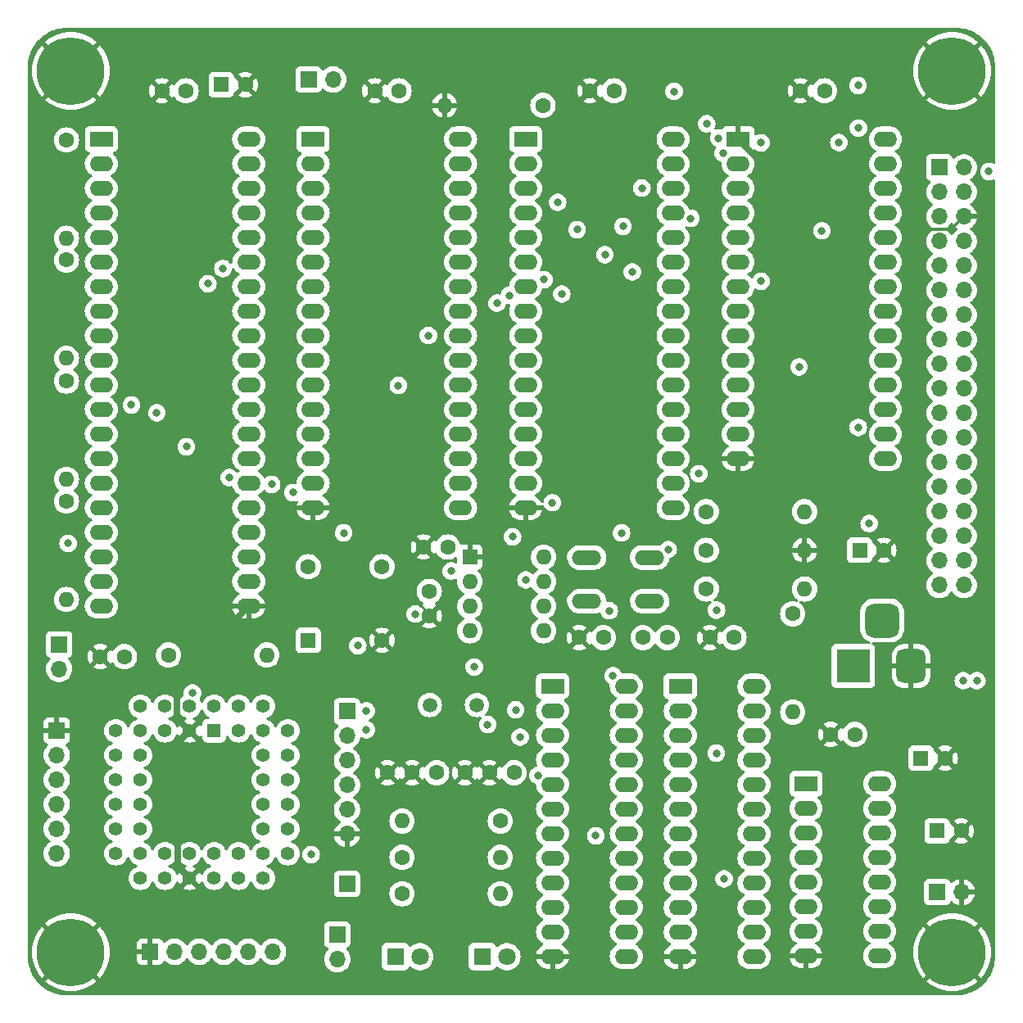
<source format=gbr>
%TF.GenerationSoftware,KiCad,Pcbnew,7.0.9*%
%TF.CreationDate,2024-03-17T20:45:13+00:00*%
%TF.ProjectId,rosco_6502,726f7363-6f5f-4363-9530-322e6b696361,5*%
%TF.SameCoordinates,Original*%
%TF.FileFunction,Copper,L3,Inr*%
%TF.FilePolarity,Positive*%
%FSLAX46Y46*%
G04 Gerber Fmt 4.6, Leading zero omitted, Abs format (unit mm)*
G04 Created by KiCad (PCBNEW 7.0.9) date 2024-03-17 20:45:13*
%MOMM*%
%LPD*%
G01*
G04 APERTURE LIST*
G04 Aperture macros list*
%AMRoundRect*
0 Rectangle with rounded corners*
0 $1 Rounding radius*
0 $2 $3 $4 $5 $6 $7 $8 $9 X,Y pos of 4 corners*
0 Add a 4 corners polygon primitive as box body*
4,1,4,$2,$3,$4,$5,$6,$7,$8,$9,$2,$3,0*
0 Add four circle primitives for the rounded corners*
1,1,$1+$1,$2,$3*
1,1,$1+$1,$4,$5*
1,1,$1+$1,$6,$7*
1,1,$1+$1,$8,$9*
0 Add four rect primitives between the rounded corners*
20,1,$1+$1,$2,$3,$4,$5,0*
20,1,$1+$1,$4,$5,$6,$7,0*
20,1,$1+$1,$6,$7,$8,$9,0*
20,1,$1+$1,$8,$9,$2,$3,0*%
G04 Aperture macros list end*
%TA.AperFunction,ComponentPad*%
%ADD10R,1.700000X1.700000*%
%TD*%
%TA.AperFunction,ComponentPad*%
%ADD11O,1.700000X1.700000*%
%TD*%
%TA.AperFunction,ComponentPad*%
%ADD12C,1.600000*%
%TD*%
%TA.AperFunction,ComponentPad*%
%ADD13R,1.800000X1.800000*%
%TD*%
%TA.AperFunction,ComponentPad*%
%ADD14C,1.800000*%
%TD*%
%TA.AperFunction,ComponentPad*%
%ADD15O,1.600000X1.600000*%
%TD*%
%TA.AperFunction,ComponentPad*%
%ADD16R,2.400000X1.600000*%
%TD*%
%TA.AperFunction,ComponentPad*%
%ADD17O,2.400000X1.600000*%
%TD*%
%TA.AperFunction,ComponentPad*%
%ADD18R,1.600000X1.600000*%
%TD*%
%TA.AperFunction,ComponentPad*%
%ADD19C,7.000000*%
%TD*%
%TA.AperFunction,ComponentPad*%
%ADD20C,1.500000*%
%TD*%
%TA.AperFunction,ComponentPad*%
%ADD21C,1.600200*%
%TD*%
%TA.AperFunction,ComponentPad*%
%ADD22O,3.048000X1.524000*%
%TD*%
%TA.AperFunction,ComponentPad*%
%ADD23R,3.500000X3.500000*%
%TD*%
%TA.AperFunction,ComponentPad*%
%ADD24RoundRect,0.750000X0.750000X1.000000X-0.750000X1.000000X-0.750000X-1.000000X0.750000X-1.000000X0*%
%TD*%
%TA.AperFunction,ComponentPad*%
%ADD25RoundRect,0.875000X0.875000X0.875000X-0.875000X0.875000X-0.875000X-0.875000X0.875000X-0.875000X0*%
%TD*%
%TA.AperFunction,ComponentPad*%
%ADD26R,1.422400X1.422400*%
%TD*%
%TA.AperFunction,ComponentPad*%
%ADD27C,1.422400*%
%TD*%
%TA.AperFunction,ViaPad*%
%ADD28C,0.800000*%
%TD*%
%TA.AperFunction,Conductor*%
%ADD29C,0.300000*%
%TD*%
%TA.AperFunction,Conductor*%
%ADD30C,0.700000*%
%TD*%
G04 APERTURE END LIST*
D10*
%TO.N,VCC*%
%TO.C,JP4*%
X113020000Y-54340000D03*
D11*
%TO.N,Net-(JP4-B)*%
X115560000Y-54340000D03*
%TD*%
D12*
%TO.N,GND*%
%TO.C,C9*%
X91500000Y-114000000D03*
%TO.N,VCC*%
X94000000Y-114000000D03*
%TD*%
%TO.N,GND*%
%TO.C,C10*%
X167000000Y-122030000D03*
%TO.N,VCC*%
X169500000Y-122030000D03*
%TD*%
D13*
%TO.N,Net-(IC3-OP5)*%
%TO.C,LED1*%
X122000000Y-145000000D03*
D14*
%TO.N,Net-(LED1-A)*%
X124540000Y-145000000D03*
%TD*%
D12*
%TO.N,VCC*%
%TO.C,C19*%
X147610000Y-112030000D03*
%TO.N,Net-(IC4-CV)*%
X150110000Y-112030000D03*
%TD*%
D10*
%TO.N,GND*%
%TO.C,J1*%
X96650000Y-144500000D03*
D11*
%TO.N,RTSA*%
X99190000Y-144500000D03*
%TO.N,VCCUA*%
X101730000Y-144500000D03*
%TO.N,RXDA*%
X104270000Y-144500000D03*
%TO.N,TXDA*%
X106810000Y-144500000D03*
%TO.N,CTSA*%
X109350000Y-144500000D03*
%TD*%
D12*
%TO.N,GND*%
%TO.C,C3*%
X142108300Y-55500000D03*
%TO.N,VCC*%
X144608300Y-55500000D03*
%TD*%
%TO.N,Net-(S1-S)*%
%TO.C,R9*%
X154140000Y-103000000D03*
D15*
%TO.N,GND*%
X164300000Y-103000000D03*
%TD*%
D12*
%TO.N,GND*%
%TO.C,C15*%
X124910000Y-102670000D03*
%TO.N,VCC*%
X127410000Y-102670000D03*
%TD*%
%TO.N,VCC*%
%TO.C,R10*%
X98550000Y-113830000D03*
D15*
%TO.N,Net-(X1-EN)*%
X108710000Y-113830000D03*
%TD*%
D12*
%TO.N,GND*%
%TO.C,C1*%
X97858300Y-55500000D03*
%TO.N,VCC*%
X100358300Y-55500000D03*
%TD*%
D16*
%TO.N,~{RESET}*%
%TO.C,U4*%
X164450000Y-127130000D03*
D17*
%TO.N,BANK0*%
X164450000Y-129670000D03*
%TO.N,D0*%
X164450000Y-132210000D03*
%TO.N,D1*%
X164450000Y-134750000D03*
%TO.N,BANK1*%
X164450000Y-137290000D03*
%TO.N,D2*%
X164450000Y-139830000D03*
%TO.N,BANK2*%
X164450000Y-142370000D03*
%TO.N,GND*%
X164450000Y-144910000D03*
%TO.N,BANKCLK*%
X172070000Y-144910000D03*
%TO.N,BANK3*%
X172070000Y-142370000D03*
%TO.N,D3*%
X172070000Y-139830000D03*
%TO.N,BANK5*%
X172070000Y-137290000D03*
%TO.N,D5*%
X172070000Y-134750000D03*
%TO.N,D4*%
X172070000Y-132210000D03*
%TO.N,BANK4*%
X172070000Y-129670000D03*
%TO.N,VCC*%
X172070000Y-127130000D03*
%TD*%
D16*
%TO.N,GND*%
%TO.C,U2*%
X157430000Y-60500000D03*
D17*
%TO.N,A12*%
X157430000Y-63040000D03*
%TO.N,A7*%
X157430000Y-65580000D03*
%TO.N,A6*%
X157430000Y-68120000D03*
%TO.N,A5*%
X157430000Y-70660000D03*
%TO.N,A4*%
X157430000Y-73200000D03*
%TO.N,A3*%
X157430000Y-75740000D03*
%TO.N,A2*%
X157430000Y-78280000D03*
%TO.N,A1*%
X157430000Y-80820000D03*
%TO.N,A0*%
X157430000Y-83360000D03*
%TO.N,D0*%
X157430000Y-85900000D03*
%TO.N,D1*%
X157430000Y-88440000D03*
%TO.N,D2*%
X157430000Y-90980000D03*
%TO.N,GND*%
X157430000Y-93520000D03*
%TO.N,D3*%
X172670000Y-93520000D03*
%TO.N,D4*%
X172670000Y-90980000D03*
%TO.N,D5*%
X172670000Y-88440000D03*
%TO.N,D6*%
X172670000Y-85900000D03*
%TO.N,D7*%
X172670000Y-83360000D03*
%TO.N,~{LOWRAM}*%
X172670000Y-80820000D03*
%TO.N,A10*%
X172670000Y-78280000D03*
%TO.N,~{RD}*%
X172670000Y-75740000D03*
%TO.N,A11*%
X172670000Y-73200000D03*
%TO.N,A9*%
X172670000Y-70660000D03*
%TO.N,A8*%
X172670000Y-68120000D03*
%TO.N,A13*%
X172670000Y-65580000D03*
%TO.N,~{WR}*%
X172670000Y-63040000D03*
%TO.N,VCC*%
X172670000Y-60500000D03*
%TD*%
D16*
%TO.N,A15*%
%TO.C,IC2*%
X138250000Y-117030000D03*
D17*
%TO.N,A14*%
X138250000Y-119570000D03*
%TO.N,A13*%
X138250000Y-122110000D03*
%TO.N,A12*%
X138250000Y-124650000D03*
%TO.N,A11*%
X138250000Y-127190000D03*
%TO.N,A10*%
X138250000Y-129730000D03*
%TO.N,A9*%
X138250000Y-132270000D03*
%TO.N,A8*%
X138250000Y-134810000D03*
%TO.N,A7*%
X138250000Y-137350000D03*
%TO.N,A6*%
X138250000Y-139890000D03*
%TO.N,A5*%
X138250000Y-142430000D03*
%TO.N,GND*%
X138250000Y-144970000D03*
%TO.N,A4*%
X145870000Y-144970000D03*
%TO.N,A3*%
X145870000Y-142430000D03*
%TO.N,A2*%
X145870000Y-139890000D03*
%TO.N,A1*%
X145870000Y-137350000D03*
%TO.N,A0*%
X145870000Y-134810000D03*
%TO.N,~{LOWRAM}*%
X145870000Y-132270000D03*
%TO.N,~{BANKRAM}*%
X145870000Y-129730000D03*
%TO.N,~{IO}*%
X145870000Y-127190000D03*
%TO.N,~{ROM}*%
X145870000Y-124650000D03*
%TO.N,BANKSEL*%
X145870000Y-122110000D03*
%TO.N,~{DUASEL}*%
X145870000Y-119570000D03*
%TO.N,VCC*%
X145870000Y-117030000D03*
%TD*%
D18*
%TO.N,Net-(X1-EN)*%
%TO.C,X1*%
X113000000Y-112310000D03*
D12*
%TO.N,GND*%
X120620000Y-112310000D03*
%TO.N,CLK*%
X120620000Y-104690000D03*
%TO.N,VCC*%
X113000000Y-104690000D03*
%TD*%
%TO.N,VCC*%
%TO.C,R1*%
X88000000Y-60580000D03*
D15*
%TO.N,RDY*%
X88000000Y-70740000D03*
%TD*%
D19*
%TO.N,GND*%
%TO.C,H4*%
X179550000Y-144550000D03*
%TD*%
D18*
%TO.N,Net-(IC4-THR)*%
%TO.C,C20*%
X170000000Y-103000000D03*
D12*
%TO.N,GND*%
X172500000Y-103000000D03*
%TD*%
D10*
%TO.N,SPICS*%
%TO.C,J3*%
X117000000Y-119650000D03*
D11*
%TO.N,SPICLK*%
X117000000Y-122190000D03*
%TO.N,SPIMOSI*%
X117000000Y-124730000D03*
%TO.N,SPIMISO*%
X117000000Y-127270000D03*
%TO.N,VCC*%
X117000000Y-129810000D03*
%TO.N,GND*%
X117000000Y-132350000D03*
%TD*%
D10*
%TO.N,VCCUB*%
%TO.C,JP2*%
X87250000Y-112725000D03*
D11*
%TO.N,VCC*%
X87250000Y-115265000D03*
%TD*%
D12*
%TO.N,Net-(IC4-THR)*%
%TO.C,R8*%
X154140000Y-107000000D03*
D15*
%TO.N,VCC*%
X164300000Y-107000000D03*
%TD*%
D20*
%TO.N,Net-(IC3-X1{slash}CLK)*%
%TO.C,Q1*%
X125550000Y-119000000D03*
%TO.N,Net-(IC3-X2)*%
X130430000Y-119000000D03*
%TD*%
D16*
%TO.N,CLK*%
%TO.C,IC5*%
X151450000Y-117055000D03*
D17*
%TO.N,~{DUADTACK}*%
X151450000Y-119595000D03*
%TO.N,~{DUASEL}*%
X151450000Y-122135000D03*
%TO.N,R{slash}~{W}*%
X151450000Y-124675000D03*
%TO.N,HWRST*%
X151450000Y-127215000D03*
%TO.N,BANKSEL*%
X151450000Y-129755000D03*
%TO.N,~{VP}*%
X151450000Y-132295000D03*
%TO.N,~{ML}*%
X151450000Y-134835000D03*
%TO.N,IRQ*%
X151450000Y-137375000D03*
%TO.N,~{ROM}*%
X151450000Y-139915000D03*
%TO.N,~{IO}*%
X151450000Y-142455000D03*
%TO.N,GND*%
X151450000Y-144995000D03*
%TO.N,unconnected-(IC5-I13-Pad13)*%
X159070000Y-144995000D03*
%TO.N,BANKCLK*%
X159070000Y-142455000D03*
%TO.N,unconnected-(IC5-IO2-Pad15)*%
X159070000Y-139915000D03*
%TO.N,unconnected-(IC5-IO3-Pad16)*%
X159070000Y-137375000D03*
%TO.N,~{ROMOE}*%
X159070000Y-134835000D03*
%TO.N,unconnected-(IC5-IO5-Pad18)*%
X159070000Y-132295000D03*
%TO.N,NMI*%
X159070000Y-129755000D03*
%TO.N,~{RESET}*%
X159070000Y-127215000D03*
%TO.N,~{RD}*%
X159070000Y-124675000D03*
%TO.N,~{WR}*%
X159070000Y-122135000D03*
%TO.N,RDY*%
X159070000Y-119595000D03*
%TO.N,VCC*%
X159070000Y-117055000D03*
%TD*%
D12*
%TO.N,GND*%
%TO.C,C4*%
X163858300Y-55500000D03*
%TO.N,VCC*%
X166358300Y-55500000D03*
%TD*%
%TO.N,GND*%
%TO.C,C8*%
X154500000Y-112030000D03*
%TO.N,VCC*%
X157000000Y-112030000D03*
%TD*%
D19*
%TO.N,GND*%
%TO.C,H1*%
X88450000Y-53450000D03*
%TD*%
D12*
%TO.N,VCC*%
%TO.C,R4*%
X88000000Y-97920000D03*
D15*
%TO.N,NMI*%
X88000000Y-108080000D03*
%TD*%
D21*
%TO.N,GND*%
%TO.C,C13*%
X121190000Y-126000000D03*
X123730000Y-126000000D03*
%TO.N,Net-(IC3-X1{slash}CLK)*%
X126270000Y-126000000D03*
%TD*%
D12*
%TO.N,VCC*%
%TO.C,R3*%
X88000000Y-85500000D03*
D15*
%TO.N,IRQ*%
X88000000Y-95660000D03*
%TD*%
D18*
%TO.N,VCC*%
%TO.C,C16*%
X103997621Y-54860000D03*
D12*
%TO.N,GND*%
X106497621Y-54860000D03*
%TD*%
D10*
%TO.N,A0*%
%TO.C,J5*%
X178225000Y-63425000D03*
D11*
%TO.N,VCC*%
X180765000Y-63425000D03*
%TO.N,A1*%
X178225000Y-65965000D03*
%TO.N,CLK*%
X180765000Y-65965000D03*
%TO.N,A2*%
X178225000Y-68505000D03*
%TO.N,GND*%
X180765000Y-68505000D03*
%TO.N,A3*%
X178225000Y-71045000D03*
%TO.N,R{slash}~{W}*%
X180765000Y-71045000D03*
%TO.N,A4*%
X178225000Y-73585000D03*
%TO.N,~{RESET}*%
X180765000Y-73585000D03*
%TO.N,A5*%
X178225000Y-76125000D03*
%TO.N,RDY*%
X180765000Y-76125000D03*
%TO.N,A6*%
X178225000Y-78665000D03*
%TO.N,NMI*%
X180765000Y-78665000D03*
%TO.N,A7*%
X178225000Y-81205000D03*
%TO.N,IRQ*%
X180765000Y-81205000D03*
%TO.N,A8*%
X178225000Y-83745000D03*
%TO.N,SYNC*%
X180765000Y-83745000D03*
%TO.N,A9*%
X178225000Y-86285000D03*
%TO.N,BE*%
X180765000Y-86285000D03*
%TO.N,A10*%
X178225000Y-88825000D03*
%TO.N,D7*%
X180765000Y-88825000D03*
%TO.N,A11*%
X178225000Y-91365000D03*
%TO.N,D6*%
X180765000Y-91365000D03*
%TO.N,A12*%
X178225000Y-93905000D03*
%TO.N,D5*%
X180765000Y-93905000D03*
%TO.N,A13*%
X178225000Y-96445000D03*
%TO.N,D4*%
X180765000Y-96445000D03*
%TO.N,A14*%
X178225000Y-98985000D03*
%TO.N,D3*%
X180765000Y-98985000D03*
%TO.N,A15*%
X178225000Y-101525000D03*
%TO.N,D2*%
X180765000Y-101525000D03*
%TO.N,~{VP}*%
X178225000Y-104065000D03*
%TO.N,D1*%
X180765000Y-104065000D03*
%TO.N,~{ML}*%
X178225000Y-106605000D03*
%TO.N,D0*%
X180765000Y-106605000D03*
%TD*%
D18*
%TO.N,VCC*%
%TO.C,C17*%
X176338600Y-124500000D03*
D12*
%TO.N,GND*%
X178838600Y-124500000D03*
%TD*%
%TO.N,VCC*%
%TO.C,R7*%
X154140000Y-99000000D03*
D15*
%TO.N,~{RESET}*%
X164300000Y-99000000D03*
%TD*%
D18*
%TO.N,GND*%
%TO.C,IC4*%
X129700000Y-103700000D03*
D15*
%TO.N,Net-(IC4-THR)*%
X129700000Y-106240000D03*
%TO.N,HWRST*%
X129700000Y-108780000D03*
%TO.N,VCC*%
X129700000Y-111320000D03*
%TO.N,Net-(IC4-CV)*%
X137320000Y-111320000D03*
%TO.N,Net-(IC4-THR)*%
X137320000Y-108780000D03*
%TO.N,unconnected-(IC4-DIS-Pad7)*%
X137320000Y-106240000D03*
%TO.N,VCC*%
X137320000Y-103700000D03*
%TD*%
D10*
%TO.N,GND*%
%TO.C,J2*%
X87000000Y-121650000D03*
D11*
%TO.N,RTSB*%
X87000000Y-124190000D03*
%TO.N,VCCUB*%
X87000000Y-126730000D03*
%TO.N,RXDB*%
X87000000Y-129270000D03*
%TO.N,TXDB*%
X87000000Y-131810000D03*
%TO.N,CTSB*%
X87000000Y-134350000D03*
%TD*%
D16*
%TO.N,unconnected-(U3-NC-Pad1)*%
%TO.C,U3*%
X135470000Y-60500000D03*
D17*
%TO.N,Net-(JP4-B)*%
X135470000Y-63040000D03*
%TO.N,BANK5*%
X135470000Y-65580000D03*
%TO.N,A12*%
X135470000Y-68120000D03*
%TO.N,A7*%
X135470000Y-70660000D03*
%TO.N,A6*%
X135470000Y-73200000D03*
%TO.N,A5*%
X135470000Y-75740000D03*
%TO.N,A4*%
X135470000Y-78280000D03*
%TO.N,A3*%
X135470000Y-80820000D03*
%TO.N,A2*%
X135470000Y-83360000D03*
%TO.N,A1*%
X135470000Y-85900000D03*
%TO.N,A0*%
X135470000Y-88440000D03*
%TO.N,D0*%
X135470000Y-90980000D03*
%TO.N,D1*%
X135470000Y-93520000D03*
%TO.N,D2*%
X135470000Y-96060000D03*
%TO.N,GND*%
X135470000Y-98600000D03*
%TO.N,D3*%
X150710000Y-98600000D03*
%TO.N,D4*%
X150710000Y-96060000D03*
%TO.N,D5*%
X150710000Y-93520000D03*
%TO.N,D6*%
X150710000Y-90980000D03*
%TO.N,D7*%
X150710000Y-88440000D03*
%TO.N,~{ROMOE}*%
X150710000Y-85900000D03*
%TO.N,A10*%
X150710000Y-83360000D03*
%TO.N,~{RD}*%
X150710000Y-80820000D03*
%TO.N,A11*%
X150710000Y-78280000D03*
%TO.N,A9*%
X150710000Y-75740000D03*
%TO.N,A8*%
X150710000Y-73200000D03*
%TO.N,A13*%
X150710000Y-70660000D03*
%TO.N,BANK4*%
X150710000Y-68120000D03*
%TO.N,unconnected-(U3-NC-Pad30)*%
X150710000Y-65580000D03*
%TO.N,~{WR}*%
X150710000Y-63040000D03*
%TO.N,VCC*%
X150710000Y-60500000D03*
%TD*%
D21*
%TO.N,GND*%
%TO.C,C14*%
X129190000Y-126000000D03*
X131730000Y-126000000D03*
%TO.N,Net-(IC3-X2)*%
X134270000Y-126000000D03*
%TD*%
D22*
%TO.N,Net-(S1-S)*%
%TO.C,S1*%
X141788800Y-103739400D03*
%TO.N,unconnected-(S1-S1-Pad2)*%
X148291200Y-103739400D03*
%TO.N,Net-(IC4-THR)*%
X141788800Y-108260600D03*
%TO.N,unconnected-(S1-P1-Pad4)*%
X148291200Y-108260600D03*
%TD*%
D18*
%TO.N,VCC*%
%TO.C,C18*%
X178000000Y-132000000D03*
D12*
%TO.N,GND*%
X180500000Y-132000000D03*
%TD*%
D19*
%TO.N,GND*%
%TO.C,H3*%
X88450000Y-144550000D03*
%TD*%
D10*
%TO.N,VCCUA*%
%TO.C,JP1*%
X116000000Y-142725000D03*
D11*
%TO.N,VCC*%
X116000000Y-145265000D03*
%TD*%
D19*
%TO.N,GND*%
%TO.C,H2*%
X179550000Y-53450000D03*
%TD*%
D12*
%TO.N,Net-(LED1-A)*%
%TO.C,R5*%
X122695000Y-134743900D03*
D15*
%TO.N,VCC*%
X132855000Y-134743900D03*
%TD*%
D12*
%TO.N,VCC*%
%TO.C,R12*%
X132855000Y-130987800D03*
D15*
%TO.N,Net-(IC3-\u002AIACK)*%
X122695000Y-130987800D03*
%TD*%
D12*
%TO.N,VCC*%
%TO.C,R6*%
X122695000Y-138500000D03*
D15*
%TO.N,Net-(LED2-A)*%
X132855000Y-138500000D03*
%TD*%
D23*
%TO.N,VCC*%
%TO.C,J7*%
X169320000Y-114957500D03*
D24*
%TO.N,GND*%
X175320000Y-114957500D03*
D25*
%TO.N,N/C*%
X172320000Y-110257500D03*
%TD*%
D10*
%TO.N,SPICS2*%
%TO.C,J4*%
X117000000Y-137500000D03*
%TD*%
D26*
%TO.N,unconnected-(IC3-NC-Pad1)*%
%TO.C,IC3*%
X103270000Y-121650000D03*
D27*
%TO.N,A0*%
X100730000Y-119110000D03*
%TO.N,GND*%
X100730000Y-121650000D03*
%TO.N,A1*%
X98190000Y-119110000D03*
%TO.N,CTSB*%
X98190000Y-121650000D03*
%TO.N,A2*%
X95650000Y-119110000D03*
%TO.N,A3*%
X93110000Y-121650000D03*
%TO.N,CTSA*%
X95650000Y-121650000D03*
%TO.N,R{slash}~{W}*%
X93110000Y-124190000D03*
%TO.N,~{DUADTACK}*%
X95650000Y-124190000D03*
%TO.N,RXDB*%
X93110000Y-126730000D03*
%TO.N,unconnected-(IC3-NC-Pad12)*%
X95650000Y-126730000D03*
%TO.N,TXDB*%
X93110000Y-129270000D03*
%TO.N,RTSB*%
X95650000Y-129270000D03*
%TO.N,Net-(IC3-OP3)*%
X93110000Y-131810000D03*
%TO.N,Net-(IC3-OP5)*%
X95650000Y-131810000D03*
%TO.N,SPICS2*%
X93110000Y-134350000D03*
%TO.N,D1*%
X95650000Y-136890000D03*
%TO.N,D3*%
X95650000Y-134350000D03*
%TO.N,D5*%
X98190000Y-136890000D03*
%TO.N,D7*%
X98190000Y-134350000D03*
%TO.N,GND*%
X100730000Y-136890000D03*
%TO.N,unconnected-(IC3-NC-Pad23)*%
X100730000Y-134350000D03*
%TO.N,IRQ*%
X103270000Y-136890000D03*
%TO.N,D6*%
X103270000Y-134350000D03*
%TO.N,D4*%
X105810000Y-136890000D03*
%TO.N,D2*%
X105810000Y-134350000D03*
%TO.N,D0*%
X108350000Y-136890000D03*
%TO.N,SPIMOSI*%
X110890000Y-134350000D03*
%TO.N,SPICLK*%
X108350000Y-134350000D03*
%TO.N,SPICS*%
X110890000Y-131810000D03*
%TO.N,RTSA*%
X108350000Y-131810000D03*
%TO.N,TXDA*%
X110890000Y-129270000D03*
%TO.N,unconnected-(IC3-NC-Pad34)*%
X108350000Y-129270000D03*
%TO.N,RXDA*%
X110890000Y-126730000D03*
%TO.N,Net-(IC3-X1{slash}CLK)*%
X108350000Y-126730000D03*
%TO.N,Net-(IC3-X2)*%
X110890000Y-124190000D03*
%TO.N,~{RESET}*%
X108350000Y-124190000D03*
%TO.N,~{DUASEL}*%
X110890000Y-121650000D03*
%TO.N,SPIMISO*%
X108350000Y-119110000D03*
%TO.N,Net-(IC3-\u002AIACK)*%
X108350000Y-121650000D03*
%TO.N,unconnected-(IC3-IP5-Pad42)*%
X105810000Y-119110000D03*
%TO.N,unconnected-(IC3-IP4-Pad43)*%
X105810000Y-121650000D03*
%TO.N,VCC*%
X103270000Y-119110000D03*
%TD*%
D12*
%TO.N,VCC*%
%TO.C,R11*%
X163080000Y-109560000D03*
D15*
%TO.N,~{DUADTACK}*%
X163080000Y-119720000D03*
%TD*%
D12*
%TO.N,GND*%
%TO.C,C2*%
X119875000Y-55500000D03*
%TO.N,VCC*%
X122375000Y-55500000D03*
%TD*%
%TO.N,GND*%
%TO.C,C11*%
X125500000Y-109750000D03*
%TO.N,VCC*%
X125500000Y-107250000D03*
%TD*%
%TO.N,GND*%
%TO.C,C12*%
X141000000Y-112030000D03*
%TO.N,VCC*%
X143500000Y-112030000D03*
%TD*%
%TO.N,VCC*%
%TO.C,R2*%
X88000000Y-73000000D03*
D15*
%TO.N,BE*%
X88000000Y-83160000D03*
%TD*%
D10*
%TO.N,VCC*%
%TO.C,J6*%
X178015000Y-138330000D03*
D11*
%TO.N,GND*%
X180555000Y-138330000D03*
%TD*%
D16*
%TO.N,~{VP}*%
%TO.C,IC1*%
X91608300Y-60500000D03*
D17*
%TO.N,RDY*%
X91608300Y-63040000D03*
%TO.N,unconnected-(IC1-\u03D51-Pad3)*%
X91608300Y-65580000D03*
%TO.N,IRQ*%
X91608300Y-68120000D03*
%TO.N,~{ML}*%
X91608300Y-70660000D03*
%TO.N,NMI*%
X91608300Y-73200000D03*
%TO.N,SYNC*%
X91608300Y-75740000D03*
%TO.N,VCC*%
X91608300Y-78280000D03*
%TO.N,A0*%
X91608300Y-80820000D03*
%TO.N,A1*%
X91608300Y-83360000D03*
%TO.N,A2*%
X91608300Y-85900000D03*
%TO.N,A3*%
X91608300Y-88440000D03*
%TO.N,A4*%
X91608300Y-90980000D03*
%TO.N,A5*%
X91608300Y-93520000D03*
%TO.N,A6*%
X91608300Y-96060000D03*
%TO.N,A7*%
X91608300Y-98600000D03*
%TO.N,A8*%
X91608300Y-101140000D03*
%TO.N,A9*%
X91608300Y-103680000D03*
%TO.N,A10*%
X91608300Y-106220000D03*
%TO.N,A11*%
X91608300Y-108760000D03*
%TO.N,GND*%
X106848300Y-108760000D03*
%TO.N,A12*%
X106848300Y-106220000D03*
%TO.N,A13*%
X106848300Y-103680000D03*
%TO.N,A14*%
X106848300Y-101140000D03*
%TO.N,A15*%
X106848300Y-98600000D03*
%TO.N,D7*%
X106848300Y-96060000D03*
%TO.N,D6*%
X106848300Y-93520000D03*
%TO.N,D5*%
X106848300Y-90980000D03*
%TO.N,D4*%
X106848300Y-88440000D03*
%TO.N,D3*%
X106848300Y-85900000D03*
%TO.N,D2*%
X106848300Y-83360000D03*
%TO.N,D1*%
X106848300Y-80820000D03*
%TO.N,D0*%
X106848300Y-78280000D03*
%TO.N,R{slash}~{W}*%
X106848300Y-75740000D03*
%TO.N,unconnected-(IC1-nc-Pad35)*%
X106848300Y-73200000D03*
%TO.N,BE*%
X106848300Y-70660000D03*
%TO.N,CLK*%
X106848300Y-68120000D03*
%TO.N,VCC*%
X106848300Y-65580000D03*
%TO.N,unconnected-(IC1-\u03D52-Pad39)*%
X106848300Y-63040000D03*
%TO.N,~{RESET}*%
X106848300Y-60500000D03*
%TD*%
D13*
%TO.N,Net-(IC3-OP3)*%
%TO.C,LED2*%
X131000000Y-145000000D03*
D14*
%TO.N,Net-(LED2-A)*%
X133540000Y-145000000D03*
%TD*%
D16*
%TO.N,BANK3*%
%TO.C,U1*%
X113500000Y-60500000D03*
D17*
%TO.N,BANK1*%
X113500000Y-63040000D03*
%TO.N,A15*%
X113500000Y-65580000D03*
%TO.N,A12*%
X113500000Y-68120000D03*
%TO.N,A7*%
X113500000Y-70660000D03*
%TO.N,A6*%
X113500000Y-73200000D03*
%TO.N,A5*%
X113500000Y-75740000D03*
%TO.N,A4*%
X113500000Y-78280000D03*
%TO.N,A3*%
X113500000Y-80820000D03*
%TO.N,A2*%
X113500000Y-83360000D03*
%TO.N,A1*%
X113500000Y-85900000D03*
%TO.N,A0*%
X113500000Y-88440000D03*
%TO.N,D0*%
X113500000Y-90980000D03*
%TO.N,D1*%
X113500000Y-93520000D03*
%TO.N,D2*%
X113500000Y-96060000D03*
%TO.N,GND*%
X113500000Y-98600000D03*
%TO.N,D3*%
X128740000Y-98600000D03*
%TO.N,D4*%
X128740000Y-96060000D03*
%TO.N,D5*%
X128740000Y-93520000D03*
%TO.N,D6*%
X128740000Y-90980000D03*
%TO.N,D7*%
X128740000Y-88440000D03*
%TO.N,~{BANKRAM}*%
X128740000Y-85900000D03*
%TO.N,A10*%
X128740000Y-83360000D03*
%TO.N,~{RD}*%
X128740000Y-80820000D03*
%TO.N,A11*%
X128740000Y-78280000D03*
%TO.N,A9*%
X128740000Y-75740000D03*
%TO.N,A8*%
X128740000Y-73200000D03*
%TO.N,A13*%
X128740000Y-70660000D03*
%TO.N,~{WR}*%
X128740000Y-68120000D03*
%TO.N,BANK2*%
X128740000Y-65580000D03*
%TO.N,BANK0*%
X128740000Y-63040000D03*
%TO.N,VCC*%
X128740000Y-60500000D03*
%TD*%
D12*
%TO.N,Net-(JP4-B)*%
%TO.C,R14*%
X137260000Y-57000000D03*
D15*
%TO.N,GND*%
X127100000Y-57000000D03*
%TD*%
D28*
%TO.N,BANK4*%
X143660000Y-72440000D03*
%TO.N,BANK5*%
X138780000Y-67030000D03*
%TO.N,~{VP}*%
X155415879Y-60386154D03*
%TO.N,RDY*%
X150810000Y-55560000D03*
%TO.N,A12*%
X104173000Y-73875200D03*
X155867200Y-61945700D03*
%TO.N,A13*%
X137363300Y-75017300D03*
X152534305Y-68683895D03*
X138217500Y-98084500D03*
%TO.N,A14*%
X135495000Y-106062000D03*
%TO.N,~{ML}*%
X101032000Y-117755000D03*
%TO.N,SYNC*%
X100406000Y-92290400D03*
%TO.N,D5*%
X109213000Y-96194100D03*
X182119000Y-116490000D03*
%TO.N,A0*%
X119015000Y-119610000D03*
%TO.N,D4*%
X180710000Y-116490000D03*
X111402000Y-97043400D03*
%TO.N,A1*%
X97345300Y-88790000D03*
%TO.N,D3*%
X104824000Y-95474600D03*
%TO.N,D2*%
X170983500Y-100236800D03*
X116658200Y-101195000D03*
X134114300Y-101603300D03*
%TO.N,A3*%
X133782400Y-76658900D03*
X125414100Y-80792200D03*
X166086000Y-69975300D03*
X132509300Y-77441900D03*
%TO.N,D1*%
X94720800Y-87969600D03*
%TO.N,A4*%
X88170000Y-102280000D03*
X139208100Y-76519200D03*
%TO.N,A5*%
X159804000Y-75190900D03*
%TO.N,R{slash}~{W}*%
X167850000Y-60860000D03*
X145383200Y-101195000D03*
X127766100Y-105148600D03*
X102616000Y-75438000D03*
%TO.N,A6*%
X122305000Y-85972300D03*
%TO.N,A7*%
X169830000Y-54950002D03*
X124060000Y-109593000D03*
X183362500Y-63836700D03*
X169861300Y-59354500D03*
X159804000Y-60880100D03*
%TO.N,~{RD}*%
X155184400Y-123971300D03*
%TO.N,A8*%
X145529658Y-69513642D03*
X130150000Y-115075000D03*
%TO.N,A9*%
X146491600Y-74237100D03*
X134441500Y-119490000D03*
%TO.N,A10*%
X131551000Y-121025000D03*
%TO.N,A11*%
X134893000Y-122317000D03*
%TO.N,~{RESET}*%
X140790000Y-69860000D03*
X147489400Y-65570500D03*
X150198300Y-102919800D03*
%TO.N,~{LOWRAM}*%
X144110000Y-109250000D03*
X163736800Y-84049800D03*
X142720400Y-132514400D03*
X153369100Y-95082858D03*
X155197200Y-109180500D03*
X169856400Y-90301200D03*
%TO.N,~{BANKRAM}*%
X136750000Y-126270000D03*
%TO.N,~{DUASEL}*%
X118110000Y-112866000D03*
%TO.N,Net-(IC3-\u002AIACK)*%
X119006992Y-121553008D03*
%TO.N,TXDA*%
X113288000Y-134462000D03*
%TO.N,HWRST*%
X144504000Y-115980000D03*
%TO.N,BANK1*%
X154180000Y-58920000D03*
%TO.N,BANK4*%
X155979600Y-136965600D03*
%TD*%
D29*
%TO.N,GND*%
X180765000Y-68505000D02*
X179425000Y-69845000D01*
X179425000Y-69845000D02*
X176825000Y-69845000D01*
X176825000Y-69845000D02*
X176590000Y-70080000D01*
D30*
X99450700Y-116158000D02*
X99450700Y-120371000D01*
X99450700Y-120371000D02*
X100730000Y-121650000D01*
X99469300Y-135629000D02*
X99469300Y-122911000D01*
X100730000Y-136890000D02*
X99469300Y-135629000D01*
X106848000Y-108760000D02*
X99450700Y-116158000D01*
X159790000Y-62860000D02*
X157430000Y-60500000D01*
X159800000Y-62860000D02*
X159790000Y-62860000D01*
X99469300Y-122911000D02*
X100730000Y-121650000D01*
%TD*%
%TA.AperFunction,Conductor*%
%TO.N,GND*%
G36*
X99519505Y-134697825D02*
G01*
X99570105Y-134747627D01*
X99578402Y-134765795D01*
X99579480Y-134768758D01*
X99669673Y-134962178D01*
X99669674Y-134962180D01*
X99792083Y-135136998D01*
X99792090Y-135137007D01*
X99942992Y-135287909D01*
X99942996Y-135287912D01*
X99942997Y-135287913D01*
X100117820Y-135410326D01*
X100291230Y-135491188D01*
X100311245Y-135500521D01*
X100314940Y-135501866D01*
X100372111Y-135543961D01*
X100397448Y-135610283D01*
X100382906Y-135679775D01*
X100333103Y-135730373D01*
X100314943Y-135738667D01*
X100311417Y-135739950D01*
X100118070Y-135830110D01*
X100065869Y-135866660D01*
X100690481Y-136491272D01*
X100604852Y-136504835D01*
X100491955Y-136562359D01*
X100402359Y-136651955D01*
X100344835Y-136764852D01*
X100331272Y-136850481D01*
X99706660Y-136225869D01*
X99670110Y-136278070D01*
X99579950Y-136471417D01*
X99578667Y-136474943D01*
X99577683Y-136476278D01*
X99577626Y-136476402D01*
X99577601Y-136476390D01*
X99536570Y-136532113D01*
X99470248Y-136557448D01*
X99400757Y-136542905D01*
X99350160Y-136493101D01*
X99341866Y-136474940D01*
X99340521Y-136471245D01*
X99320658Y-136428648D01*
X99250326Y-136277821D01*
X99127913Y-136102997D01*
X98977003Y-135952087D01*
X98977002Y-135952086D01*
X98977001Y-135952085D01*
X98976998Y-135952083D01*
X98802180Y-135829674D01*
X98802178Y-135829673D01*
X98608758Y-135739480D01*
X98605795Y-135738402D01*
X98604671Y-135737574D01*
X98603769Y-135737154D01*
X98603853Y-135736972D01*
X98548624Y-135696308D01*
X98523285Y-135629987D01*
X98537825Y-135560495D01*
X98587627Y-135509895D01*
X98605795Y-135501598D01*
X98608745Y-135500523D01*
X98608755Y-135500521D01*
X98802180Y-135410326D01*
X98977003Y-135287913D01*
X99127913Y-135137003D01*
X99250326Y-134962180D01*
X99340521Y-134768755D01*
X99340523Y-134768745D01*
X99341598Y-134765795D01*
X99342425Y-134764671D01*
X99342846Y-134763769D01*
X99343027Y-134763853D01*
X99383692Y-134708624D01*
X99450013Y-134683285D01*
X99519505Y-134697825D01*
G37*
%TD.AperFunction*%
%TA.AperFunction,Conductor*%
G36*
X102059505Y-134697825D02*
G01*
X102110105Y-134747627D01*
X102118402Y-134765795D01*
X102119480Y-134768758D01*
X102209673Y-134962178D01*
X102209674Y-134962180D01*
X102332083Y-135136998D01*
X102332090Y-135137007D01*
X102482992Y-135287909D01*
X102482996Y-135287912D01*
X102482997Y-135287913D01*
X102657820Y-135410326D01*
X102778820Y-135466749D01*
X102851249Y-135500523D01*
X102854208Y-135501600D01*
X102855328Y-135502425D01*
X102856231Y-135502846D01*
X102856146Y-135503027D01*
X102911378Y-135543696D01*
X102936714Y-135610018D01*
X102922171Y-135679510D01*
X102872367Y-135730107D01*
X102854208Y-135738400D01*
X102851249Y-135739476D01*
X102657820Y-135829674D01*
X102483000Y-135952084D01*
X102482994Y-135952089D01*
X102332089Y-136102994D01*
X102332084Y-136103000D01*
X102209674Y-136277820D01*
X102119473Y-136471257D01*
X102118128Y-136474952D01*
X102076028Y-136532119D01*
X102009703Y-136557449D01*
X101940213Y-136542900D01*
X101889620Y-136493092D01*
X101881328Y-136474931D01*
X101880048Y-136471415D01*
X101789889Y-136278068D01*
X101753340Y-136225870D01*
X101753338Y-136225870D01*
X101128727Y-136850481D01*
X101115165Y-136764852D01*
X101057641Y-136651955D01*
X100968045Y-136562359D01*
X100855148Y-136504835D01*
X100769517Y-136491272D01*
X101394128Y-135866660D01*
X101341924Y-135830106D01*
X101148580Y-135739949D01*
X101145060Y-135738668D01*
X101143725Y-135737685D01*
X101143598Y-135737626D01*
X101143609Y-135737600D01*
X101087889Y-135696574D01*
X101062551Y-135630252D01*
X101077092Y-135560761D01*
X101126894Y-135510162D01*
X101145063Y-135501865D01*
X101148751Y-135500522D01*
X101148750Y-135500522D01*
X101148755Y-135500521D01*
X101342180Y-135410326D01*
X101517003Y-135287913D01*
X101667913Y-135137003D01*
X101790326Y-134962180D01*
X101880521Y-134768755D01*
X101880523Y-134768745D01*
X101881598Y-134765795D01*
X101882425Y-134764671D01*
X101882846Y-134763769D01*
X101883027Y-134763853D01*
X101923692Y-134708624D01*
X101990013Y-134683285D01*
X102059505Y-134697825D01*
G37*
%TD.AperFunction*%
%TA.AperFunction,Conductor*%
G36*
X100344835Y-121775148D02*
G01*
X100402359Y-121888045D01*
X100491955Y-121977641D01*
X100604852Y-122035165D01*
X100690482Y-122048727D01*
X100065870Y-122673338D01*
X100065870Y-122673339D01*
X100118072Y-122709891D01*
X100118071Y-122709891D01*
X100311412Y-122800047D01*
X100311418Y-122800049D01*
X100517479Y-122855263D01*
X100730000Y-122873856D01*
X100942520Y-122855263D01*
X101148581Y-122800049D01*
X101148587Y-122800047D01*
X101341928Y-122709891D01*
X101341929Y-122709890D01*
X101394128Y-122673339D01*
X101394128Y-122673337D01*
X100769518Y-122048727D01*
X100855148Y-122035165D01*
X100968045Y-121977641D01*
X101057641Y-121888045D01*
X101115165Y-121775148D01*
X101128727Y-121689518D01*
X101753337Y-122314128D01*
X101753339Y-122314128D01*
X101789890Y-122261929D01*
X101789893Y-122261924D01*
X101810105Y-122218580D01*
X101857021Y-122165294D01*
X101925299Y-122145833D01*
X101993259Y-122166374D01*
X102039325Y-122220397D01*
X102050300Y-122271829D01*
X102050300Y-122409849D01*
X102056809Y-122470396D01*
X102056811Y-122470404D01*
X102107910Y-122607402D01*
X102107912Y-122607407D01*
X102195538Y-122724461D01*
X102312592Y-122812087D01*
X102312594Y-122812088D01*
X102312596Y-122812089D01*
X102364638Y-122831500D01*
X102449595Y-122863188D01*
X102449603Y-122863190D01*
X102510150Y-122869699D01*
X102510155Y-122869699D01*
X102510162Y-122869700D01*
X102510168Y-122869700D01*
X104029832Y-122869700D01*
X104029838Y-122869700D01*
X104029845Y-122869699D01*
X104029849Y-122869699D01*
X104090396Y-122863190D01*
X104090399Y-122863189D01*
X104090401Y-122863189D01*
X104227404Y-122812089D01*
X104239510Y-122803027D01*
X104344461Y-122724461D01*
X104432087Y-122607407D01*
X104432087Y-122607406D01*
X104432089Y-122607404D01*
X104479892Y-122479240D01*
X104483188Y-122470404D01*
X104483190Y-122470396D01*
X104489699Y-122409849D01*
X104489700Y-122409832D01*
X104489700Y-122273013D01*
X104509702Y-122204892D01*
X104563358Y-122158399D01*
X104633632Y-122148295D01*
X104698212Y-122177789D01*
X104729895Y-122219764D01*
X104749670Y-122262174D01*
X104749674Y-122262180D01*
X104872083Y-122436998D01*
X104872090Y-122437007D01*
X105022992Y-122587909D01*
X105023001Y-122587916D01*
X105086833Y-122632612D01*
X105197820Y-122710326D01*
X105391245Y-122800521D01*
X105597392Y-122855758D01*
X105810000Y-122874359D01*
X106022608Y-122855758D01*
X106228755Y-122800521D01*
X106422180Y-122710326D01*
X106597003Y-122587913D01*
X106747913Y-122437003D01*
X106870326Y-122262180D01*
X106960521Y-122068755D01*
X106960523Y-122068745D01*
X106961598Y-122065795D01*
X106962425Y-122064671D01*
X106962846Y-122063769D01*
X106963027Y-122063853D01*
X107003692Y-122008624D01*
X107070013Y-121983285D01*
X107139505Y-121997825D01*
X107190105Y-122047627D01*
X107198402Y-122065795D01*
X107199480Y-122068758D01*
X107289673Y-122262178D01*
X107289674Y-122262180D01*
X107412083Y-122436998D01*
X107412090Y-122437007D01*
X107562992Y-122587909D01*
X107563001Y-122587916D01*
X107626833Y-122632612D01*
X107737820Y-122710326D01*
X107814249Y-122745965D01*
X107931249Y-122800523D01*
X107934208Y-122801600D01*
X107935328Y-122802425D01*
X107936231Y-122802846D01*
X107936146Y-122803027D01*
X107991378Y-122843696D01*
X108016714Y-122910018D01*
X108002171Y-122979510D01*
X107952367Y-123030107D01*
X107934208Y-123038400D01*
X107931249Y-123039476D01*
X107737820Y-123129674D01*
X107563000Y-123252084D01*
X107562994Y-123252089D01*
X107412089Y-123402994D01*
X107412084Y-123403000D01*
X107289674Y-123577820D01*
X107199480Y-123771241D01*
X107199478Y-123771246D01*
X107166926Y-123892734D01*
X107144242Y-123977392D01*
X107125641Y-124190000D01*
X107144242Y-124402608D01*
X107147395Y-124414375D01*
X107199478Y-124608753D01*
X107199480Y-124608758D01*
X107289673Y-124802178D01*
X107289674Y-124802180D01*
X107412083Y-124976998D01*
X107412090Y-124977007D01*
X107562992Y-125127909D01*
X107562996Y-125127912D01*
X107562997Y-125127913D01*
X107737820Y-125250326D01*
X107858820Y-125306749D01*
X107931249Y-125340523D01*
X107934208Y-125341600D01*
X107935328Y-125342425D01*
X107936231Y-125342846D01*
X107936146Y-125343027D01*
X107991378Y-125383696D01*
X108016714Y-125450018D01*
X108002171Y-125519510D01*
X107952367Y-125570107D01*
X107934208Y-125578400D01*
X107931249Y-125579476D01*
X107737820Y-125669674D01*
X107563000Y-125792084D01*
X107562994Y-125792089D01*
X107412089Y-125942994D01*
X107412084Y-125943000D01*
X107289674Y-126117820D01*
X107199480Y-126311241D01*
X107199478Y-126311246D01*
X107166926Y-126432734D01*
X107144242Y-126517392D01*
X107125641Y-126730000D01*
X107144242Y-126942608D01*
X107161302Y-127006275D01*
X107199478Y-127148753D01*
X107199480Y-127148758D01*
X107289673Y-127342178D01*
X107289674Y-127342180D01*
X107412083Y-127516998D01*
X107412090Y-127517007D01*
X107562992Y-127667909D01*
X107562996Y-127667912D01*
X107562997Y-127667913D01*
X107737820Y-127790326D01*
X107858820Y-127846749D01*
X107931249Y-127880523D01*
X107934208Y-127881600D01*
X107935328Y-127882425D01*
X107936231Y-127882846D01*
X107936146Y-127883027D01*
X107991378Y-127923696D01*
X108016714Y-127990018D01*
X108002171Y-128059510D01*
X107952367Y-128110107D01*
X107934208Y-128118400D01*
X107931249Y-128119476D01*
X107737820Y-128209674D01*
X107563000Y-128332084D01*
X107562994Y-128332089D01*
X107412089Y-128482994D01*
X107412084Y-128483000D01*
X107289674Y-128657820D01*
X107199480Y-128851241D01*
X107199478Y-128851246D01*
X107166926Y-128972734D01*
X107144242Y-129057392D01*
X107125641Y-129270000D01*
X107144242Y-129482608D01*
X107147395Y-129494375D01*
X107199478Y-129688753D01*
X107199480Y-129688758D01*
X107289673Y-129882178D01*
X107289674Y-129882180D01*
X107412083Y-130056998D01*
X107412090Y-130057007D01*
X107562992Y-130207909D01*
X107562996Y-130207912D01*
X107562997Y-130207913D01*
X107737820Y-130330326D01*
X107858820Y-130386749D01*
X107931249Y-130420523D01*
X107934208Y-130421600D01*
X107935328Y-130422425D01*
X107936231Y-130422846D01*
X107936146Y-130423027D01*
X107991378Y-130463696D01*
X108016714Y-130530018D01*
X108002171Y-130599510D01*
X107952367Y-130650107D01*
X107934208Y-130658400D01*
X107931249Y-130659476D01*
X107737820Y-130749674D01*
X107563000Y-130872084D01*
X107562994Y-130872089D01*
X107412089Y-131022994D01*
X107412084Y-131023000D01*
X107289674Y-131197820D01*
X107199480Y-131391241D01*
X107199478Y-131391246D01*
X107166844Y-131513041D01*
X107144242Y-131597392D01*
X107125641Y-131810000D01*
X107144242Y-132022608D01*
X107171718Y-132125148D01*
X107199478Y-132228753D01*
X107199480Y-132228758D01*
X107289673Y-132422178D01*
X107289674Y-132422180D01*
X107412083Y-132596998D01*
X107412090Y-132597007D01*
X107562992Y-132747909D01*
X107562996Y-132747912D01*
X107562997Y-132747913D01*
X107737820Y-132870326D01*
X107821195Y-132909204D01*
X107931249Y-132960523D01*
X107934208Y-132961600D01*
X107935328Y-132962425D01*
X107936231Y-132962846D01*
X107936146Y-132963027D01*
X107991378Y-133003696D01*
X108016714Y-133070018D01*
X108002171Y-133139510D01*
X107952367Y-133190107D01*
X107934208Y-133198400D01*
X107931249Y-133199476D01*
X107737820Y-133289674D01*
X107563000Y-133412084D01*
X107562994Y-133412089D01*
X107412089Y-133562994D01*
X107412084Y-133563000D01*
X107289674Y-133737820D01*
X107199476Y-133931249D01*
X107198400Y-133934208D01*
X107197574Y-133935328D01*
X107197154Y-133936231D01*
X107196972Y-133936146D01*
X107156304Y-133991378D01*
X107089982Y-134016714D01*
X107020490Y-134002171D01*
X106969893Y-133952367D01*
X106961600Y-133934208D01*
X106960523Y-133931249D01*
X106912751Y-133828802D01*
X106870326Y-133737821D01*
X106747913Y-133562997D01*
X106597003Y-133412087D01*
X106597002Y-133412086D01*
X106597001Y-133412085D01*
X106596998Y-133412083D01*
X106422180Y-133289674D01*
X106422178Y-133289673D01*
X106228758Y-133199480D01*
X106228753Y-133199478D01*
X106133080Y-133173842D01*
X106022608Y-133144242D01*
X105810000Y-133125641D01*
X105597392Y-133144242D01*
X105556761Y-133155129D01*
X105391246Y-133199478D01*
X105391241Y-133199480D01*
X105197820Y-133289674D01*
X105023000Y-133412084D01*
X105022994Y-133412089D01*
X104872089Y-133562994D01*
X104872084Y-133563000D01*
X104749674Y-133737820D01*
X104659476Y-133931249D01*
X104658400Y-133934208D01*
X104657574Y-133935328D01*
X104657154Y-133936231D01*
X104656972Y-133936146D01*
X104616304Y-133991378D01*
X104549982Y-134016714D01*
X104480490Y-134002171D01*
X104429893Y-133952367D01*
X104421600Y-133934208D01*
X104420523Y-133931249D01*
X104372751Y-133828802D01*
X104330326Y-133737821D01*
X104207913Y-133562997D01*
X104057003Y-133412087D01*
X104057002Y-133412086D01*
X104057001Y-133412085D01*
X104056998Y-133412083D01*
X103882180Y-133289674D01*
X103882178Y-133289673D01*
X103688758Y-133199480D01*
X103688753Y-133199478D01*
X103593080Y-133173842D01*
X103482608Y-133144242D01*
X103270000Y-133125641D01*
X103057392Y-133144242D01*
X103016761Y-133155129D01*
X102851246Y-133199478D01*
X102851241Y-133199480D01*
X102657820Y-133289674D01*
X102483000Y-133412084D01*
X102482994Y-133412089D01*
X102332089Y-133562994D01*
X102332084Y-133563000D01*
X102209674Y-133737820D01*
X102119476Y-133931249D01*
X102118400Y-133934208D01*
X102117574Y-133935328D01*
X102117154Y-133936231D01*
X102116972Y-133936146D01*
X102076304Y-133991378D01*
X102009982Y-134016714D01*
X101940490Y-134002171D01*
X101889893Y-133952367D01*
X101881600Y-133934208D01*
X101880523Y-133931249D01*
X101832751Y-133828802D01*
X101790326Y-133737821D01*
X101667913Y-133562997D01*
X101517003Y-133412087D01*
X101517002Y-133412086D01*
X101517001Y-133412085D01*
X101516998Y-133412083D01*
X101342180Y-133289674D01*
X101342178Y-133289673D01*
X101148758Y-133199480D01*
X101148753Y-133199478D01*
X101053080Y-133173842D01*
X100942608Y-133144242D01*
X100730000Y-133125641D01*
X100517392Y-133144242D01*
X100476761Y-133155129D01*
X100311246Y-133199478D01*
X100311241Y-133199480D01*
X100117820Y-133289674D01*
X99943000Y-133412084D01*
X99942994Y-133412089D01*
X99792089Y-133562994D01*
X99792084Y-133563000D01*
X99669674Y-133737820D01*
X99579476Y-133931249D01*
X99578400Y-133934208D01*
X99577574Y-133935328D01*
X99577154Y-133936231D01*
X99576972Y-133936146D01*
X99536304Y-133991378D01*
X99469982Y-134016714D01*
X99400490Y-134002171D01*
X99349893Y-133952367D01*
X99341600Y-133934208D01*
X99340523Y-133931249D01*
X99292751Y-133828802D01*
X99250326Y-133737821D01*
X99127913Y-133562997D01*
X98977003Y-133412087D01*
X98977002Y-133412086D01*
X98977001Y-133412085D01*
X98976998Y-133412083D01*
X98802180Y-133289674D01*
X98802178Y-133289673D01*
X98608758Y-133199480D01*
X98608753Y-133199478D01*
X98513080Y-133173842D01*
X98402608Y-133144242D01*
X98190000Y-133125641D01*
X97977392Y-133144242D01*
X97936761Y-133155129D01*
X97771246Y-133199478D01*
X97771241Y-133199480D01*
X97577820Y-133289674D01*
X97403000Y-133412084D01*
X97402994Y-133412089D01*
X97252089Y-133562994D01*
X97252084Y-133563000D01*
X97129674Y-133737820D01*
X97039476Y-133931249D01*
X97038400Y-133934208D01*
X97037574Y-133935328D01*
X97037154Y-133936231D01*
X97036972Y-133936146D01*
X96996304Y-133991378D01*
X96929982Y-134016714D01*
X96860490Y-134002171D01*
X96809893Y-133952367D01*
X96801600Y-133934208D01*
X96800523Y-133931249D01*
X96752751Y-133828802D01*
X96710326Y-133737821D01*
X96587913Y-133562997D01*
X96437003Y-133412087D01*
X96437002Y-133412086D01*
X96437001Y-133412085D01*
X96436998Y-133412083D01*
X96262180Y-133289674D01*
X96262178Y-133289673D01*
X96068758Y-133199480D01*
X96065795Y-133198402D01*
X96064671Y-133197574D01*
X96063769Y-133197154D01*
X96063853Y-133196972D01*
X96008624Y-133156308D01*
X95983285Y-133089987D01*
X95997825Y-133020495D01*
X96047627Y-132969895D01*
X96065795Y-132961598D01*
X96068745Y-132960523D01*
X96068755Y-132960521D01*
X96262180Y-132870326D01*
X96437003Y-132747913D01*
X96587913Y-132597003D01*
X96710326Y-132422180D01*
X96800521Y-132228755D01*
X96855758Y-132022608D01*
X96874359Y-131810000D01*
X96855758Y-131597392D01*
X96800521Y-131391245D01*
X96710326Y-131197821D01*
X96587913Y-131022997D01*
X96437003Y-130872087D01*
X96437002Y-130872086D01*
X96437001Y-130872085D01*
X96436998Y-130872083D01*
X96262180Y-130749674D01*
X96262178Y-130749673D01*
X96068758Y-130659480D01*
X96065795Y-130658402D01*
X96064671Y-130657574D01*
X96063769Y-130657154D01*
X96063853Y-130656972D01*
X96008624Y-130616308D01*
X95983285Y-130549987D01*
X95997825Y-130480495D01*
X96047627Y-130429895D01*
X96065795Y-130421598D01*
X96068745Y-130420523D01*
X96068755Y-130420521D01*
X96262180Y-130330326D01*
X96437003Y-130207913D01*
X96587913Y-130057003D01*
X96710326Y-129882180D01*
X96800521Y-129688755D01*
X96855758Y-129482608D01*
X96874359Y-129270000D01*
X96855758Y-129057392D01*
X96800521Y-128851245D01*
X96710326Y-128657821D01*
X96587913Y-128482997D01*
X96437003Y-128332087D01*
X96437002Y-128332086D01*
X96437001Y-128332085D01*
X96436998Y-128332083D01*
X96262180Y-128209674D01*
X96262178Y-128209673D01*
X96068758Y-128119480D01*
X96065795Y-128118402D01*
X96064671Y-128117574D01*
X96063769Y-128117154D01*
X96063853Y-128116972D01*
X96008624Y-128076308D01*
X95983285Y-128009987D01*
X95997825Y-127940495D01*
X96047627Y-127889895D01*
X96065795Y-127881598D01*
X96068745Y-127880523D01*
X96068755Y-127880521D01*
X96262180Y-127790326D01*
X96437003Y-127667913D01*
X96587913Y-127517003D01*
X96710326Y-127342180D01*
X96800521Y-127148755D01*
X96855758Y-126942608D01*
X96874359Y-126730000D01*
X96855758Y-126517392D01*
X96800521Y-126311245D01*
X96710326Y-126117821D01*
X96587913Y-125942997D01*
X96437003Y-125792087D01*
X96437002Y-125792086D01*
X96437001Y-125792085D01*
X96436998Y-125792083D01*
X96262180Y-125669674D01*
X96262178Y-125669673D01*
X96068758Y-125579480D01*
X96065795Y-125578402D01*
X96064671Y-125577574D01*
X96063769Y-125577154D01*
X96063853Y-125576972D01*
X96008624Y-125536308D01*
X95983285Y-125469987D01*
X95997825Y-125400495D01*
X96047627Y-125349895D01*
X96065795Y-125341598D01*
X96068745Y-125340523D01*
X96068755Y-125340521D01*
X96262180Y-125250326D01*
X96437003Y-125127913D01*
X96587913Y-124977003D01*
X96710326Y-124802180D01*
X96800521Y-124608755D01*
X96855758Y-124402608D01*
X96874359Y-124190000D01*
X96855758Y-123977392D01*
X96800521Y-123771245D01*
X96710326Y-123577821D01*
X96587913Y-123402997D01*
X96437003Y-123252087D01*
X96437002Y-123252086D01*
X96437001Y-123252085D01*
X96436998Y-123252083D01*
X96262180Y-123129674D01*
X96262178Y-123129673D01*
X96068758Y-123039480D01*
X96065795Y-123038402D01*
X96064671Y-123037574D01*
X96063769Y-123037154D01*
X96063853Y-123036972D01*
X96008624Y-122996308D01*
X95983285Y-122929987D01*
X95997825Y-122860495D01*
X96047627Y-122809895D01*
X96065795Y-122801598D01*
X96068745Y-122800523D01*
X96068755Y-122800521D01*
X96262180Y-122710326D01*
X96437003Y-122587913D01*
X96587913Y-122437003D01*
X96710326Y-122262180D01*
X96800521Y-122068755D01*
X96800523Y-122068745D01*
X96801598Y-122065795D01*
X96802425Y-122064671D01*
X96802846Y-122063769D01*
X96803027Y-122063853D01*
X96843692Y-122008624D01*
X96910013Y-121983285D01*
X96979505Y-121997825D01*
X97030105Y-122047627D01*
X97038402Y-122065795D01*
X97039480Y-122068758D01*
X97129673Y-122262178D01*
X97129674Y-122262180D01*
X97252083Y-122436998D01*
X97252090Y-122437007D01*
X97402992Y-122587909D01*
X97403001Y-122587916D01*
X97466833Y-122632612D01*
X97577820Y-122710326D01*
X97771245Y-122800521D01*
X97977392Y-122855758D01*
X98190000Y-122874359D01*
X98402608Y-122855758D01*
X98608755Y-122800521D01*
X98802180Y-122710326D01*
X98977003Y-122587913D01*
X99127913Y-122437003D01*
X99250326Y-122262180D01*
X99340521Y-122068755D01*
X99340522Y-122068750D01*
X99341865Y-122065063D01*
X99383958Y-122007891D01*
X99450279Y-121982552D01*
X99519771Y-121997091D01*
X99570371Y-122046892D01*
X99578668Y-122065060D01*
X99579949Y-122068580D01*
X99670106Y-122261924D01*
X99706660Y-122314128D01*
X100331272Y-121689516D01*
X100344835Y-121775148D01*
G37*
%TD.AperFunction*%
%TA.AperFunction,Conductor*%
G36*
X99519505Y-119457825D02*
G01*
X99570105Y-119507627D01*
X99578402Y-119525795D01*
X99579480Y-119528758D01*
X99669673Y-119722178D01*
X99669674Y-119722180D01*
X99792083Y-119896998D01*
X99792090Y-119897007D01*
X99942992Y-120047909D01*
X99942996Y-120047912D01*
X99942997Y-120047913D01*
X100117820Y-120170326D01*
X100254117Y-120233882D01*
X100311245Y-120260521D01*
X100314940Y-120261866D01*
X100372111Y-120303961D01*
X100397448Y-120370283D01*
X100382906Y-120439775D01*
X100333103Y-120490373D01*
X100314943Y-120498667D01*
X100311417Y-120499950D01*
X100118070Y-120590110D01*
X100065869Y-120626660D01*
X100690481Y-121251272D01*
X100604852Y-121264835D01*
X100491955Y-121322359D01*
X100402359Y-121411955D01*
X100344835Y-121524852D01*
X100331272Y-121610481D01*
X99706660Y-120985869D01*
X99670110Y-121038070D01*
X99579950Y-121231417D01*
X99578667Y-121234943D01*
X99577683Y-121236278D01*
X99577626Y-121236402D01*
X99577601Y-121236390D01*
X99536570Y-121292113D01*
X99470248Y-121317448D01*
X99400757Y-121302905D01*
X99350160Y-121253101D01*
X99341866Y-121234940D01*
X99340521Y-121231245D01*
X99319282Y-121185697D01*
X99250326Y-121037821D01*
X99127913Y-120862997D01*
X98977003Y-120712087D01*
X98977002Y-120712086D01*
X98977001Y-120712085D01*
X98976998Y-120712083D01*
X98802180Y-120589674D01*
X98802178Y-120589673D01*
X98608758Y-120499480D01*
X98605795Y-120498402D01*
X98604671Y-120497574D01*
X98603769Y-120497154D01*
X98603853Y-120496972D01*
X98548624Y-120456308D01*
X98523285Y-120389987D01*
X98537825Y-120320495D01*
X98587627Y-120269895D01*
X98605795Y-120261598D01*
X98608745Y-120260523D01*
X98608755Y-120260521D01*
X98802180Y-120170326D01*
X98977003Y-120047913D01*
X99127913Y-119897003D01*
X99250326Y-119722180D01*
X99340521Y-119528755D01*
X99340523Y-119528745D01*
X99341598Y-119525795D01*
X99342425Y-119524671D01*
X99342846Y-119523769D01*
X99343027Y-119523853D01*
X99383692Y-119468624D01*
X99450013Y-119443285D01*
X99519505Y-119457825D01*
G37*
%TD.AperFunction*%
%TA.AperFunction,Conductor*%
G36*
X102059505Y-119457825D02*
G01*
X102110105Y-119507627D01*
X102118402Y-119525795D01*
X102119480Y-119528758D01*
X102209673Y-119722178D01*
X102209674Y-119722180D01*
X102332083Y-119896998D01*
X102332090Y-119897007D01*
X102482992Y-120047909D01*
X102482996Y-120047912D01*
X102482997Y-120047913D01*
X102657820Y-120170326D01*
X102686770Y-120183825D01*
X102700236Y-120190105D01*
X102753521Y-120237022D01*
X102772982Y-120305300D01*
X102752440Y-120373260D01*
X102698417Y-120419325D01*
X102646986Y-120430300D01*
X102510150Y-120430300D01*
X102449603Y-120436809D01*
X102449595Y-120436811D01*
X102312597Y-120487910D01*
X102312592Y-120487912D01*
X102195538Y-120575538D01*
X102107912Y-120692592D01*
X102107910Y-120692597D01*
X102056811Y-120829595D01*
X102056809Y-120829603D01*
X102050300Y-120890150D01*
X102050300Y-121028170D01*
X102030298Y-121096291D01*
X101976642Y-121142784D01*
X101906368Y-121152888D01*
X101841788Y-121123394D01*
X101810106Y-121081421D01*
X101789891Y-121038072D01*
X101789889Y-121038068D01*
X101753340Y-120985870D01*
X101753338Y-120985870D01*
X101128727Y-121610481D01*
X101115165Y-121524852D01*
X101057641Y-121411955D01*
X100968045Y-121322359D01*
X100855148Y-121264835D01*
X100769517Y-121251272D01*
X101394128Y-120626660D01*
X101341924Y-120590106D01*
X101148580Y-120499949D01*
X101145060Y-120498668D01*
X101143725Y-120497685D01*
X101143598Y-120497626D01*
X101143609Y-120497600D01*
X101087889Y-120456574D01*
X101062551Y-120390252D01*
X101077092Y-120320761D01*
X101126894Y-120270162D01*
X101145063Y-120261865D01*
X101148751Y-120260522D01*
X101148750Y-120260522D01*
X101148755Y-120260521D01*
X101342180Y-120170326D01*
X101517003Y-120047913D01*
X101667913Y-119897003D01*
X101790326Y-119722180D01*
X101880521Y-119528755D01*
X101880523Y-119528745D01*
X101881598Y-119525795D01*
X101882425Y-119524671D01*
X101882846Y-119523769D01*
X101883027Y-119523853D01*
X101923692Y-119468624D01*
X101990013Y-119443285D01*
X102059505Y-119457825D01*
G37*
%TD.AperFunction*%
%TA.AperFunction,Conductor*%
G36*
X179578524Y-69180212D02*
G01*
X179600782Y-69205898D01*
X179689674Y-69341958D01*
X179842097Y-69507534D01*
X180019698Y-69645767D01*
X180019704Y-69645771D01*
X180053207Y-69663902D01*
X180103597Y-69713915D01*
X180118949Y-69783232D01*
X180094388Y-69849845D01*
X180053207Y-69885528D01*
X180019430Y-69903807D01*
X180019424Y-69903811D01*
X179841762Y-70042091D01*
X179689279Y-70207729D01*
X179600483Y-70343643D01*
X179546479Y-70389731D01*
X179476131Y-70399306D01*
X179411774Y-70369329D01*
X179389517Y-70343643D01*
X179300720Y-70207729D01*
X179156064Y-70050593D01*
X179148240Y-70042094D01*
X179148239Y-70042093D01*
X179148237Y-70042091D01*
X179062424Y-69975300D01*
X178970576Y-69903811D01*
X178937319Y-69885813D01*
X178886929Y-69835802D01*
X178871576Y-69766485D01*
X178896136Y-69699872D01*
X178937320Y-69664186D01*
X178937847Y-69663901D01*
X178970576Y-69646189D01*
X179148240Y-69507906D01*
X179300722Y-69342268D01*
X179389816Y-69205898D01*
X179443819Y-69159810D01*
X179514167Y-69150235D01*
X179578524Y-69180212D01*
G37*
%TD.AperFunction*%
%TA.AperFunction,Conductor*%
G36*
X180001445Y-49000567D02*
G01*
X180053625Y-49002979D01*
X180172877Y-49008492D01*
X180372529Y-49018301D01*
X180378081Y-49018824D01*
X180563357Y-49044668D01*
X180749781Y-49072322D01*
X180754928Y-49073308D01*
X180939341Y-49116681D01*
X181120161Y-49161974D01*
X181124841Y-49163342D01*
X181305563Y-49223914D01*
X181480296Y-49286435D01*
X181484510Y-49288117D01*
X181659452Y-49365361D01*
X181826938Y-49444576D01*
X181830648Y-49446484D01*
X181998128Y-49539770D01*
X181998142Y-49539778D01*
X182156944Y-49634960D01*
X182160150Y-49637017D01*
X182318608Y-49745563D01*
X182467336Y-49855867D01*
X182470040Y-49857990D01*
X182618016Y-49980867D01*
X182755306Y-50105301D01*
X182757525Y-50107413D01*
X182892584Y-50242472D01*
X182894697Y-50244692D01*
X183019132Y-50381983D01*
X183142008Y-50529958D01*
X183144143Y-50532677D01*
X183254436Y-50681391D01*
X183362981Y-50839848D01*
X183365040Y-50843057D01*
X183400570Y-50902335D01*
X183460221Y-51001857D01*
X183553508Y-51169338D01*
X183555422Y-51173060D01*
X183634638Y-51340547D01*
X183711882Y-51515488D01*
X183713567Y-51519712D01*
X183727396Y-51558359D01*
X183776104Y-51694492D01*
X183796533Y-51755444D01*
X183836649Y-51875135D01*
X183838027Y-51879849D01*
X183883317Y-52060654D01*
X183926687Y-52245055D01*
X183927679Y-52250237D01*
X183955337Y-52436689D01*
X183981172Y-52621897D01*
X183981701Y-52627512D01*
X183991512Y-52827238D01*
X183999433Y-52998556D01*
X183999500Y-53001466D01*
X183999500Y-62931810D01*
X183979498Y-62999931D01*
X183925842Y-63046424D01*
X183855568Y-63056528D01*
X183822252Y-63046917D01*
X183644790Y-62967906D01*
X183457987Y-62928200D01*
X183267013Y-62928200D01*
X183080211Y-62967906D01*
X182905747Y-63045582D01*
X182751244Y-63157835D01*
X182623465Y-63299748D01*
X182623458Y-63299758D01*
X182527976Y-63465138D01*
X182527973Y-63465145D01*
X182468957Y-63646772D01*
X182448996Y-63836700D01*
X182468957Y-64026627D01*
X182475317Y-64046200D01*
X182527973Y-64208256D01*
X182527976Y-64208261D01*
X182623458Y-64373641D01*
X182623465Y-64373651D01*
X182751244Y-64515564D01*
X182812499Y-64560068D01*
X182905748Y-64627818D01*
X183080212Y-64705494D01*
X183267013Y-64745200D01*
X183457987Y-64745200D01*
X183644788Y-64705494D01*
X183819252Y-64627818D01*
X183819254Y-64627816D01*
X183822251Y-64626482D01*
X183892618Y-64617048D01*
X183956915Y-64647154D01*
X183994729Y-64707243D01*
X183999500Y-64741589D01*
X183999500Y-144998533D01*
X183999433Y-145001443D01*
X183991512Y-145172761D01*
X183981701Y-145372486D01*
X183981172Y-145378101D01*
X183955337Y-145563310D01*
X183927679Y-145749761D01*
X183926687Y-145754942D01*
X183883317Y-145939345D01*
X183838027Y-146120149D01*
X183836649Y-146124863D01*
X183776105Y-146305506D01*
X183755180Y-146363987D01*
X183713567Y-146480286D01*
X183711882Y-146484510D01*
X183634638Y-146659452D01*
X183555422Y-146826938D01*
X183553508Y-146830659D01*
X183460221Y-146998142D01*
X183365044Y-147156935D01*
X183362981Y-147160150D01*
X183254436Y-147318608D01*
X183144143Y-147467321D01*
X183142008Y-147470040D01*
X183019132Y-147618016D01*
X182894697Y-147755307D01*
X182892565Y-147757546D01*
X182757546Y-147892565D01*
X182755307Y-147894697D01*
X182618016Y-148019132D01*
X182470040Y-148142008D01*
X182467321Y-148144143D01*
X182318608Y-148254436D01*
X182160150Y-148362981D01*
X182156935Y-148365044D01*
X181998142Y-148460221D01*
X181830659Y-148553508D01*
X181826938Y-148555422D01*
X181659452Y-148634638D01*
X181484510Y-148711882D01*
X181480286Y-148713567D01*
X181363987Y-148755180D01*
X181305506Y-148776105D01*
X181124863Y-148836649D01*
X181120149Y-148838027D01*
X180939345Y-148883317D01*
X180754942Y-148926687D01*
X180749761Y-148927679D01*
X180563310Y-148955337D01*
X180378101Y-148981172D01*
X180372486Y-148981701D01*
X180172761Y-148991512D01*
X180001443Y-148999433D01*
X179998533Y-148999500D01*
X88001467Y-148999500D01*
X87998557Y-148999433D01*
X87827238Y-148991512D01*
X87639929Y-148982310D01*
X87627510Y-148981700D01*
X87621897Y-148981172D01*
X87436689Y-148955337D01*
X87250237Y-148927679D01*
X87245055Y-148926687D01*
X87060654Y-148883317D01*
X86879849Y-148838027D01*
X86875135Y-148836649D01*
X86755444Y-148796533D01*
X86694492Y-148776104D01*
X86593841Y-148740091D01*
X86519712Y-148713567D01*
X86515488Y-148711882D01*
X86340547Y-148634638D01*
X86173060Y-148555422D01*
X86169338Y-148553508D01*
X86001857Y-148460221D01*
X85843063Y-148365044D01*
X85839848Y-148362981D01*
X85681391Y-148254436D01*
X85532677Y-148144143D01*
X85529958Y-148142008D01*
X85381983Y-148019132D01*
X85244692Y-147894697D01*
X85242472Y-147892584D01*
X85107413Y-147757525D01*
X85105301Y-147755306D01*
X84980867Y-147618016D01*
X84857990Y-147470040D01*
X84855867Y-147467336D01*
X84745563Y-147318608D01*
X84637017Y-147160150D01*
X84634954Y-147156934D01*
X84598257Y-147095709D01*
X84539778Y-146998142D01*
X84446490Y-146830660D01*
X84446489Y-146830659D01*
X84446484Y-146830648D01*
X84444576Y-146826938D01*
X84365361Y-146659452D01*
X84288117Y-146484510D01*
X84286431Y-146480286D01*
X84223914Y-146305563D01*
X84163342Y-146124841D01*
X84161974Y-146120161D01*
X84116675Y-145939315D01*
X84111402Y-145916895D01*
X84073308Y-145754928D01*
X84072322Y-145749781D01*
X84044662Y-145563310D01*
X84018824Y-145378081D01*
X84018301Y-145372529D01*
X84008485Y-145172724D01*
X84007235Y-145145692D01*
X84000567Y-145001443D01*
X84000500Y-144998534D01*
X84000500Y-144550003D01*
X84437166Y-144550003D01*
X84456489Y-144943323D01*
X84456490Y-144943337D01*
X84514271Y-145332868D01*
X84609960Y-145714874D01*
X84609960Y-145714875D01*
X84742625Y-146085645D01*
X84910998Y-146441640D01*
X85113452Y-146779415D01*
X85348032Y-147095709D01*
X85348036Y-147095715D01*
X85441715Y-147199073D01*
X85441716Y-147199073D01*
X87044985Y-145595804D01*
X87077958Y-145644167D01*
X87256360Y-145836438D01*
X87404574Y-145954634D01*
X85800925Y-147558283D01*
X85904276Y-147651956D01*
X85904286Y-147651963D01*
X86220584Y-147886547D01*
X86558359Y-148089001D01*
X86914354Y-148257374D01*
X87285124Y-148390039D01*
X87667131Y-148485728D01*
X88056662Y-148543509D01*
X88056676Y-148543510D01*
X88449996Y-148562834D01*
X88450004Y-148562834D01*
X88843323Y-148543510D01*
X88843337Y-148543509D01*
X89232868Y-148485728D01*
X89614874Y-148390039D01*
X89614875Y-148390039D01*
X89985645Y-148257374D01*
X90341640Y-148089001D01*
X90679415Y-147886547D01*
X90995709Y-147651967D01*
X90995715Y-147651962D01*
X91099073Y-147558283D01*
X91099073Y-147558282D01*
X89495425Y-145954634D01*
X89643640Y-145836438D01*
X89822042Y-145644167D01*
X89855014Y-145595805D01*
X91458282Y-147199073D01*
X91458283Y-147199073D01*
X91551962Y-147095715D01*
X91551967Y-147095709D01*
X91786547Y-146779415D01*
X91989001Y-146441640D01*
X92157374Y-146085645D01*
X92290039Y-145714875D01*
X92290039Y-145714874D01*
X92369263Y-145398597D01*
X95292000Y-145398597D01*
X95298505Y-145459093D01*
X95349555Y-145595964D01*
X95349555Y-145595965D01*
X95437095Y-145712904D01*
X95554034Y-145800444D01*
X95690906Y-145851494D01*
X95751402Y-145857999D01*
X95751415Y-145858000D01*
X96396000Y-145858000D01*
X96396000Y-144933674D01*
X96507685Y-144984680D01*
X96614237Y-145000000D01*
X96685763Y-145000000D01*
X96792315Y-144984680D01*
X96904000Y-144933674D01*
X96904000Y-145858000D01*
X97548585Y-145858000D01*
X97548597Y-145857999D01*
X97609093Y-145851494D01*
X97745964Y-145800444D01*
X97745965Y-145800444D01*
X97862904Y-145712904D01*
X97950444Y-145595965D01*
X97994618Y-145477530D01*
X98037165Y-145420694D01*
X98103685Y-145395883D01*
X98173059Y-145410974D01*
X98205372Y-145436222D01*
X98254304Y-145489375D01*
X98266762Y-145502908D01*
X98321331Y-145545381D01*
X98444424Y-145641189D01*
X98642426Y-145748342D01*
X98642427Y-145748342D01*
X98642428Y-145748343D01*
X98754227Y-145786723D01*
X98855365Y-145821444D01*
X99077431Y-145858500D01*
X99077435Y-145858500D01*
X99302565Y-145858500D01*
X99302569Y-145858500D01*
X99524635Y-145821444D01*
X99737574Y-145748342D01*
X99935576Y-145641189D01*
X100113240Y-145502906D01*
X100265722Y-145337268D01*
X100354518Y-145201354D01*
X100408520Y-145155268D01*
X100478868Y-145145692D01*
X100543225Y-145175669D01*
X100565480Y-145201353D01*
X100585912Y-145232626D01*
X100654275Y-145337265D01*
X100654279Y-145337270D01*
X100806762Y-145502908D01*
X100861331Y-145545381D01*
X100984424Y-145641189D01*
X101182426Y-145748342D01*
X101182427Y-145748342D01*
X101182428Y-145748343D01*
X101294227Y-145786723D01*
X101395365Y-145821444D01*
X101617431Y-145858500D01*
X101617435Y-145858500D01*
X101842565Y-145858500D01*
X101842569Y-145858500D01*
X102064635Y-145821444D01*
X102277574Y-145748342D01*
X102475576Y-145641189D01*
X102653240Y-145502906D01*
X102805722Y-145337268D01*
X102894518Y-145201354D01*
X102948520Y-145155268D01*
X103018868Y-145145692D01*
X103083225Y-145175669D01*
X103105480Y-145201353D01*
X103125912Y-145232626D01*
X103194275Y-145337265D01*
X103194279Y-145337270D01*
X103346762Y-145502908D01*
X103401331Y-145545381D01*
X103524424Y-145641189D01*
X103722426Y-145748342D01*
X103722427Y-145748342D01*
X103722428Y-145748343D01*
X103834227Y-145786723D01*
X103935365Y-145821444D01*
X104157431Y-145858500D01*
X104157435Y-145858500D01*
X104382565Y-145858500D01*
X104382569Y-145858500D01*
X104604635Y-145821444D01*
X104817574Y-145748342D01*
X105015576Y-145641189D01*
X105193240Y-145502906D01*
X105345722Y-145337268D01*
X105434518Y-145201354D01*
X105488520Y-145155268D01*
X105558868Y-145145692D01*
X105623225Y-145175669D01*
X105645480Y-145201353D01*
X105665912Y-145232626D01*
X105734275Y-145337265D01*
X105734279Y-145337270D01*
X105886762Y-145502908D01*
X105941331Y-145545381D01*
X106064424Y-145641189D01*
X106262426Y-145748342D01*
X106262427Y-145748342D01*
X106262428Y-145748343D01*
X106374227Y-145786723D01*
X106475365Y-145821444D01*
X106697431Y-145858500D01*
X106697435Y-145858500D01*
X106922565Y-145858500D01*
X106922569Y-145858500D01*
X107144635Y-145821444D01*
X107357574Y-145748342D01*
X107555576Y-145641189D01*
X107733240Y-145502906D01*
X107885722Y-145337268D01*
X107974518Y-145201354D01*
X108028520Y-145155268D01*
X108098868Y-145145692D01*
X108163225Y-145175669D01*
X108185480Y-145201353D01*
X108205912Y-145232626D01*
X108274275Y-145337265D01*
X108274279Y-145337270D01*
X108426762Y-145502908D01*
X108481331Y-145545381D01*
X108604424Y-145641189D01*
X108802426Y-145748342D01*
X108802427Y-145748342D01*
X108802428Y-145748343D01*
X108914227Y-145786723D01*
X109015365Y-145821444D01*
X109237431Y-145858500D01*
X109237435Y-145858500D01*
X109462565Y-145858500D01*
X109462569Y-145858500D01*
X109684635Y-145821444D01*
X109897574Y-145748342D01*
X110095576Y-145641189D01*
X110273240Y-145502906D01*
X110425722Y-145337268D01*
X110472937Y-145265000D01*
X114636844Y-145265000D01*
X114652927Y-145459093D01*
X114655437Y-145489375D01*
X114710702Y-145707612D01*
X114710703Y-145707613D01*
X114710704Y-145707616D01*
X114770224Y-145843308D01*
X114801141Y-145913793D01*
X114924275Y-146102265D01*
X114924279Y-146102270D01*
X115076762Y-146267908D01*
X115110654Y-146294287D01*
X115254424Y-146406189D01*
X115452426Y-146513342D01*
X115452427Y-146513342D01*
X115452428Y-146513343D01*
X115564227Y-146551723D01*
X115665365Y-146586444D01*
X115887431Y-146623500D01*
X115887435Y-146623500D01*
X116112565Y-146623500D01*
X116112569Y-146623500D01*
X116334635Y-146586444D01*
X116547574Y-146513342D01*
X116745576Y-146406189D01*
X116923240Y-146267906D01*
X117075722Y-146102268D01*
X117176086Y-145948649D01*
X120591500Y-145948649D01*
X120598009Y-146009196D01*
X120598011Y-146009204D01*
X120649110Y-146146202D01*
X120649112Y-146146207D01*
X120736738Y-146263261D01*
X120853792Y-146350887D01*
X120853794Y-146350888D01*
X120853796Y-146350889D01*
X120888913Y-146363987D01*
X120990795Y-146401988D01*
X120990803Y-146401990D01*
X121051350Y-146408499D01*
X121051355Y-146408499D01*
X121051362Y-146408500D01*
X121051368Y-146408500D01*
X122948632Y-146408500D01*
X122948638Y-146408500D01*
X122948645Y-146408499D01*
X122948649Y-146408499D01*
X123009196Y-146401990D01*
X123009199Y-146401989D01*
X123009201Y-146401989D01*
X123146204Y-146350889D01*
X123206829Y-146305506D01*
X123263261Y-146263261D01*
X123350886Y-146146208D01*
X123350885Y-146146208D01*
X123350889Y-146146204D01*
X123374258Y-146083547D01*
X123416804Y-146026715D01*
X123483325Y-146001904D01*
X123552699Y-146016996D01*
X123578294Y-146036996D01*
X123578946Y-146036289D01*
X123582778Y-146039817D01*
X123592679Y-146047523D01*
X123766983Y-146183190D01*
X123972273Y-146294287D01*
X124193049Y-146370080D01*
X124423288Y-146408500D01*
X124423292Y-146408500D01*
X124656708Y-146408500D01*
X124656712Y-146408500D01*
X124886951Y-146370080D01*
X125107727Y-146294287D01*
X125313017Y-146183190D01*
X125497220Y-146039818D01*
X125509283Y-146026715D01*
X125581148Y-145948649D01*
X129591500Y-145948649D01*
X129598009Y-146009196D01*
X129598011Y-146009204D01*
X129649110Y-146146202D01*
X129649112Y-146146207D01*
X129736738Y-146263261D01*
X129853792Y-146350887D01*
X129853794Y-146350888D01*
X129853796Y-146350889D01*
X129888913Y-146363987D01*
X129990795Y-146401988D01*
X129990803Y-146401990D01*
X130051350Y-146408499D01*
X130051355Y-146408499D01*
X130051362Y-146408500D01*
X130051368Y-146408500D01*
X131948632Y-146408500D01*
X131948638Y-146408500D01*
X131948645Y-146408499D01*
X131948649Y-146408499D01*
X132009196Y-146401990D01*
X132009199Y-146401989D01*
X132009201Y-146401989D01*
X132146204Y-146350889D01*
X132206829Y-146305506D01*
X132263261Y-146263261D01*
X132350886Y-146146208D01*
X132350885Y-146146208D01*
X132350889Y-146146204D01*
X132374258Y-146083547D01*
X132416804Y-146026715D01*
X132483325Y-146001904D01*
X132552699Y-146016996D01*
X132578294Y-146036996D01*
X132578946Y-146036289D01*
X132582778Y-146039817D01*
X132592679Y-146047523D01*
X132766983Y-146183190D01*
X132972273Y-146294287D01*
X133193049Y-146370080D01*
X133423288Y-146408500D01*
X133423292Y-146408500D01*
X133656708Y-146408500D01*
X133656712Y-146408500D01*
X133886951Y-146370080D01*
X134107727Y-146294287D01*
X134313017Y-146183190D01*
X134497220Y-146039818D01*
X134509283Y-146026715D01*
X134655314Y-145868083D01*
X134671500Y-145843308D01*
X134782984Y-145672669D01*
X134876749Y-145458907D01*
X134934051Y-145232626D01*
X134953327Y-145000000D01*
X134934051Y-144767374D01*
X134921041Y-144716000D01*
X134876750Y-144541096D01*
X134876747Y-144541089D01*
X134869617Y-144524835D01*
X134782984Y-144327331D01*
X134773784Y-144313250D01*
X134655314Y-144131916D01*
X134497225Y-143960186D01*
X134497221Y-143960182D01*
X134365823Y-143857911D01*
X134313017Y-143816810D01*
X134107727Y-143705713D01*
X134107724Y-143705712D01*
X134107723Y-143705711D01*
X133886955Y-143629921D01*
X133886948Y-143629919D01*
X133788411Y-143613476D01*
X133656712Y-143591500D01*
X133423288Y-143591500D01*
X133308066Y-143610727D01*
X133193051Y-143629919D01*
X133193044Y-143629921D01*
X132972276Y-143705711D01*
X132972273Y-143705713D01*
X132812313Y-143792279D01*
X132766985Y-143816809D01*
X132766983Y-143816810D01*
X132582778Y-143960182D01*
X132578946Y-143963711D01*
X132577581Y-143962228D01*
X132524129Y-143994333D01*
X132453165Y-143992180D01*
X132394630Y-143952003D01*
X132374258Y-143916449D01*
X132352262Y-143857477D01*
X132350889Y-143853796D01*
X132350888Y-143853794D01*
X132350887Y-143853792D01*
X132263261Y-143736738D01*
X132146207Y-143649112D01*
X132146202Y-143649110D01*
X132009204Y-143598011D01*
X132009196Y-143598009D01*
X131948649Y-143591500D01*
X131948638Y-143591500D01*
X130051362Y-143591500D01*
X130051350Y-143591500D01*
X129990803Y-143598009D01*
X129990795Y-143598011D01*
X129853797Y-143649110D01*
X129853792Y-143649112D01*
X129736738Y-143736738D01*
X129649112Y-143853792D01*
X129649110Y-143853797D01*
X129598011Y-143990795D01*
X129598009Y-143990803D01*
X129591500Y-144051350D01*
X129591500Y-145948649D01*
X125581148Y-145948649D01*
X125655314Y-145868083D01*
X125671500Y-145843308D01*
X125782984Y-145672669D01*
X125876749Y-145458907D01*
X125934051Y-145232626D01*
X125953327Y-145000000D01*
X125934051Y-144767374D01*
X125921041Y-144716000D01*
X125876750Y-144541096D01*
X125876747Y-144541089D01*
X125869617Y-144524835D01*
X125782984Y-144327331D01*
X125773784Y-144313250D01*
X125655314Y-144131916D01*
X125497225Y-143960186D01*
X125497221Y-143960182D01*
X125365823Y-143857911D01*
X125313017Y-143816810D01*
X125107727Y-143705713D01*
X125107724Y-143705712D01*
X125107723Y-143705711D01*
X124886955Y-143629921D01*
X124886948Y-143629919D01*
X124788411Y-143613476D01*
X124656712Y-143591500D01*
X124423288Y-143591500D01*
X124308066Y-143610727D01*
X124193051Y-143629919D01*
X124193044Y-143629921D01*
X123972276Y-143705711D01*
X123972273Y-143705713D01*
X123812313Y-143792279D01*
X123766985Y-143816809D01*
X123766983Y-143816810D01*
X123582778Y-143960182D01*
X123578946Y-143963711D01*
X123577581Y-143962228D01*
X123524129Y-143994333D01*
X123453165Y-143992180D01*
X123394630Y-143952003D01*
X123374258Y-143916449D01*
X123352262Y-143857477D01*
X123350889Y-143853796D01*
X123350888Y-143853794D01*
X123350887Y-143853792D01*
X123263261Y-143736738D01*
X123146207Y-143649112D01*
X123146202Y-143649110D01*
X123009204Y-143598011D01*
X123009196Y-143598009D01*
X122948649Y-143591500D01*
X122948638Y-143591500D01*
X121051362Y-143591500D01*
X121051350Y-143591500D01*
X120990803Y-143598009D01*
X120990795Y-143598011D01*
X120853797Y-143649110D01*
X120853792Y-143649112D01*
X120736738Y-143736738D01*
X120649112Y-143853792D01*
X120649110Y-143853797D01*
X120598011Y-143990795D01*
X120598009Y-143990803D01*
X120591500Y-144051350D01*
X120591500Y-145948649D01*
X117176086Y-145948649D01*
X117198860Y-145913791D01*
X117289296Y-145707616D01*
X117344564Y-145489368D01*
X117363156Y-145265000D01*
X117344564Y-145040632D01*
X117315270Y-144924952D01*
X117289297Y-144822387D01*
X117289296Y-144822386D01*
X117289296Y-144822384D01*
X117198860Y-144616209D01*
X117192140Y-144605924D01*
X117075724Y-144427734D01*
X117075719Y-144427729D01*
X116932524Y-144272179D01*
X116901103Y-144208514D01*
X116909090Y-144137968D01*
X116953948Y-144082939D01*
X116981183Y-144068789D01*
X117096204Y-144025889D01*
X117110323Y-144015320D01*
X117213261Y-143938261D01*
X117300887Y-143821207D01*
X117300887Y-143821206D01*
X117300889Y-143821204D01*
X117351989Y-143684201D01*
X117352902Y-143675716D01*
X117358499Y-143623649D01*
X117358500Y-143623632D01*
X117358500Y-141826367D01*
X117358499Y-141826350D01*
X117351990Y-141765803D01*
X117351988Y-141765795D01*
X117300889Y-141628797D01*
X117300887Y-141628792D01*
X117213261Y-141511738D01*
X117096207Y-141424112D01*
X117096202Y-141424110D01*
X116959204Y-141373011D01*
X116959196Y-141373009D01*
X116898649Y-141366500D01*
X116898638Y-141366500D01*
X115101362Y-141366500D01*
X115101350Y-141366500D01*
X115040803Y-141373009D01*
X115040795Y-141373011D01*
X114903797Y-141424110D01*
X114903792Y-141424112D01*
X114786738Y-141511738D01*
X114699112Y-141628792D01*
X114699110Y-141628797D01*
X114648011Y-141765795D01*
X114648009Y-141765803D01*
X114641500Y-141826350D01*
X114641500Y-143623649D01*
X114648009Y-143684196D01*
X114648011Y-143684204D01*
X114699110Y-143821202D01*
X114699112Y-143821207D01*
X114786738Y-143938261D01*
X114903791Y-144025886D01*
X114903792Y-144025886D01*
X114903796Y-144025889D01*
X115018810Y-144068787D01*
X115075642Y-144111332D01*
X115100453Y-144177852D01*
X115085362Y-144247226D01*
X115067475Y-144272179D01*
X114924280Y-144427729D01*
X114924275Y-144427734D01*
X114801141Y-144616206D01*
X114710703Y-144822386D01*
X114710702Y-144822387D01*
X114655437Y-145040624D01*
X114655436Y-145040630D01*
X114655436Y-145040632D01*
X114636844Y-145265000D01*
X110472937Y-145265000D01*
X110548860Y-145148791D01*
X110639296Y-144942616D01*
X110694564Y-144724368D01*
X110713156Y-144500000D01*
X110694564Y-144275632D01*
X110659703Y-144137968D01*
X110639297Y-144057387D01*
X110639296Y-144057386D01*
X110639296Y-144057384D01*
X110548860Y-143851209D01*
X110536621Y-143832476D01*
X110425724Y-143662734D01*
X110425720Y-143662729D01*
X110296600Y-143522470D01*
X110273240Y-143497094D01*
X110273239Y-143497093D01*
X110273237Y-143497091D01*
X110153679Y-143404035D01*
X110095576Y-143358811D01*
X109897574Y-143251658D01*
X109897572Y-143251657D01*
X109897571Y-143251656D01*
X109684639Y-143178557D01*
X109684630Y-143178555D01*
X109640476Y-143171187D01*
X109462569Y-143141500D01*
X109237431Y-143141500D01*
X109089211Y-143166233D01*
X109015369Y-143178555D01*
X109015360Y-143178557D01*
X108802428Y-143251656D01*
X108802426Y-143251658D01*
X108604426Y-143358810D01*
X108604424Y-143358811D01*
X108426762Y-143497091D01*
X108274279Y-143662729D01*
X108185483Y-143798643D01*
X108131479Y-143844731D01*
X108061131Y-143854306D01*
X107996774Y-143824329D01*
X107974517Y-143798643D01*
X107885720Y-143662729D01*
X107756600Y-143522470D01*
X107733240Y-143497094D01*
X107733239Y-143497093D01*
X107733237Y-143497091D01*
X107613679Y-143404035D01*
X107555576Y-143358811D01*
X107357574Y-143251658D01*
X107357572Y-143251657D01*
X107357571Y-143251656D01*
X107144639Y-143178557D01*
X107144630Y-143178555D01*
X107100476Y-143171187D01*
X106922569Y-143141500D01*
X106697431Y-143141500D01*
X106549211Y-143166233D01*
X106475369Y-143178555D01*
X106475360Y-143178557D01*
X106262428Y-143251656D01*
X106262426Y-143251658D01*
X106064426Y-143358810D01*
X106064424Y-143358811D01*
X105886762Y-143497091D01*
X105734279Y-143662729D01*
X105645483Y-143798643D01*
X105591479Y-143844731D01*
X105521131Y-143854306D01*
X105456774Y-143824329D01*
X105434517Y-143798643D01*
X105345720Y-143662729D01*
X105216600Y-143522470D01*
X105193240Y-143497094D01*
X105193239Y-143497093D01*
X105193237Y-143497091D01*
X105073679Y-143404035D01*
X105015576Y-143358811D01*
X104817574Y-143251658D01*
X104817572Y-143251657D01*
X104817571Y-143251656D01*
X104604639Y-143178557D01*
X104604630Y-143178555D01*
X104560476Y-143171187D01*
X104382569Y-143141500D01*
X104157431Y-143141500D01*
X104009211Y-143166233D01*
X103935369Y-143178555D01*
X103935360Y-143178557D01*
X103722428Y-143251656D01*
X103722426Y-143251658D01*
X103524426Y-143358810D01*
X103524424Y-143358811D01*
X103346762Y-143497091D01*
X103194279Y-143662729D01*
X103105483Y-143798643D01*
X103051479Y-143844731D01*
X102981131Y-143854306D01*
X102916774Y-143824329D01*
X102894517Y-143798643D01*
X102805720Y-143662729D01*
X102676600Y-143522470D01*
X102653240Y-143497094D01*
X102653239Y-143497093D01*
X102653237Y-143497091D01*
X102533679Y-143404035D01*
X102475576Y-143358811D01*
X102277574Y-143251658D01*
X102277572Y-143251657D01*
X102277571Y-143251656D01*
X102064639Y-143178557D01*
X102064630Y-143178555D01*
X102020476Y-143171187D01*
X101842569Y-143141500D01*
X101617431Y-143141500D01*
X101469211Y-143166233D01*
X101395369Y-143178555D01*
X101395360Y-143178557D01*
X101182428Y-143251656D01*
X101182426Y-143251658D01*
X100984426Y-143358810D01*
X100984424Y-143358811D01*
X100806762Y-143497091D01*
X100654279Y-143662729D01*
X100565483Y-143798643D01*
X100511479Y-143844731D01*
X100441131Y-143854306D01*
X100376774Y-143824329D01*
X100354517Y-143798643D01*
X100265720Y-143662729D01*
X100136600Y-143522470D01*
X100113240Y-143497094D01*
X100113239Y-143497093D01*
X100113237Y-143497091D01*
X99993679Y-143404035D01*
X99935576Y-143358811D01*
X99737574Y-143251658D01*
X99737572Y-143251657D01*
X99737571Y-143251656D01*
X99524639Y-143178557D01*
X99524630Y-143178555D01*
X99480476Y-143171187D01*
X99302569Y-143141500D01*
X99077431Y-143141500D01*
X98929211Y-143166233D01*
X98855369Y-143178555D01*
X98855360Y-143178557D01*
X98642428Y-143251656D01*
X98642426Y-143251658D01*
X98444426Y-143358810D01*
X98444424Y-143358811D01*
X98266759Y-143497094D01*
X98205374Y-143563775D01*
X98144521Y-143600346D01*
X98073557Y-143598211D01*
X98015012Y-143558049D01*
X97994618Y-143522470D01*
X97950443Y-143404033D01*
X97862904Y-143287095D01*
X97745965Y-143199555D01*
X97609093Y-143148505D01*
X97548597Y-143142000D01*
X96904000Y-143142000D01*
X96904000Y-144066325D01*
X96792315Y-144015320D01*
X96685763Y-144000000D01*
X96614237Y-144000000D01*
X96507685Y-144015320D01*
X96396000Y-144066325D01*
X96396000Y-143142000D01*
X95751402Y-143142000D01*
X95690906Y-143148505D01*
X95554035Y-143199555D01*
X95554034Y-143199555D01*
X95437095Y-143287095D01*
X95349555Y-143404034D01*
X95349555Y-143404035D01*
X95298505Y-143540906D01*
X95292000Y-143601402D01*
X95292000Y-144246000D01*
X96218884Y-144246000D01*
X96190507Y-144290156D01*
X96150000Y-144428111D01*
X96150000Y-144571889D01*
X96190507Y-144709844D01*
X96218884Y-144754000D01*
X95292000Y-144754000D01*
X95292000Y-145398597D01*
X92369263Y-145398597D01*
X92385728Y-145332868D01*
X92443509Y-144943337D01*
X92443510Y-144943323D01*
X92462834Y-144550003D01*
X92462834Y-144549996D01*
X92443510Y-144156676D01*
X92443509Y-144156662D01*
X92385728Y-143767131D01*
X92290039Y-143385125D01*
X92290039Y-143385124D01*
X92157374Y-143014354D01*
X91989001Y-142658359D01*
X91786547Y-142320584D01*
X91551963Y-142004286D01*
X91551956Y-142004276D01*
X91458283Y-141900925D01*
X89855014Y-143504194D01*
X89822042Y-143455833D01*
X89643640Y-143263562D01*
X89495425Y-143145365D01*
X91099073Y-141541716D01*
X91099073Y-141541715D01*
X90995715Y-141448036D01*
X90995709Y-141448032D01*
X90679415Y-141213452D01*
X90341640Y-141010998D01*
X89985645Y-140842625D01*
X89614875Y-140709960D01*
X89232868Y-140614271D01*
X88843337Y-140556490D01*
X88843323Y-140556489D01*
X88450004Y-140537166D01*
X88449996Y-140537166D01*
X88056676Y-140556489D01*
X88056662Y-140556490D01*
X87667131Y-140614271D01*
X87285125Y-140709960D01*
X87285124Y-140709960D01*
X86914354Y-140842625D01*
X86558359Y-141010998D01*
X86220584Y-141213452D01*
X85904290Y-141448032D01*
X85904285Y-141448036D01*
X85800925Y-141541715D01*
X85800925Y-141541716D01*
X87404574Y-143145365D01*
X87256360Y-143263562D01*
X87077958Y-143455833D01*
X87044985Y-143504194D01*
X85441716Y-141900925D01*
X85441715Y-141900925D01*
X85348036Y-142004285D01*
X85348032Y-142004290D01*
X85113452Y-142320584D01*
X84910998Y-142658359D01*
X84742625Y-143014354D01*
X84609960Y-143385124D01*
X84609960Y-143385125D01*
X84514271Y-143767131D01*
X84456490Y-144156662D01*
X84456489Y-144156676D01*
X84437166Y-144549996D01*
X84437166Y-144550003D01*
X84000500Y-144550003D01*
X84000500Y-138398649D01*
X115641500Y-138398649D01*
X115648009Y-138459196D01*
X115648011Y-138459204D01*
X115699110Y-138596202D01*
X115699112Y-138596207D01*
X115786738Y-138713261D01*
X115903792Y-138800887D01*
X115903794Y-138800888D01*
X115903796Y-138800889D01*
X115940771Y-138814680D01*
X116040795Y-138851988D01*
X116040803Y-138851990D01*
X116101350Y-138858499D01*
X116101355Y-138858499D01*
X116101362Y-138858500D01*
X116101368Y-138858500D01*
X117898632Y-138858500D01*
X117898638Y-138858500D01*
X117898645Y-138858499D01*
X117898649Y-138858499D01*
X117959196Y-138851990D01*
X117959199Y-138851989D01*
X117959201Y-138851989D01*
X118096204Y-138800889D01*
X118134196Y-138772449D01*
X118213261Y-138713261D01*
X118300887Y-138596207D01*
X118300887Y-138596206D01*
X118300889Y-138596204D01*
X118336772Y-138500000D01*
X121381502Y-138500000D01*
X121401457Y-138728087D01*
X121428765Y-138830000D01*
X121460715Y-138949240D01*
X121460717Y-138949246D01*
X121517352Y-139070700D01*
X121557477Y-139156749D01*
X121688802Y-139344300D01*
X121850700Y-139506198D01*
X122038251Y-139637523D01*
X122245757Y-139734284D01*
X122466913Y-139793543D01*
X122695000Y-139813498D01*
X122923087Y-139793543D01*
X123144243Y-139734284D01*
X123351749Y-139637523D01*
X123539300Y-139506198D01*
X123701198Y-139344300D01*
X123832523Y-139156749D01*
X123929284Y-138949243D01*
X123988543Y-138728087D01*
X124008498Y-138500000D01*
X131541502Y-138500000D01*
X131561457Y-138728087D01*
X131588765Y-138830000D01*
X131620715Y-138949240D01*
X131620717Y-138949246D01*
X131677352Y-139070700D01*
X131717477Y-139156749D01*
X131848802Y-139344300D01*
X132010700Y-139506198D01*
X132198251Y-139637523D01*
X132405757Y-139734284D01*
X132626913Y-139793543D01*
X132855000Y-139813498D01*
X133083087Y-139793543D01*
X133304243Y-139734284D01*
X133511749Y-139637523D01*
X133699300Y-139506198D01*
X133861198Y-139344300D01*
X133992523Y-139156749D01*
X134089284Y-138949243D01*
X134148543Y-138728087D01*
X134168498Y-138500000D01*
X134148543Y-138271913D01*
X134089284Y-138050757D01*
X133992523Y-137843251D01*
X133861198Y-137655700D01*
X133699300Y-137493802D01*
X133511749Y-137362477D01*
X133484992Y-137350000D01*
X133304246Y-137265717D01*
X133304240Y-137265715D01*
X133197395Y-137237086D01*
X133083087Y-137206457D01*
X132855000Y-137186502D01*
X132626913Y-137206457D01*
X132405759Y-137265715D01*
X132405753Y-137265717D01*
X132198250Y-137362477D01*
X132010703Y-137493799D01*
X132010697Y-137493804D01*
X131848804Y-137655697D01*
X131848799Y-137655703D01*
X131717477Y-137843250D01*
X131620717Y-138050753D01*
X131620715Y-138050759D01*
X131582253Y-138194300D01*
X131561457Y-138271913D01*
X131541502Y-138500000D01*
X124008498Y-138500000D01*
X123988543Y-138271913D01*
X123929284Y-138050757D01*
X123832523Y-137843251D01*
X123701198Y-137655700D01*
X123539300Y-137493802D01*
X123351749Y-137362477D01*
X123324992Y-137350000D01*
X123144246Y-137265717D01*
X123144240Y-137265715D01*
X123037395Y-137237086D01*
X122923087Y-137206457D01*
X122695000Y-137186502D01*
X122466913Y-137206457D01*
X122245759Y-137265715D01*
X122245753Y-137265717D01*
X122038250Y-137362477D01*
X121850703Y-137493799D01*
X121850697Y-137493804D01*
X121688804Y-137655697D01*
X121688799Y-137655703D01*
X121557477Y-137843250D01*
X121460717Y-138050753D01*
X121460715Y-138050759D01*
X121422253Y-138194300D01*
X121401457Y-138271913D01*
X121381502Y-138500000D01*
X118336772Y-138500000D01*
X118351989Y-138459201D01*
X118353430Y-138445805D01*
X118358499Y-138398649D01*
X118358500Y-138398632D01*
X118358500Y-136601367D01*
X118358499Y-136601350D01*
X118351990Y-136540803D01*
X118351988Y-136540795D01*
X118316520Y-136445703D01*
X118300889Y-136403796D01*
X118300888Y-136403794D01*
X118300887Y-136403792D01*
X118213261Y-136286738D01*
X118096207Y-136199112D01*
X118096202Y-136199110D01*
X117959204Y-136148011D01*
X117959196Y-136148009D01*
X117898649Y-136141500D01*
X117898638Y-136141500D01*
X116101362Y-136141500D01*
X116101350Y-136141500D01*
X116040803Y-136148009D01*
X116040795Y-136148011D01*
X115903797Y-136199110D01*
X115903792Y-136199112D01*
X115786738Y-136286738D01*
X115699112Y-136403792D01*
X115699110Y-136403797D01*
X115648011Y-136540795D01*
X115648009Y-136540803D01*
X115641500Y-136601350D01*
X115641500Y-138398649D01*
X84000500Y-138398649D01*
X84000500Y-134350000D01*
X85636844Y-134350000D01*
X85654461Y-134562606D01*
X85655437Y-134574375D01*
X85710702Y-134792612D01*
X85710703Y-134792613D01*
X85710704Y-134792616D01*
X85801140Y-134998791D01*
X85801141Y-134998793D01*
X85924275Y-135187265D01*
X85924279Y-135187270D01*
X86076762Y-135352908D01*
X86131331Y-135395381D01*
X86254424Y-135491189D01*
X86452426Y-135598342D01*
X86452427Y-135598342D01*
X86452428Y-135598343D01*
X86544605Y-135629987D01*
X86665365Y-135671444D01*
X86887431Y-135708500D01*
X86887435Y-135708500D01*
X87112565Y-135708500D01*
X87112569Y-135708500D01*
X87334635Y-135671444D01*
X87547574Y-135598342D01*
X87745576Y-135491189D01*
X87923240Y-135352906D01*
X88075722Y-135187268D01*
X88198860Y-134998791D01*
X88289296Y-134792616D01*
X88344564Y-134574368D01*
X88363156Y-134350000D01*
X91885641Y-134350000D01*
X91904242Y-134562608D01*
X91907395Y-134574375D01*
X91959478Y-134768753D01*
X91959480Y-134768758D01*
X92049673Y-134962178D01*
X92049674Y-134962180D01*
X92172083Y-135136998D01*
X92172090Y-135137007D01*
X92322992Y-135287909D01*
X92322996Y-135287912D01*
X92322997Y-135287913D01*
X92497820Y-135410326D01*
X92691245Y-135500521D01*
X92897392Y-135555758D01*
X93110000Y-135574359D01*
X93322608Y-135555758D01*
X93528755Y-135500521D01*
X93722180Y-135410326D01*
X93897003Y-135287913D01*
X94047913Y-135137003D01*
X94170326Y-134962180D01*
X94260521Y-134768755D01*
X94260523Y-134768745D01*
X94261598Y-134765795D01*
X94262425Y-134764671D01*
X94262846Y-134763769D01*
X94263027Y-134763853D01*
X94303692Y-134708624D01*
X94370013Y-134683285D01*
X94439505Y-134697825D01*
X94490105Y-134747627D01*
X94498402Y-134765795D01*
X94499480Y-134768758D01*
X94589673Y-134962178D01*
X94589674Y-134962180D01*
X94712083Y-135136998D01*
X94712090Y-135137007D01*
X94862992Y-135287909D01*
X94862996Y-135287912D01*
X94862997Y-135287913D01*
X95037820Y-135410326D01*
X95158820Y-135466749D01*
X95231249Y-135500523D01*
X95234208Y-135501600D01*
X95235328Y-135502425D01*
X95236231Y-135502846D01*
X95236146Y-135503027D01*
X95291378Y-135543696D01*
X95316714Y-135610018D01*
X95302171Y-135679510D01*
X95252367Y-135730107D01*
X95234208Y-135738400D01*
X95231249Y-135739476D01*
X95037820Y-135829674D01*
X94863000Y-135952084D01*
X94862994Y-135952089D01*
X94712089Y-136102994D01*
X94712084Y-136103000D01*
X94589674Y-136277820D01*
X94499480Y-136471241D01*
X94499478Y-136471246D01*
X94475065Y-136562359D01*
X94444242Y-136677392D01*
X94425641Y-136890000D01*
X94444242Y-137102608D01*
X94449415Y-137121913D01*
X94499478Y-137308753D01*
X94499480Y-137308758D01*
X94589673Y-137502178D01*
X94589674Y-137502180D01*
X94712083Y-137676998D01*
X94712090Y-137677007D01*
X94862992Y-137827909D01*
X94863001Y-137827916D01*
X94928959Y-137874100D01*
X95037820Y-137950326D01*
X95231245Y-138040521D01*
X95437392Y-138095758D01*
X95650000Y-138114359D01*
X95862608Y-138095758D01*
X96068755Y-138040521D01*
X96262180Y-137950326D01*
X96437003Y-137827913D01*
X96587913Y-137677003D01*
X96710326Y-137502180D01*
X96800521Y-137308755D01*
X96800523Y-137308745D01*
X96801598Y-137305795D01*
X96802425Y-137304671D01*
X96802846Y-137303769D01*
X96803027Y-137303853D01*
X96843692Y-137248624D01*
X96910013Y-137223285D01*
X96979505Y-137237825D01*
X97030105Y-137287627D01*
X97038402Y-137305795D01*
X97039480Y-137308758D01*
X97129673Y-137502178D01*
X97129674Y-137502180D01*
X97252083Y-137676998D01*
X97252090Y-137677007D01*
X97402992Y-137827909D01*
X97403001Y-137827916D01*
X97468959Y-137874100D01*
X97577820Y-137950326D01*
X97771245Y-138040521D01*
X97977392Y-138095758D01*
X98190000Y-138114359D01*
X98402608Y-138095758D01*
X98608755Y-138040521D01*
X98802180Y-137950326D01*
X98977003Y-137827913D01*
X99127913Y-137677003D01*
X99250326Y-137502180D01*
X99340521Y-137308755D01*
X99340523Y-137308749D01*
X99341865Y-137305063D01*
X99383958Y-137247891D01*
X99450279Y-137222552D01*
X99519771Y-137237091D01*
X99570371Y-137286892D01*
X99578668Y-137305060D01*
X99579949Y-137308580D01*
X99670106Y-137501924D01*
X99706660Y-137554128D01*
X100331272Y-136929516D01*
X100344835Y-137015148D01*
X100402359Y-137128045D01*
X100491955Y-137217641D01*
X100604852Y-137275165D01*
X100690482Y-137288727D01*
X100065870Y-137913338D01*
X100065870Y-137913339D01*
X100118072Y-137949891D01*
X100118071Y-137949891D01*
X100311412Y-138040047D01*
X100311418Y-138040049D01*
X100517479Y-138095263D01*
X100730000Y-138113856D01*
X100942520Y-138095263D01*
X101148581Y-138040049D01*
X101148587Y-138040047D01*
X101341928Y-137949891D01*
X101341929Y-137949890D01*
X101394128Y-137913339D01*
X101394128Y-137913337D01*
X100769518Y-137288727D01*
X100855148Y-137275165D01*
X100968045Y-137217641D01*
X101057641Y-137128045D01*
X101115165Y-137015148D01*
X101128727Y-136929518D01*
X101753337Y-137554128D01*
X101753339Y-137554128D01*
X101789890Y-137501929D01*
X101789891Y-137501928D01*
X101880045Y-137308592D01*
X101881326Y-137305072D01*
X101882309Y-137303735D01*
X101882374Y-137303598D01*
X101882401Y-137303610D01*
X101923415Y-137247897D01*
X101989734Y-137222552D01*
X102059227Y-137237086D01*
X102109831Y-137286883D01*
X102118130Y-137305051D01*
X102119476Y-137308749D01*
X102209673Y-137502178D01*
X102209674Y-137502180D01*
X102332083Y-137676998D01*
X102332090Y-137677007D01*
X102482992Y-137827909D01*
X102483001Y-137827916D01*
X102548959Y-137874100D01*
X102657820Y-137950326D01*
X102851245Y-138040521D01*
X103057392Y-138095758D01*
X103270000Y-138114359D01*
X103482608Y-138095758D01*
X103688755Y-138040521D01*
X103882180Y-137950326D01*
X104057003Y-137827913D01*
X104207913Y-137677003D01*
X104330326Y-137502180D01*
X104420521Y-137308755D01*
X104420523Y-137308745D01*
X104421598Y-137305795D01*
X104422425Y-137304671D01*
X104422846Y-137303769D01*
X104423027Y-137303853D01*
X104463692Y-137248624D01*
X104530013Y-137223285D01*
X104599505Y-137237825D01*
X104650105Y-137287627D01*
X104658402Y-137305795D01*
X104659480Y-137308758D01*
X104749673Y-137502178D01*
X104749674Y-137502180D01*
X104872083Y-137676998D01*
X104872090Y-137677007D01*
X105022992Y-137827909D01*
X105023001Y-137827916D01*
X105088959Y-137874100D01*
X105197820Y-137950326D01*
X105391245Y-138040521D01*
X105597392Y-138095758D01*
X105810000Y-138114359D01*
X106022608Y-138095758D01*
X106228755Y-138040521D01*
X106422180Y-137950326D01*
X106597003Y-137827913D01*
X106747913Y-137677003D01*
X106870326Y-137502180D01*
X106960521Y-137308755D01*
X106960523Y-137308745D01*
X106961598Y-137305795D01*
X106962425Y-137304671D01*
X106962846Y-137303769D01*
X106963027Y-137303853D01*
X107003692Y-137248624D01*
X107070013Y-137223285D01*
X107139505Y-137237825D01*
X107190105Y-137287627D01*
X107198402Y-137305795D01*
X107199480Y-137308758D01*
X107289673Y-137502178D01*
X107289674Y-137502180D01*
X107412083Y-137676998D01*
X107412090Y-137677007D01*
X107562992Y-137827909D01*
X107563001Y-137827916D01*
X107628959Y-137874100D01*
X107737820Y-137950326D01*
X107931245Y-138040521D01*
X108137392Y-138095758D01*
X108350000Y-138114359D01*
X108562608Y-138095758D01*
X108768755Y-138040521D01*
X108962180Y-137950326D01*
X109137003Y-137827913D01*
X109287913Y-137677003D01*
X109410326Y-137502180D01*
X109500521Y-137308755D01*
X109555758Y-137102608D01*
X109574359Y-136890000D01*
X109555758Y-136677392D01*
X109500521Y-136471245D01*
X109410326Y-136277821D01*
X109287913Y-136102997D01*
X109137003Y-135952087D01*
X109137002Y-135952086D01*
X109137001Y-135952085D01*
X109136998Y-135952083D01*
X108962180Y-135829674D01*
X108962178Y-135829673D01*
X108768758Y-135739480D01*
X108765795Y-135738402D01*
X108764671Y-135737574D01*
X108763769Y-135737154D01*
X108763853Y-135736972D01*
X108708624Y-135696308D01*
X108683285Y-135629987D01*
X108697825Y-135560495D01*
X108747627Y-135509895D01*
X108765795Y-135501598D01*
X108768745Y-135500523D01*
X108768755Y-135500521D01*
X108962180Y-135410326D01*
X109137003Y-135287913D01*
X109287913Y-135137003D01*
X109410326Y-134962180D01*
X109500521Y-134768755D01*
X109500523Y-134768745D01*
X109501598Y-134765795D01*
X109502425Y-134764671D01*
X109502846Y-134763769D01*
X109503027Y-134763853D01*
X109543692Y-134708624D01*
X109610013Y-134683285D01*
X109679505Y-134697825D01*
X109730105Y-134747627D01*
X109738402Y-134765795D01*
X109739480Y-134768758D01*
X109829673Y-134962178D01*
X109829674Y-134962180D01*
X109952083Y-135136998D01*
X109952090Y-135137007D01*
X110102992Y-135287909D01*
X110102996Y-135287912D01*
X110102997Y-135287913D01*
X110277820Y-135410326D01*
X110471245Y-135500521D01*
X110677392Y-135555758D01*
X110890000Y-135574359D01*
X111102608Y-135555758D01*
X111308755Y-135500521D01*
X111502180Y-135410326D01*
X111677003Y-135287913D01*
X111827913Y-135137003D01*
X111950326Y-134962180D01*
X112040521Y-134768755D01*
X112095758Y-134562608D01*
X112104560Y-134462000D01*
X112374496Y-134462000D01*
X112394457Y-134651927D01*
X112409371Y-134697825D01*
X112453473Y-134833556D01*
X112453476Y-134833561D01*
X112548958Y-134998941D01*
X112548965Y-134998951D01*
X112676744Y-135140864D01*
X112676747Y-135140866D01*
X112831248Y-135253118D01*
X113005712Y-135330794D01*
X113192513Y-135370500D01*
X113383487Y-135370500D01*
X113570288Y-135330794D01*
X113744752Y-135253118D01*
X113899253Y-135140866D01*
X113902736Y-135136998D01*
X114027034Y-134998951D01*
X114027035Y-134998949D01*
X114027040Y-134998944D01*
X114122527Y-134833556D01*
X114151658Y-134743900D01*
X121381502Y-134743900D01*
X121401457Y-134971987D01*
X121408680Y-134998944D01*
X121460715Y-135193140D01*
X121460717Y-135193146D01*
X121557477Y-135400649D01*
X121628741Y-135502425D01*
X121688802Y-135588200D01*
X121850700Y-135750098D01*
X122038251Y-135881423D01*
X122245757Y-135978184D01*
X122466913Y-136037443D01*
X122695000Y-136057398D01*
X122923087Y-136037443D01*
X123144243Y-135978184D01*
X123351749Y-135881423D01*
X123539300Y-135750098D01*
X123701198Y-135588200D01*
X123832523Y-135400649D01*
X123929284Y-135193143D01*
X123988543Y-134971987D01*
X124008498Y-134743900D01*
X131541502Y-134743900D01*
X131561457Y-134971987D01*
X131568680Y-134998944D01*
X131620715Y-135193140D01*
X131620717Y-135193146D01*
X131717477Y-135400649D01*
X131788741Y-135502425D01*
X131848802Y-135588200D01*
X132010700Y-135750098D01*
X132198251Y-135881423D01*
X132405757Y-135978184D01*
X132626913Y-136037443D01*
X132855000Y-136057398D01*
X133083087Y-136037443D01*
X133304243Y-135978184D01*
X133511749Y-135881423D01*
X133699300Y-135750098D01*
X133861198Y-135588200D01*
X133992523Y-135400649D01*
X134089284Y-135193143D01*
X134148543Y-134971987D01*
X134168498Y-134743900D01*
X134148543Y-134515813D01*
X134089284Y-134294657D01*
X133992523Y-134087151D01*
X133861198Y-133899600D01*
X133699300Y-133737702D01*
X133647178Y-133701206D01*
X133511749Y-133606377D01*
X133304246Y-133509617D01*
X133304240Y-133509615D01*
X133189991Y-133479002D01*
X133083087Y-133450357D01*
X132855000Y-133430402D01*
X132626913Y-133450357D01*
X132405759Y-133509615D01*
X132405753Y-133509617D01*
X132198250Y-133606377D01*
X132010703Y-133737699D01*
X132010697Y-133737704D01*
X131848804Y-133899597D01*
X131848799Y-133899603D01*
X131717477Y-134087150D01*
X131620717Y-134294653D01*
X131620715Y-134294659D01*
X131596305Y-134385759D01*
X131561457Y-134515813D01*
X131541502Y-134743900D01*
X124008498Y-134743900D01*
X123988543Y-134515813D01*
X123929284Y-134294657D01*
X123832523Y-134087151D01*
X123701198Y-133899600D01*
X123539300Y-133737702D01*
X123487178Y-133701206D01*
X123351749Y-133606377D01*
X123144246Y-133509617D01*
X123144240Y-133509615D01*
X123029991Y-133479002D01*
X122923087Y-133450357D01*
X122695000Y-133430402D01*
X122466913Y-133450357D01*
X122245759Y-133509615D01*
X122245753Y-133509617D01*
X122038250Y-133606377D01*
X121850703Y-133737699D01*
X121850697Y-133737704D01*
X121688804Y-133899597D01*
X121688799Y-133899603D01*
X121557477Y-134087150D01*
X121460717Y-134294653D01*
X121460715Y-134294659D01*
X121436305Y-134385759D01*
X121401457Y-134515813D01*
X121381502Y-134743900D01*
X114151658Y-134743900D01*
X114181542Y-134651928D01*
X114201504Y-134462000D01*
X114181542Y-134272072D01*
X114122527Y-134090444D01*
X114027040Y-133925056D01*
X114027038Y-133925054D01*
X114027034Y-133925048D01*
X113899255Y-133783135D01*
X113744752Y-133670882D01*
X113570288Y-133593206D01*
X113383487Y-133553500D01*
X113192513Y-133553500D01*
X113005711Y-133593206D01*
X112831247Y-133670882D01*
X112676744Y-133783135D01*
X112548965Y-133925048D01*
X112548958Y-133925058D01*
X112455374Y-134087151D01*
X112453473Y-134090444D01*
X112452561Y-134093251D01*
X112394457Y-134272072D01*
X112374496Y-134462000D01*
X112104560Y-134462000D01*
X112114359Y-134350000D01*
X112095758Y-134137392D01*
X112040521Y-133931245D01*
X111950326Y-133737821D01*
X111827913Y-133562997D01*
X111677003Y-133412087D01*
X111677002Y-133412086D01*
X111677001Y-133412085D01*
X111676998Y-133412083D01*
X111502180Y-133289674D01*
X111502178Y-133289673D01*
X111308758Y-133199480D01*
X111305795Y-133198402D01*
X111304671Y-133197574D01*
X111303769Y-133197154D01*
X111303853Y-133196972D01*
X111248624Y-133156308D01*
X111223285Y-133089987D01*
X111237825Y-133020495D01*
X111287627Y-132969895D01*
X111305795Y-132961598D01*
X111308745Y-132960523D01*
X111308755Y-132960521D01*
X111502180Y-132870326D01*
X111677003Y-132747913D01*
X111827913Y-132597003D01*
X111950326Y-132422180D01*
X112040521Y-132228755D01*
X112095758Y-132022608D01*
X112114359Y-131810000D01*
X112095758Y-131597392D01*
X112040521Y-131391245D01*
X111950326Y-131197821D01*
X111827913Y-131022997D01*
X111677003Y-130872087D01*
X111677002Y-130872086D01*
X111677001Y-130872085D01*
X111676998Y-130872083D01*
X111502180Y-130749674D01*
X111502178Y-130749673D01*
X111308758Y-130659480D01*
X111305795Y-130658402D01*
X111304671Y-130657574D01*
X111303769Y-130657154D01*
X111303853Y-130656972D01*
X111248624Y-130616308D01*
X111223285Y-130549987D01*
X111237825Y-130480495D01*
X111287627Y-130429895D01*
X111305795Y-130421598D01*
X111308745Y-130420523D01*
X111308755Y-130420521D01*
X111502180Y-130330326D01*
X111677003Y-130207913D01*
X111827913Y-130057003D01*
X111950326Y-129882180D01*
X111983984Y-129810000D01*
X115636844Y-129810000D01*
X115651063Y-129981599D01*
X115655437Y-130034375D01*
X115710702Y-130252612D01*
X115710703Y-130252613D01*
X115710704Y-130252616D01*
X115784354Y-130420523D01*
X115801141Y-130458793D01*
X115924275Y-130647265D01*
X115924279Y-130647270D01*
X116076762Y-130812908D01*
X116093332Y-130825805D01*
X116254424Y-130951189D01*
X116288205Y-130969470D01*
X116338596Y-131019482D01*
X116353949Y-131088799D01*
X116329389Y-131155412D01*
X116288209Y-131191096D01*
X116254704Y-131209228D01*
X116254698Y-131209232D01*
X116077097Y-131347465D01*
X115924674Y-131513041D01*
X115801580Y-131701451D01*
X115711179Y-131907543D01*
X115711176Y-131907550D01*
X115663455Y-132095999D01*
X115663456Y-132096000D01*
X116568884Y-132096000D01*
X116540507Y-132140156D01*
X116500000Y-132278111D01*
X116500000Y-132421889D01*
X116540507Y-132559844D01*
X116568884Y-132604000D01*
X115663455Y-132604000D01*
X115711176Y-132792449D01*
X115711179Y-132792456D01*
X115801580Y-132998548D01*
X115924674Y-133186958D01*
X116077097Y-133352534D01*
X116254698Y-133490767D01*
X116254699Y-133490768D01*
X116452628Y-133597882D01*
X116452630Y-133597883D01*
X116665483Y-133670955D01*
X116665492Y-133670957D01*
X116746000Y-133684391D01*
X116746000Y-132783674D01*
X116857685Y-132834680D01*
X116964237Y-132850000D01*
X117035763Y-132850000D01*
X117142315Y-132834680D01*
X117254000Y-132783674D01*
X117254000Y-133684390D01*
X117334507Y-133670957D01*
X117334516Y-133670955D01*
X117547369Y-133597883D01*
X117547371Y-133597882D01*
X117745300Y-133490768D01*
X117745301Y-133490767D01*
X117922902Y-133352534D01*
X118075325Y-133186958D01*
X118198419Y-132998548D01*
X118288820Y-132792456D01*
X118288823Y-132792449D01*
X118336544Y-132604000D01*
X117431116Y-132604000D01*
X117459493Y-132559844D01*
X117500000Y-132421889D01*
X117500000Y-132278111D01*
X117459493Y-132140156D01*
X117431116Y-132096000D01*
X118336544Y-132096000D01*
X118336544Y-132095999D01*
X118288823Y-131907550D01*
X118288820Y-131907543D01*
X118198419Y-131701451D01*
X118075325Y-131513041D01*
X117922902Y-131347465D01*
X117745301Y-131209232D01*
X117745300Y-131209231D01*
X117711791Y-131191097D01*
X117661401Y-131141083D01*
X117646050Y-131071766D01*
X117670612Y-131005153D01*
X117690638Y-130987800D01*
X121381502Y-130987800D01*
X121401457Y-131215887D01*
X121416522Y-131272110D01*
X121460715Y-131437040D01*
X121460717Y-131437046D01*
X121557477Y-131644549D01*
X121680859Y-131820757D01*
X121688802Y-131832100D01*
X121850700Y-131993998D01*
X122038251Y-132125323D01*
X122245757Y-132222084D01*
X122466913Y-132281343D01*
X122695000Y-132301298D01*
X122923087Y-132281343D01*
X123144243Y-132222084D01*
X123351749Y-132125323D01*
X123539300Y-131993998D01*
X123701198Y-131832100D01*
X123832523Y-131644549D01*
X123929284Y-131437043D01*
X123988543Y-131215887D01*
X124008498Y-130987800D01*
X131541502Y-130987800D01*
X131561457Y-131215887D01*
X131576522Y-131272110D01*
X131620715Y-131437040D01*
X131620717Y-131437046D01*
X131717477Y-131644549D01*
X131840859Y-131820757D01*
X131848802Y-131832100D01*
X132010700Y-131993998D01*
X132198251Y-132125323D01*
X132405757Y-132222084D01*
X132626913Y-132281343D01*
X132855000Y-132301298D01*
X133083087Y-132281343D01*
X133304243Y-132222084D01*
X133511749Y-132125323D01*
X133699300Y-131993998D01*
X133861198Y-131832100D01*
X133992523Y-131644549D01*
X134089284Y-131437043D01*
X134148543Y-131215887D01*
X134168498Y-130987800D01*
X134148543Y-130759713D01*
X134089284Y-130538557D01*
X133992523Y-130331051D01*
X133861198Y-130143500D01*
X133699300Y-129981602D01*
X133511749Y-129850277D01*
X133425374Y-129810000D01*
X133304246Y-129753517D01*
X133304240Y-129753515D01*
X133151588Y-129712612D01*
X133083087Y-129694257D01*
X132855000Y-129674302D01*
X132626913Y-129694257D01*
X132405759Y-129753515D01*
X132405753Y-129753517D01*
X132198250Y-129850277D01*
X132010703Y-129981599D01*
X132010697Y-129981604D01*
X131848804Y-130143497D01*
X131848799Y-130143503D01*
X131717477Y-130331050D01*
X131620717Y-130538553D01*
X131620715Y-130538559D01*
X131585814Y-130668811D01*
X131561457Y-130759713D01*
X131541502Y-130987800D01*
X124008498Y-130987800D01*
X123988543Y-130759713D01*
X123929284Y-130538557D01*
X123832523Y-130331051D01*
X123701198Y-130143500D01*
X123539300Y-129981602D01*
X123351749Y-129850277D01*
X123265374Y-129810000D01*
X123144246Y-129753517D01*
X123144240Y-129753515D01*
X122991588Y-129712612D01*
X122923087Y-129694257D01*
X122695000Y-129674302D01*
X122466913Y-129694257D01*
X122245759Y-129753515D01*
X122245753Y-129753517D01*
X122038250Y-129850277D01*
X121850703Y-129981599D01*
X121850697Y-129981604D01*
X121688804Y-130143497D01*
X121688799Y-130143503D01*
X121557477Y-130331050D01*
X121460717Y-130538553D01*
X121460715Y-130538559D01*
X121425814Y-130668811D01*
X121401457Y-130759713D01*
X121381502Y-130987800D01*
X117690638Y-130987800D01*
X117711790Y-130969472D01*
X117745576Y-130951189D01*
X117923240Y-130812906D01*
X118075722Y-130647268D01*
X118198860Y-130458791D01*
X118289296Y-130252616D01*
X118344564Y-130034368D01*
X118363156Y-129810000D01*
X118344564Y-129585632D01*
X118329694Y-129526913D01*
X118289297Y-129367387D01*
X118289296Y-129367386D01*
X118289296Y-129367384D01*
X118198860Y-129161209D01*
X118157727Y-129098250D01*
X118075724Y-128972734D01*
X118075720Y-128972729D01*
X117923237Y-128807091D01*
X117816230Y-128723804D01*
X117745576Y-128668811D01*
X117712319Y-128650813D01*
X117661929Y-128600802D01*
X117646576Y-128531485D01*
X117671136Y-128464872D01*
X117712320Y-128429186D01*
X117721378Y-128424284D01*
X117745576Y-128411189D01*
X117923240Y-128272906D01*
X118075722Y-128107268D01*
X118198860Y-127918791D01*
X118289296Y-127712616D01*
X118344564Y-127494368D01*
X118363156Y-127270000D01*
X118344564Y-127045632D01*
X118344562Y-127045624D01*
X118289297Y-126827387D01*
X118289296Y-126827386D01*
X118289296Y-126827384D01*
X118198860Y-126621209D01*
X118148320Y-126543851D01*
X118075724Y-126432734D01*
X118075720Y-126432729D01*
X117923237Y-126267091D01*
X117816230Y-126183804D01*
X117745576Y-126128811D01*
X117712319Y-126110813D01*
X117661929Y-126060802D01*
X117648462Y-126000000D01*
X119876903Y-126000000D01*
X119896852Y-126228020D01*
X119956091Y-126449104D01*
X119956093Y-126449108D01*
X120052826Y-126656552D01*
X120102827Y-126727960D01*
X120785678Y-126045110D01*
X120798673Y-126127150D01*
X120857117Y-126241854D01*
X120948146Y-126332883D01*
X121062850Y-126391327D01*
X121144888Y-126404320D01*
X120462038Y-127087170D01*
X120533455Y-127137177D01*
X120740891Y-127233906D01*
X120740895Y-127233908D01*
X120961979Y-127293147D01*
X121190000Y-127313096D01*
X121418020Y-127293147D01*
X121639104Y-127233908D01*
X121639108Y-127233906D01*
X121846548Y-127137175D01*
X121917960Y-127087171D01*
X121917960Y-127087169D01*
X121235111Y-126404320D01*
X121317150Y-126391327D01*
X121431854Y-126332883D01*
X121522883Y-126241854D01*
X121581327Y-126127150D01*
X121594320Y-126045111D01*
X122277169Y-126727960D01*
X122277171Y-126727960D01*
X122327175Y-126656548D01*
X122345805Y-126616597D01*
X122392722Y-126563312D01*
X122461000Y-126543851D01*
X122528960Y-126564393D01*
X122574195Y-126616597D01*
X122592826Y-126656552D01*
X122642827Y-126727960D01*
X123325678Y-126045110D01*
X123338673Y-126127150D01*
X123397117Y-126241854D01*
X123488146Y-126332883D01*
X123602850Y-126391327D01*
X123684888Y-126404320D01*
X123002038Y-127087170D01*
X123073455Y-127137177D01*
X123280891Y-127233906D01*
X123280895Y-127233908D01*
X123501979Y-127293147D01*
X123730000Y-127313096D01*
X123958020Y-127293147D01*
X124179104Y-127233908D01*
X124179108Y-127233906D01*
X124386548Y-127137175D01*
X124457960Y-127087171D01*
X124457960Y-127087169D01*
X123775111Y-126404320D01*
X123857150Y-126391327D01*
X123971854Y-126332883D01*
X124062883Y-126241854D01*
X124121327Y-126127150D01*
X124134320Y-126045111D01*
X124817169Y-126727960D01*
X124817171Y-126727960D01*
X124867175Y-126656547D01*
X124867177Y-126656544D01*
X124885529Y-126617189D01*
X124932446Y-126563903D01*
X125000723Y-126544442D01*
X125068683Y-126564983D01*
X125113919Y-126617189D01*
X125132390Y-126656800D01*
X125191175Y-126740753D01*
X125263725Y-126844365D01*
X125263728Y-126844369D01*
X125425630Y-127006271D01*
X125425634Y-127006274D01*
X125425635Y-127006275D01*
X125613200Y-127137610D01*
X125820723Y-127234379D01*
X126041896Y-127293642D01*
X126270000Y-127313599D01*
X126498104Y-127293642D01*
X126719277Y-127234379D01*
X126926800Y-127137610D01*
X127114365Y-127006275D01*
X127276275Y-126844365D01*
X127407610Y-126656800D01*
X127504379Y-126449277D01*
X127563642Y-126228104D01*
X127583599Y-126000000D01*
X127876903Y-126000000D01*
X127896852Y-126228020D01*
X127956091Y-126449104D01*
X127956093Y-126449108D01*
X128052826Y-126656552D01*
X128102827Y-126727960D01*
X128785678Y-126045110D01*
X128798673Y-126127150D01*
X128857117Y-126241854D01*
X128948146Y-126332883D01*
X129062850Y-126391327D01*
X129144888Y-126404320D01*
X128462038Y-127087170D01*
X128533455Y-127137177D01*
X128740891Y-127233906D01*
X128740895Y-127233908D01*
X128961979Y-127293147D01*
X129190000Y-127313096D01*
X129418020Y-127293147D01*
X129639104Y-127233908D01*
X129639108Y-127233906D01*
X129846548Y-127137175D01*
X129917960Y-127087171D01*
X129917960Y-127087169D01*
X129235111Y-126404320D01*
X129317150Y-126391327D01*
X129431854Y-126332883D01*
X129522883Y-126241854D01*
X129581327Y-126127150D01*
X129594320Y-126045111D01*
X130277169Y-126727960D01*
X130277171Y-126727960D01*
X130327175Y-126656548D01*
X130345805Y-126616597D01*
X130392722Y-126563312D01*
X130461000Y-126543851D01*
X130528960Y-126564393D01*
X130574195Y-126616597D01*
X130592826Y-126656552D01*
X130642827Y-126727960D01*
X131325678Y-126045110D01*
X131338673Y-126127150D01*
X131397117Y-126241854D01*
X131488146Y-126332883D01*
X131602850Y-126391327D01*
X131684888Y-126404320D01*
X131002038Y-127087170D01*
X131073455Y-127137177D01*
X131280891Y-127233906D01*
X131280895Y-127233908D01*
X131501979Y-127293147D01*
X131730000Y-127313096D01*
X131958020Y-127293147D01*
X132179104Y-127233908D01*
X132179108Y-127233906D01*
X132386548Y-127137175D01*
X132457960Y-127087171D01*
X132457960Y-127087169D01*
X131775111Y-126404320D01*
X131857150Y-126391327D01*
X131971854Y-126332883D01*
X132062883Y-126241854D01*
X132121327Y-126127150D01*
X132134320Y-126045111D01*
X132817169Y-126727960D01*
X132817171Y-126727960D01*
X132867175Y-126656547D01*
X132867177Y-126656544D01*
X132885529Y-126617189D01*
X132932446Y-126563903D01*
X133000723Y-126544442D01*
X133068683Y-126564983D01*
X133113919Y-126617189D01*
X133132390Y-126656800D01*
X133191175Y-126740753D01*
X133263725Y-126844365D01*
X133263728Y-126844369D01*
X133425630Y-127006271D01*
X133425634Y-127006274D01*
X133425635Y-127006275D01*
X133613200Y-127137610D01*
X133820723Y-127234379D01*
X134041896Y-127293642D01*
X134270000Y-127313599D01*
X134498104Y-127293642D01*
X134719277Y-127234379D01*
X134926800Y-127137610D01*
X135114365Y-127006275D01*
X135276275Y-126844365D01*
X135407610Y-126656800D01*
X135504379Y-126449277D01*
X135552416Y-126270000D01*
X135836496Y-126270000D01*
X135856457Y-126459927D01*
X135880282Y-126533250D01*
X135915473Y-126641556D01*
X135915476Y-126641561D01*
X136010958Y-126806941D01*
X136010965Y-126806951D01*
X136138744Y-126948864D01*
X136191114Y-126986913D01*
X136293248Y-127061118D01*
X136465053Y-127137610D01*
X136466825Y-127138399D01*
X136520921Y-127184379D01*
X136541096Y-127242524D01*
X136553019Y-127378793D01*
X136556457Y-127418087D01*
X136582962Y-127517003D01*
X136615715Y-127639240D01*
X136615717Y-127639246D01*
X136712477Y-127846749D01*
X136813822Y-127991485D01*
X136843802Y-128034300D01*
X137005700Y-128196198D01*
X137193251Y-128327523D01*
X137228359Y-128343894D01*
X137232457Y-128345805D01*
X137285742Y-128392722D01*
X137305203Y-128460999D01*
X137284661Y-128528959D01*
X137232457Y-128574195D01*
X137193250Y-128592477D01*
X137005703Y-128723799D01*
X137005697Y-128723804D01*
X136843804Y-128885697D01*
X136843799Y-128885703D01*
X136712477Y-129073250D01*
X136615717Y-129280753D01*
X136615715Y-129280759D01*
X136592503Y-129367387D01*
X136556457Y-129501913D01*
X136536502Y-129730000D01*
X136556457Y-129958087D01*
X136582960Y-130056998D01*
X136615715Y-130179240D01*
X136615717Y-130179246D01*
X136712477Y-130386749D01*
X136818771Y-130538553D01*
X136843802Y-130574300D01*
X137005700Y-130736198D01*
X137193251Y-130867523D01*
X137228359Y-130883894D01*
X137232457Y-130885805D01*
X137285742Y-130932722D01*
X137305203Y-131000999D01*
X137284661Y-131068959D01*
X137232457Y-131114195D01*
X137193250Y-131132477D01*
X137005703Y-131263799D01*
X137005697Y-131263804D01*
X136843804Y-131425697D01*
X136843799Y-131425703D01*
X136712477Y-131613250D01*
X136615717Y-131820753D01*
X136615715Y-131820759D01*
X136556457Y-132041913D01*
X136536502Y-132270000D01*
X136556457Y-132498086D01*
X136615715Y-132719240D01*
X136615717Y-132719246D01*
X136712477Y-132926749D01*
X136824755Y-133087099D01*
X136843802Y-133114300D01*
X137005700Y-133276198D01*
X137193251Y-133407523D01*
X137226227Y-133422900D01*
X137232457Y-133425805D01*
X137285742Y-133472722D01*
X137305203Y-133540999D01*
X137284661Y-133608959D01*
X137232457Y-133654195D01*
X137193250Y-133672477D01*
X137005703Y-133803799D01*
X137005697Y-133803804D01*
X136843804Y-133965697D01*
X136843799Y-133965703D01*
X136712477Y-134153250D01*
X136615717Y-134360753D01*
X136615715Y-134360759D01*
X136572534Y-134521913D01*
X136556457Y-134581913D01*
X136536502Y-134810000D01*
X136553032Y-134998944D01*
X136556457Y-135038086D01*
X136615715Y-135259240D01*
X136615717Y-135259246D01*
X136712477Y-135466749D01*
X136801786Y-135594296D01*
X136843802Y-135654300D01*
X137005700Y-135816198D01*
X137193251Y-135947523D01*
X137228359Y-135963894D01*
X137232457Y-135965805D01*
X137285742Y-136012722D01*
X137305203Y-136080999D01*
X137284661Y-136148959D01*
X137232457Y-136194195D01*
X137193250Y-136212477D01*
X137005703Y-136343799D01*
X137005697Y-136343804D01*
X136843804Y-136505697D01*
X136843799Y-136505703D01*
X136712477Y-136693250D01*
X136615717Y-136900753D01*
X136615715Y-136900759D01*
X136581323Y-137029111D01*
X136556457Y-137121913D01*
X136536502Y-137350000D01*
X136556457Y-137578087D01*
X136577254Y-137655703D01*
X136615715Y-137799240D01*
X136615717Y-137799246D01*
X136712477Y-138006749D01*
X136801786Y-138134296D01*
X136843802Y-138194300D01*
X137005700Y-138356198D01*
X137193251Y-138487523D01*
X137220008Y-138500000D01*
X137232457Y-138505805D01*
X137285742Y-138552722D01*
X137305203Y-138620999D01*
X137284661Y-138688959D01*
X137232457Y-138734195D01*
X137193250Y-138752477D01*
X137005703Y-138883799D01*
X137005697Y-138883804D01*
X136843804Y-139045697D01*
X136843799Y-139045703D01*
X136712477Y-139233250D01*
X136615717Y-139440753D01*
X136615715Y-139440759D01*
X136556457Y-139661913D01*
X136536502Y-139890000D01*
X136556457Y-140118086D01*
X136615715Y-140339240D01*
X136615717Y-140339246D01*
X136712477Y-140546749D01*
X136801786Y-140674296D01*
X136843802Y-140734300D01*
X137005700Y-140896198D01*
X137193251Y-141027523D01*
X137228359Y-141043894D01*
X137232457Y-141045805D01*
X137285742Y-141092722D01*
X137305203Y-141160999D01*
X137284661Y-141228959D01*
X137232457Y-141274195D01*
X137193250Y-141292477D01*
X137005703Y-141423799D01*
X137005697Y-141423804D01*
X136843804Y-141585697D01*
X136843799Y-141585703D01*
X136712477Y-141773250D01*
X136615717Y-141980753D01*
X136615715Y-141980759D01*
X136556457Y-142201913D01*
X136536502Y-142430000D01*
X136556457Y-142658086D01*
X136615715Y-142879240D01*
X136615717Y-142879246D01*
X136712477Y-143086749D01*
X136801786Y-143214296D01*
X136843802Y-143274300D01*
X137005700Y-143436198D01*
X137193251Y-143567523D01*
X137232457Y-143585805D01*
X137233047Y-143586080D01*
X137286332Y-143632996D01*
X137305794Y-143701273D01*
X137285253Y-143769233D01*
X137233051Y-143814468D01*
X137193504Y-143832910D01*
X137006025Y-143964184D01*
X137006019Y-143964189D01*
X136844189Y-144126019D01*
X136844184Y-144126025D01*
X136712912Y-144313501D01*
X136616188Y-144520926D01*
X136616186Y-144520931D01*
X136563917Y-144716000D01*
X137938314Y-144716000D01*
X137922359Y-144731955D01*
X137864835Y-144844852D01*
X137845014Y-144970000D01*
X137864835Y-145095148D01*
X137922359Y-145208045D01*
X137938314Y-145224000D01*
X136563918Y-145224000D01*
X136616186Y-145419068D01*
X136616188Y-145419073D01*
X136712912Y-145626498D01*
X136844184Y-145813974D01*
X136844189Y-145813980D01*
X137006019Y-145975810D01*
X137006025Y-145975815D01*
X137193501Y-146107087D01*
X137400926Y-146203811D01*
X137400931Y-146203813D01*
X137621999Y-146263048D01*
X137621996Y-146263048D01*
X137792896Y-146278000D01*
X137996000Y-146278000D01*
X137996000Y-145281686D01*
X138011955Y-145297641D01*
X138124852Y-145355165D01*
X138218519Y-145370000D01*
X138281481Y-145370000D01*
X138375148Y-145355165D01*
X138488045Y-145297641D01*
X138504000Y-145281686D01*
X138504000Y-146278000D01*
X138707104Y-146278000D01*
X138878002Y-146263048D01*
X139099068Y-146203813D01*
X139099073Y-146203811D01*
X139306498Y-146107087D01*
X139493974Y-145975815D01*
X139493980Y-145975810D01*
X139655810Y-145813980D01*
X139655815Y-145813974D01*
X139787087Y-145626498D01*
X139883811Y-145419073D01*
X139883813Y-145419068D01*
X139936082Y-145224000D01*
X138561686Y-145224000D01*
X138577641Y-145208045D01*
X138635165Y-145095148D01*
X138654986Y-144970000D01*
X138635165Y-144844852D01*
X138577641Y-144731955D01*
X138561686Y-144716000D01*
X139936082Y-144716000D01*
X139883813Y-144520931D01*
X139883811Y-144520926D01*
X139787087Y-144313501D01*
X139655815Y-144126025D01*
X139655810Y-144126019D01*
X139493980Y-143964189D01*
X139493974Y-143964184D01*
X139306497Y-143832911D01*
X139266949Y-143814469D01*
X139213665Y-143767551D01*
X139194205Y-143699273D01*
X139214748Y-143631314D01*
X139266950Y-143586081D01*
X139306749Y-143567523D01*
X139494300Y-143436198D01*
X139656198Y-143274300D01*
X139787523Y-143086749D01*
X139884284Y-142879243D01*
X139943543Y-142658087D01*
X139963498Y-142430000D01*
X139943543Y-142201913D01*
X139884284Y-141980757D01*
X139787523Y-141773251D01*
X139656198Y-141585700D01*
X139494300Y-141423802D01*
X139306749Y-141292477D01*
X139267543Y-141274195D01*
X139214258Y-141227279D01*
X139194796Y-141159002D01*
X139215337Y-141091042D01*
X139267543Y-141045805D01*
X139269997Y-141044660D01*
X139306749Y-141027523D01*
X139494300Y-140896198D01*
X139656198Y-140734300D01*
X139787523Y-140546749D01*
X139884284Y-140339243D01*
X139943543Y-140118087D01*
X139963498Y-139890000D01*
X139943543Y-139661913D01*
X139884284Y-139440757D01*
X139787523Y-139233251D01*
X139656198Y-139045700D01*
X139494300Y-138883802D01*
X139448866Y-138851989D01*
X139375885Y-138800887D01*
X139306749Y-138752477D01*
X139267543Y-138734195D01*
X139214258Y-138687279D01*
X139194796Y-138619002D01*
X139215337Y-138551042D01*
X139267543Y-138505805D01*
X139269997Y-138504660D01*
X139306749Y-138487523D01*
X139494300Y-138356198D01*
X139656198Y-138194300D01*
X139787523Y-138006749D01*
X139884284Y-137799243D01*
X139943543Y-137578087D01*
X139963498Y-137350000D01*
X139943543Y-137121913D01*
X139884284Y-136900757D01*
X139787523Y-136693251D01*
X139656198Y-136505700D01*
X139494300Y-136343802D01*
X139306749Y-136212477D01*
X139278087Y-136199112D01*
X139267543Y-136194195D01*
X139214258Y-136147279D01*
X139194796Y-136079002D01*
X139215337Y-136011042D01*
X139267543Y-135965805D01*
X139269997Y-135964660D01*
X139306749Y-135947523D01*
X139494300Y-135816198D01*
X139656198Y-135654300D01*
X139787523Y-135466749D01*
X139884284Y-135259243D01*
X139943543Y-135038087D01*
X139963498Y-134810000D01*
X139943543Y-134581913D01*
X139884284Y-134360757D01*
X139787523Y-134153251D01*
X139656198Y-133965700D01*
X139494300Y-133803802D01*
X139306749Y-133672477D01*
X139303328Y-133670882D01*
X139267543Y-133654195D01*
X139214258Y-133607279D01*
X139194796Y-133539002D01*
X139215337Y-133471042D01*
X139267543Y-133425805D01*
X139269997Y-133424660D01*
X139306749Y-133407523D01*
X139494300Y-133276198D01*
X139656198Y-133114300D01*
X139787523Y-132926749D01*
X139884284Y-132719243D01*
X139939172Y-132514400D01*
X141806896Y-132514400D01*
X141826857Y-132704327D01*
X141855490Y-132792449D01*
X141885873Y-132885956D01*
X141885876Y-132885961D01*
X141981358Y-133051341D01*
X141981365Y-133051351D01*
X142109144Y-133193264D01*
X142109147Y-133193266D01*
X142263648Y-133305518D01*
X142438112Y-133383194D01*
X142624913Y-133422900D01*
X142815887Y-133422900D01*
X143002688Y-133383194D01*
X143177152Y-133305518D01*
X143331653Y-133193266D01*
X143333861Y-133190814D01*
X143459434Y-133051351D01*
X143459435Y-133051349D01*
X143459440Y-133051344D01*
X143554927Y-132885956D01*
X143613942Y-132704328D01*
X143633904Y-132514400D01*
X143613942Y-132324472D01*
X143554927Y-132142844D01*
X143459440Y-131977456D01*
X143459438Y-131977454D01*
X143459434Y-131977448D01*
X143331655Y-131835535D01*
X143177152Y-131723282D01*
X143002688Y-131645606D01*
X142815887Y-131605900D01*
X142624913Y-131605900D01*
X142438111Y-131645606D01*
X142263647Y-131723282D01*
X142109144Y-131835535D01*
X141981365Y-131977448D01*
X141981358Y-131977458D01*
X141885876Y-132142838D01*
X141885873Y-132142844D01*
X141877497Y-132168624D01*
X141826857Y-132324472D01*
X141806896Y-132514400D01*
X139939172Y-132514400D01*
X139943543Y-132498087D01*
X139963498Y-132270000D01*
X139943543Y-132041913D01*
X139884284Y-131820757D01*
X139787523Y-131613251D01*
X139656198Y-131425700D01*
X139494300Y-131263802D01*
X139489481Y-131260428D01*
X139408607Y-131203799D01*
X139306749Y-131132477D01*
X139267543Y-131114195D01*
X139214258Y-131067279D01*
X139194796Y-130999002D01*
X139215337Y-130931042D01*
X139267543Y-130885805D01*
X139269997Y-130884660D01*
X139306749Y-130867523D01*
X139494300Y-130736198D01*
X139656198Y-130574300D01*
X139787523Y-130386749D01*
X139884284Y-130179243D01*
X139943543Y-129958087D01*
X139963498Y-129730000D01*
X139943543Y-129501913D01*
X139884284Y-129280757D01*
X139787523Y-129073251D01*
X139656198Y-128885700D01*
X139494300Y-128723802D01*
X139306749Y-128592477D01*
X139267543Y-128574195D01*
X139214258Y-128527279D01*
X139194796Y-128459002D01*
X139215337Y-128391042D01*
X139267543Y-128345805D01*
X139269997Y-128344660D01*
X139306749Y-128327523D01*
X139494300Y-128196198D01*
X139656198Y-128034300D01*
X139787523Y-127846749D01*
X139884284Y-127639243D01*
X139943543Y-127418087D01*
X139963498Y-127190000D01*
X139943543Y-126961913D01*
X139884284Y-126740757D01*
X139787523Y-126533251D01*
X139656198Y-126345700D01*
X139494300Y-126183802D01*
X139306749Y-126052477D01*
X139267543Y-126034195D01*
X139214258Y-125987279D01*
X139194796Y-125919002D01*
X139215337Y-125851042D01*
X139267543Y-125805805D01*
X139275726Y-125801989D01*
X139306749Y-125787523D01*
X139494300Y-125656198D01*
X139656198Y-125494300D01*
X139787523Y-125306749D01*
X139884284Y-125099243D01*
X139943543Y-124878087D01*
X139963498Y-124650000D01*
X139943543Y-124421913D01*
X139884284Y-124200757D01*
X139787523Y-123993251D01*
X139656198Y-123805700D01*
X139494300Y-123643802D01*
X139306749Y-123512477D01*
X139267543Y-123494195D01*
X139214258Y-123447279D01*
X139194796Y-123379002D01*
X139215337Y-123311042D01*
X139267543Y-123265805D01*
X139271819Y-123263811D01*
X139306749Y-123247523D01*
X139494300Y-123116198D01*
X139656198Y-122954300D01*
X139787523Y-122766749D01*
X139884284Y-122559243D01*
X139943543Y-122338087D01*
X139963498Y-122110000D01*
X139943543Y-121881913D01*
X139884284Y-121660757D01*
X139787523Y-121453251D01*
X139656198Y-121265700D01*
X139494300Y-121103802D01*
X139492943Y-121102852D01*
X139400422Y-121038068D01*
X139306749Y-120972477D01*
X139267729Y-120954282D01*
X139267543Y-120954195D01*
X139214258Y-120907279D01*
X139194796Y-120839002D01*
X139215337Y-120771042D01*
X139267543Y-120725805D01*
X139269997Y-120724660D01*
X139306749Y-120707523D01*
X139494300Y-120576198D01*
X139656198Y-120414300D01*
X139787523Y-120226749D01*
X139884284Y-120019243D01*
X139943543Y-119798087D01*
X139963498Y-119570000D01*
X139943543Y-119341913D01*
X139884284Y-119120757D01*
X139787523Y-118913251D01*
X139656198Y-118725700D01*
X139494300Y-118563802D01*
X139494295Y-118563799D01*
X139494292Y-118563796D01*
X139490995Y-118561487D01*
X139446669Y-118506028D01*
X139439363Y-118435409D01*
X139471396Y-118372049D01*
X139532599Y-118336067D01*
X139549801Y-118332999D01*
X139559201Y-118331989D01*
X139696204Y-118280889D01*
X139727152Y-118257722D01*
X139813261Y-118193261D01*
X139900887Y-118076207D01*
X139900887Y-118076206D01*
X139900889Y-118076204D01*
X139951989Y-117939201D01*
X139955565Y-117905944D01*
X139958499Y-117878649D01*
X139958500Y-117878632D01*
X139958500Y-116181367D01*
X139958499Y-116181350D01*
X139951990Y-116120803D01*
X139951988Y-116120795D01*
X139915811Y-116023804D01*
X139900889Y-115983796D01*
X139900888Y-115983794D01*
X139900887Y-115983792D01*
X139898048Y-115980000D01*
X143590496Y-115980000D01*
X143610457Y-116169927D01*
X143640526Y-116262470D01*
X143669473Y-116351556D01*
X143669476Y-116351561D01*
X143764958Y-116516941D01*
X143764965Y-116516951D01*
X143892744Y-116658864D01*
X143892747Y-116658866D01*
X144047248Y-116771118D01*
X144092101Y-116791087D01*
X144146196Y-116837067D01*
X144166845Y-116904994D01*
X144166372Y-116917174D01*
X144156769Y-117026944D01*
X144156502Y-117030000D01*
X144176457Y-117258087D01*
X144203442Y-117358794D01*
X144235715Y-117479240D01*
X144235717Y-117479246D01*
X144247375Y-117504246D01*
X144332477Y-117686749D01*
X144463802Y-117874300D01*
X144625700Y-118036198D01*
X144813251Y-118167523D01*
X144848359Y-118183894D01*
X144852457Y-118185805D01*
X144905742Y-118232722D01*
X144925203Y-118300999D01*
X144904661Y-118368959D01*
X144852457Y-118414195D01*
X144813250Y-118432477D01*
X144625703Y-118563799D01*
X144625697Y-118563804D01*
X144463804Y-118725697D01*
X144463799Y-118725703D01*
X144332477Y-118913250D01*
X144235717Y-119120753D01*
X144235715Y-119120759D01*
X144204181Y-119238445D01*
X144176457Y-119341913D01*
X144156502Y-119570000D01*
X144176457Y-119798087D01*
X144180195Y-119812037D01*
X144235715Y-120019240D01*
X144235717Y-120019246D01*
X144332477Y-120226749D01*
X144445853Y-120388667D01*
X144463802Y-120414300D01*
X144625700Y-120576198D01*
X144813251Y-120707523D01*
X144848359Y-120723894D01*
X144852457Y-120725805D01*
X144905742Y-120772722D01*
X144925203Y-120840999D01*
X144904661Y-120908959D01*
X144852457Y-120954195D01*
X144813250Y-120972477D01*
X144625703Y-121103799D01*
X144625697Y-121103804D01*
X144463804Y-121265697D01*
X144463799Y-121265703D01*
X144332477Y-121453250D01*
X144235717Y-121660753D01*
X144235715Y-121660759D01*
X144194087Y-121816117D01*
X144176457Y-121881913D01*
X144156502Y-122110000D01*
X144176457Y-122338087D01*
X144197110Y-122415165D01*
X144235715Y-122559240D01*
X144235717Y-122559246D01*
X144332477Y-122766749D01*
X144407826Y-122874359D01*
X144463802Y-122954300D01*
X144625700Y-123116198D01*
X144813251Y-123247523D01*
X144848181Y-123263811D01*
X144852457Y-123265805D01*
X144905742Y-123312722D01*
X144925203Y-123380999D01*
X144904661Y-123448959D01*
X144852457Y-123494195D01*
X144813250Y-123512477D01*
X144625703Y-123643799D01*
X144625697Y-123643804D01*
X144463804Y-123805697D01*
X144463799Y-123805703D01*
X144332477Y-123993250D01*
X144235717Y-124200753D01*
X144235715Y-124200759D01*
X144212503Y-124287387D01*
X144176457Y-124421913D01*
X144156502Y-124650000D01*
X144176457Y-124878087D01*
X144202960Y-124976998D01*
X144235715Y-125099240D01*
X144235717Y-125099246D01*
X144332477Y-125306749D01*
X144433822Y-125451485D01*
X144463802Y-125494300D01*
X144625700Y-125656198D01*
X144813251Y-125787523D01*
X144844274Y-125801989D01*
X144852457Y-125805805D01*
X144905742Y-125852722D01*
X144925203Y-125920999D01*
X144904661Y-125988959D01*
X144852457Y-126034195D01*
X144813250Y-126052477D01*
X144625703Y-126183799D01*
X144625697Y-126183804D01*
X144463804Y-126345697D01*
X144463799Y-126345703D01*
X144332477Y-126533250D01*
X144235717Y-126740753D01*
X144235715Y-126740759D01*
X144212503Y-126827387D01*
X144176457Y-126961913D01*
X144156502Y-127190000D01*
X144176457Y-127418087D01*
X144202960Y-127516998D01*
X144235715Y-127639240D01*
X144235717Y-127639246D01*
X144332477Y-127846749D01*
X144433822Y-127991485D01*
X144463802Y-128034300D01*
X144625700Y-128196198D01*
X144813251Y-128327523D01*
X144848359Y-128343894D01*
X144852457Y-128345805D01*
X144905742Y-128392722D01*
X144925203Y-128460999D01*
X144904661Y-128528959D01*
X144852457Y-128574195D01*
X144813250Y-128592477D01*
X144625703Y-128723799D01*
X144625697Y-128723804D01*
X144463804Y-128885697D01*
X144463799Y-128885703D01*
X144332477Y-129073250D01*
X144235717Y-129280753D01*
X144235715Y-129280759D01*
X144212503Y-129367387D01*
X144176457Y-129501913D01*
X144156502Y-129730000D01*
X144176457Y-129958087D01*
X144202960Y-130056998D01*
X144235715Y-130179240D01*
X144235717Y-130179246D01*
X144332477Y-130386749D01*
X144438771Y-130538553D01*
X144463802Y-130574300D01*
X144625700Y-130736198D01*
X144813251Y-130867523D01*
X144848359Y-130883894D01*
X144852457Y-130885805D01*
X144905742Y-130932722D01*
X144925203Y-131000999D01*
X144904661Y-131068959D01*
X144852457Y-131114195D01*
X144813250Y-131132477D01*
X144625703Y-131263799D01*
X144625697Y-131263804D01*
X144463804Y-131425697D01*
X144463799Y-131425703D01*
X144332477Y-131613250D01*
X144235717Y-131820753D01*
X144235715Y-131820759D01*
X144176457Y-132041913D01*
X144156502Y-132270000D01*
X144176457Y-132498086D01*
X144235715Y-132719240D01*
X144235717Y-132719246D01*
X144332477Y-132926749D01*
X144444755Y-133087099D01*
X144463802Y-133114300D01*
X144625700Y-133276198D01*
X144813251Y-133407523D01*
X144846227Y-133422900D01*
X144852457Y-133425805D01*
X144905742Y-133472722D01*
X144925203Y-133540999D01*
X144904661Y-133608959D01*
X144852457Y-133654195D01*
X144813250Y-133672477D01*
X144625703Y-133803799D01*
X144625697Y-133803804D01*
X144463804Y-133965697D01*
X144463799Y-133965703D01*
X144332477Y-134153250D01*
X144235717Y-134360753D01*
X144235715Y-134360759D01*
X144192534Y-134521913D01*
X144176457Y-134581913D01*
X144156502Y-134810000D01*
X144173032Y-134998944D01*
X144176457Y-135038086D01*
X144235715Y-135259240D01*
X144235717Y-135259246D01*
X144332477Y-135466749D01*
X144421786Y-135594296D01*
X144463802Y-135654300D01*
X144625700Y-135816198D01*
X144813251Y-135947523D01*
X144848359Y-135963894D01*
X144852457Y-135965805D01*
X144905742Y-136012722D01*
X144925203Y-136080999D01*
X144904661Y-136148959D01*
X144852457Y-136194195D01*
X144813250Y-136212477D01*
X144625703Y-136343799D01*
X144625697Y-136343804D01*
X144463804Y-136505697D01*
X144463799Y-136505703D01*
X144332477Y-136693250D01*
X144235717Y-136900753D01*
X144235715Y-136900759D01*
X144201323Y-137029111D01*
X144176457Y-137121913D01*
X144156502Y-137350000D01*
X144176457Y-137578087D01*
X144197254Y-137655703D01*
X144235715Y-137799240D01*
X144235717Y-137799246D01*
X144332477Y-138006749D01*
X144421786Y-138134296D01*
X144463802Y-138194300D01*
X144625700Y-138356198D01*
X144813251Y-138487523D01*
X144840008Y-138500000D01*
X144852457Y-138505805D01*
X144905742Y-138552722D01*
X144925203Y-138620999D01*
X144904661Y-138688959D01*
X144852457Y-138734195D01*
X144813250Y-138752477D01*
X144625703Y-138883799D01*
X144625697Y-138883804D01*
X144463804Y-139045697D01*
X144463799Y-139045703D01*
X144332477Y-139233250D01*
X144235717Y-139440753D01*
X144235715Y-139440759D01*
X144176457Y-139661913D01*
X144156502Y-139890000D01*
X144176457Y-140118086D01*
X144235715Y-140339240D01*
X144235717Y-140339246D01*
X144332477Y-140546749D01*
X144421786Y-140674296D01*
X144463802Y-140734300D01*
X144625700Y-140896198D01*
X144813251Y-141027523D01*
X144848359Y-141043894D01*
X144852457Y-141045805D01*
X144905742Y-141092722D01*
X144925203Y-141160999D01*
X144904661Y-141228959D01*
X144852457Y-141274195D01*
X144813250Y-141292477D01*
X144625703Y-141423799D01*
X144625697Y-141423804D01*
X144463804Y-141585697D01*
X144463799Y-141585703D01*
X144332477Y-141773250D01*
X144235717Y-141980753D01*
X144235715Y-141980759D01*
X144176457Y-142201913D01*
X144156502Y-142430000D01*
X144176457Y-142658086D01*
X144235715Y-142879240D01*
X144235717Y-142879246D01*
X144332477Y-143086749D01*
X144421786Y-143214296D01*
X144463802Y-143274300D01*
X144625700Y-143436198D01*
X144813251Y-143567523D01*
X144848359Y-143583894D01*
X144852457Y-143585805D01*
X144905742Y-143632722D01*
X144925203Y-143700999D01*
X144904661Y-143768959D01*
X144852457Y-143814195D01*
X144813250Y-143832477D01*
X144625703Y-143963799D01*
X144625697Y-143963804D01*
X144463804Y-144125697D01*
X144463799Y-144125703D01*
X144332477Y-144313250D01*
X144235717Y-144520753D01*
X144235715Y-144520759D01*
X144199477Y-144656000D01*
X144176457Y-144741913D01*
X144156502Y-144970000D01*
X144176457Y-145198087D01*
X144202469Y-145295165D01*
X144235715Y-145419240D01*
X144235717Y-145419246D01*
X144332477Y-145626749D01*
X144421786Y-145754296D01*
X144463802Y-145814300D01*
X144625700Y-145976198D01*
X144813251Y-146107523D01*
X145020757Y-146204284D01*
X145241913Y-146263543D01*
X145412873Y-146278500D01*
X145412874Y-146278500D01*
X146327126Y-146278500D01*
X146327127Y-146278500D01*
X146498087Y-146263543D01*
X146719243Y-146204284D01*
X146926749Y-146107523D01*
X147114300Y-145976198D01*
X147276198Y-145814300D01*
X147407523Y-145626749D01*
X147504284Y-145419243D01*
X147563543Y-145198087D01*
X147583498Y-144970000D01*
X147563543Y-144741913D01*
X147504284Y-144520757D01*
X147407523Y-144313251D01*
X147276198Y-144125700D01*
X147114300Y-143963802D01*
X147097449Y-143952003D01*
X146963071Y-143857910D01*
X146926749Y-143832477D01*
X146909275Y-143824329D01*
X146887543Y-143814195D01*
X146834258Y-143767279D01*
X146814796Y-143699002D01*
X146835337Y-143631042D01*
X146887543Y-143585805D01*
X146889997Y-143584660D01*
X146926749Y-143567523D01*
X147114300Y-143436198D01*
X147276198Y-143274300D01*
X147407523Y-143086749D01*
X147504284Y-142879243D01*
X147563543Y-142658087D01*
X147581311Y-142455000D01*
X149736502Y-142455000D01*
X149749020Y-142598087D01*
X149756457Y-142683086D01*
X149815715Y-142904240D01*
X149815717Y-142904246D01*
X149912477Y-143111749D01*
X150010442Y-143251658D01*
X150043802Y-143299300D01*
X150205700Y-143461198D01*
X150393251Y-143592523D01*
X150418473Y-143604284D01*
X150433047Y-143611080D01*
X150486332Y-143657996D01*
X150505794Y-143726273D01*
X150485253Y-143794233D01*
X150433051Y-143839468D01*
X150393504Y-143857910D01*
X150206025Y-143989184D01*
X150206019Y-143989189D01*
X150044189Y-144151019D01*
X150044184Y-144151025D01*
X149912912Y-144338501D01*
X149816188Y-144545926D01*
X149816186Y-144545931D01*
X149763917Y-144741000D01*
X151138314Y-144741000D01*
X151122359Y-144756955D01*
X151064835Y-144869852D01*
X151045014Y-144995000D01*
X151064835Y-145120148D01*
X151122359Y-145233045D01*
X151138314Y-145249000D01*
X149763918Y-145249000D01*
X149816186Y-145444068D01*
X149816188Y-145444073D01*
X149912912Y-145651498D01*
X150044184Y-145838974D01*
X150044189Y-145838980D01*
X150206019Y-146000810D01*
X150206025Y-146000815D01*
X150393501Y-146132087D01*
X150600926Y-146228811D01*
X150600931Y-146228813D01*
X150821999Y-146288048D01*
X150821996Y-146288048D01*
X150992896Y-146303000D01*
X151196000Y-146303000D01*
X151196000Y-145306686D01*
X151211955Y-145322641D01*
X151324852Y-145380165D01*
X151418519Y-145395000D01*
X151481481Y-145395000D01*
X151575148Y-145380165D01*
X151688045Y-145322641D01*
X151704000Y-145306686D01*
X151704000Y-146303000D01*
X151907104Y-146303000D01*
X152078002Y-146288048D01*
X152299068Y-146228813D01*
X152299073Y-146228811D01*
X152506498Y-146132087D01*
X152693974Y-146000815D01*
X152693980Y-146000810D01*
X152855810Y-145838980D01*
X152855815Y-145838974D01*
X152987087Y-145651498D01*
X153083811Y-145444073D01*
X153083813Y-145444068D01*
X153136082Y-145249000D01*
X151761686Y-145249000D01*
X151777641Y-145233045D01*
X151835165Y-145120148D01*
X151854986Y-144995000D01*
X157356502Y-144995000D01*
X157376457Y-145223087D01*
X157403133Y-145322641D01*
X157435715Y-145444240D01*
X157435717Y-145444246D01*
X157532477Y-145651749D01*
X157651297Y-145821442D01*
X157663802Y-145839300D01*
X157825700Y-146001198D01*
X158013251Y-146132523D01*
X158220757Y-146229284D01*
X158441913Y-146288543D01*
X158612873Y-146303500D01*
X158612874Y-146303500D01*
X159527126Y-146303500D01*
X159527127Y-146303500D01*
X159698087Y-146288543D01*
X159919243Y-146229284D01*
X160126749Y-146132523D01*
X160314300Y-146001198D01*
X160476198Y-145839300D01*
X160607523Y-145651749D01*
X160704284Y-145444243D01*
X160763543Y-145223087D01*
X160783498Y-144995000D01*
X160763543Y-144766913D01*
X160704284Y-144545757D01*
X160607523Y-144338251D01*
X160476198Y-144150700D01*
X160314300Y-143988802D01*
X160278596Y-143963802D01*
X160242120Y-143938261D01*
X160126749Y-143857477D01*
X160118846Y-143853792D01*
X160087543Y-143839195D01*
X160034258Y-143792279D01*
X160014796Y-143724002D01*
X160035337Y-143656042D01*
X160087543Y-143610805D01*
X160101527Y-143604284D01*
X160126749Y-143592523D01*
X160314300Y-143461198D01*
X160476198Y-143299300D01*
X160607523Y-143111749D01*
X160704284Y-142904243D01*
X160763543Y-142683087D01*
X160783498Y-142455000D01*
X160776061Y-142370000D01*
X162736502Y-142370000D01*
X162756457Y-142598086D01*
X162815715Y-142819240D01*
X162815717Y-142819246D01*
X162855350Y-142904240D01*
X162912477Y-143026749D01*
X163043802Y-143214300D01*
X163205700Y-143376198D01*
X163393251Y-143507523D01*
X163425305Y-143522470D01*
X163433047Y-143526080D01*
X163486332Y-143572996D01*
X163505794Y-143641273D01*
X163485253Y-143709233D01*
X163433051Y-143754468D01*
X163393504Y-143772910D01*
X163206025Y-143904184D01*
X163206019Y-143904189D01*
X163044189Y-144066019D01*
X163044184Y-144066025D01*
X162912912Y-144253501D01*
X162816188Y-144460926D01*
X162816186Y-144460931D01*
X162763917Y-144656000D01*
X164138314Y-144656000D01*
X164122359Y-144671955D01*
X164064835Y-144784852D01*
X164045014Y-144910000D01*
X164064835Y-145035148D01*
X164122359Y-145148045D01*
X164138314Y-145164000D01*
X162763918Y-145164000D01*
X162816186Y-145359068D01*
X162816188Y-145359073D01*
X162912912Y-145566498D01*
X163044184Y-145753974D01*
X163044189Y-145753980D01*
X163206019Y-145915810D01*
X163206025Y-145915815D01*
X163393501Y-146047087D01*
X163600926Y-146143811D01*
X163600931Y-146143813D01*
X163821999Y-146203048D01*
X163821996Y-146203048D01*
X163992896Y-146218000D01*
X164196000Y-146218000D01*
X164196000Y-145221686D01*
X164211955Y-145237641D01*
X164324852Y-145295165D01*
X164418519Y-145310000D01*
X164481481Y-145310000D01*
X164575148Y-145295165D01*
X164688045Y-145237641D01*
X164704000Y-145221686D01*
X164704000Y-146218000D01*
X164907104Y-146218000D01*
X165078002Y-146203048D01*
X165299068Y-146143813D01*
X165299073Y-146143811D01*
X165506498Y-146047087D01*
X165693974Y-145915815D01*
X165693980Y-145915810D01*
X165855810Y-145753980D01*
X165855815Y-145753974D01*
X165987087Y-145566498D01*
X166083811Y-145359073D01*
X166083813Y-145359068D01*
X166136082Y-145164000D01*
X164761686Y-145164000D01*
X164777641Y-145148045D01*
X164835165Y-145035148D01*
X164854986Y-144910000D01*
X170356502Y-144910000D01*
X170376457Y-145138087D01*
X170401789Y-145232626D01*
X170435715Y-145359240D01*
X170435717Y-145359246D01*
X170532477Y-145566749D01*
X170636195Y-145714874D01*
X170663802Y-145754300D01*
X170825700Y-145916198D01*
X171013251Y-146047523D01*
X171220757Y-146144284D01*
X171441913Y-146203543D01*
X171612873Y-146218500D01*
X171612874Y-146218500D01*
X172527126Y-146218500D01*
X172527127Y-146218500D01*
X172698087Y-146203543D01*
X172919243Y-146144284D01*
X173126749Y-146047523D01*
X173314300Y-145916198D01*
X173476198Y-145754300D01*
X173607523Y-145566749D01*
X173704284Y-145359243D01*
X173763543Y-145138087D01*
X173783498Y-144910000D01*
X173763543Y-144681913D01*
X173728198Y-144550003D01*
X175537166Y-144550003D01*
X175556489Y-144943323D01*
X175556490Y-144943337D01*
X175614271Y-145332868D01*
X175709960Y-145714874D01*
X175709960Y-145714875D01*
X175842625Y-146085645D01*
X176010998Y-146441640D01*
X176213452Y-146779415D01*
X176448032Y-147095709D01*
X176448036Y-147095715D01*
X176541715Y-147199073D01*
X176541716Y-147199073D01*
X178144985Y-145595804D01*
X178177958Y-145644167D01*
X178356360Y-145836438D01*
X178504574Y-145954634D01*
X176900925Y-147558283D01*
X177004276Y-147651956D01*
X177004286Y-147651963D01*
X177320584Y-147886547D01*
X177658359Y-148089001D01*
X178014354Y-148257374D01*
X178385124Y-148390039D01*
X178767131Y-148485728D01*
X179156662Y-148543509D01*
X179156676Y-148543510D01*
X179549996Y-148562834D01*
X179550004Y-148562834D01*
X179943323Y-148543510D01*
X179943337Y-148543509D01*
X180332868Y-148485728D01*
X180714874Y-148390039D01*
X180714875Y-148390039D01*
X181085645Y-148257374D01*
X181441640Y-148089001D01*
X181779415Y-147886547D01*
X182095709Y-147651967D01*
X182095715Y-147651962D01*
X182199073Y-147558283D01*
X182199073Y-147558282D01*
X180595425Y-145954634D01*
X180743640Y-145836438D01*
X180922042Y-145644167D01*
X180955014Y-145595805D01*
X182558282Y-147199073D01*
X182558283Y-147199073D01*
X182651962Y-147095715D01*
X182651967Y-147095709D01*
X182886547Y-146779415D01*
X183089001Y-146441640D01*
X183257374Y-146085645D01*
X183390039Y-145714875D01*
X183390039Y-145714874D01*
X183485728Y-145332868D01*
X183543509Y-144943337D01*
X183543510Y-144943323D01*
X183562834Y-144550003D01*
X183562834Y-144549996D01*
X183543510Y-144156676D01*
X183543509Y-144156662D01*
X183485728Y-143767131D01*
X183390039Y-143385125D01*
X183390039Y-143385124D01*
X183257374Y-143014354D01*
X183089001Y-142658359D01*
X182886547Y-142320584D01*
X182651963Y-142004286D01*
X182651956Y-142004276D01*
X182558283Y-141900925D01*
X180955014Y-143504194D01*
X180922042Y-143455833D01*
X180743640Y-143263562D01*
X180595425Y-143145365D01*
X182199073Y-141541716D01*
X182199073Y-141541715D01*
X182095715Y-141448036D01*
X182095709Y-141448032D01*
X181779415Y-141213452D01*
X181441640Y-141010998D01*
X181085645Y-140842625D01*
X180714875Y-140709960D01*
X180332868Y-140614271D01*
X179943337Y-140556490D01*
X179943323Y-140556489D01*
X179550004Y-140537166D01*
X179549996Y-140537166D01*
X179156676Y-140556489D01*
X179156662Y-140556490D01*
X178767131Y-140614271D01*
X178385125Y-140709960D01*
X178385124Y-140709960D01*
X178014354Y-140842625D01*
X177658359Y-141010998D01*
X177320584Y-141213452D01*
X177004290Y-141448032D01*
X177004285Y-141448036D01*
X176900925Y-141541715D01*
X176900925Y-141541716D01*
X178504574Y-143145365D01*
X178356360Y-143263562D01*
X178177958Y-143455833D01*
X178144985Y-143504194D01*
X176541716Y-141900925D01*
X176541715Y-141900925D01*
X176448036Y-142004285D01*
X176448032Y-142004290D01*
X176213452Y-142320584D01*
X176010998Y-142658359D01*
X175842625Y-143014354D01*
X175709960Y-143385124D01*
X175709960Y-143385125D01*
X175614271Y-143767131D01*
X175556490Y-144156662D01*
X175556489Y-144156676D01*
X175537166Y-144549996D01*
X175537166Y-144550003D01*
X173728198Y-144550003D01*
X173704284Y-144460757D01*
X173607523Y-144253251D01*
X173476198Y-144065700D01*
X173314300Y-143903802D01*
X173126749Y-143772477D01*
X173115284Y-143767131D01*
X173087543Y-143754195D01*
X173034258Y-143707279D01*
X173014796Y-143639002D01*
X173035337Y-143571042D01*
X173087543Y-143525805D01*
X173094695Y-143522470D01*
X173126749Y-143507523D01*
X173314300Y-143376198D01*
X173476198Y-143214300D01*
X173607523Y-143026749D01*
X173704284Y-142819243D01*
X173763543Y-142598087D01*
X173783498Y-142370000D01*
X173763543Y-142141913D01*
X173704284Y-141920757D01*
X173607523Y-141713251D01*
X173476198Y-141525700D01*
X173314300Y-141363802D01*
X173126749Y-141232477D01*
X173087543Y-141214195D01*
X173034258Y-141167279D01*
X173014796Y-141099002D01*
X173035337Y-141031042D01*
X173087543Y-140985805D01*
X173089997Y-140984660D01*
X173126749Y-140967523D01*
X173314300Y-140836198D01*
X173476198Y-140674300D01*
X173607523Y-140486749D01*
X173704284Y-140279243D01*
X173763543Y-140058087D01*
X173783498Y-139830000D01*
X173763543Y-139601913D01*
X173704284Y-139380757D01*
X173633355Y-139228649D01*
X176656500Y-139228649D01*
X176663009Y-139289196D01*
X176663011Y-139289204D01*
X176714110Y-139426202D01*
X176714112Y-139426207D01*
X176801738Y-139543261D01*
X176918792Y-139630887D01*
X176918794Y-139630888D01*
X176918796Y-139630889D01*
X176972600Y-139650957D01*
X177055795Y-139681988D01*
X177055803Y-139681990D01*
X177116350Y-139688499D01*
X177116355Y-139688499D01*
X177116362Y-139688500D01*
X177116368Y-139688500D01*
X178913632Y-139688500D01*
X178913638Y-139688500D01*
X178913645Y-139688499D01*
X178913649Y-139688499D01*
X178974196Y-139681990D01*
X178974199Y-139681989D01*
X178974201Y-139681989D01*
X179111204Y-139630889D01*
X179149912Y-139601913D01*
X179228261Y-139543261D01*
X179315886Y-139426208D01*
X179315885Y-139426208D01*
X179315889Y-139426204D01*
X179360196Y-139307413D01*
X179402741Y-139250581D01*
X179469262Y-139225770D01*
X179538636Y-139240862D01*
X179570952Y-139266112D01*
X179632097Y-139332534D01*
X179809698Y-139470767D01*
X179809699Y-139470768D01*
X180007628Y-139577882D01*
X180007630Y-139577883D01*
X180220483Y-139650955D01*
X180220492Y-139650957D01*
X180301000Y-139664391D01*
X180301000Y-138763674D01*
X180412685Y-138814680D01*
X180519237Y-138830000D01*
X180590763Y-138830000D01*
X180697315Y-138814680D01*
X180809000Y-138763674D01*
X180809000Y-139664390D01*
X180889507Y-139650957D01*
X180889516Y-139650955D01*
X181102369Y-139577883D01*
X181102371Y-139577882D01*
X181300300Y-139470768D01*
X181300301Y-139470767D01*
X181477902Y-139332534D01*
X181630325Y-139166958D01*
X181753419Y-138978548D01*
X181843820Y-138772456D01*
X181843823Y-138772449D01*
X181891544Y-138584000D01*
X180986116Y-138584000D01*
X181014493Y-138539844D01*
X181055000Y-138401889D01*
X181055000Y-138258111D01*
X181014493Y-138120156D01*
X180986116Y-138076000D01*
X181891544Y-138076000D01*
X181891544Y-138075999D01*
X181843823Y-137887550D01*
X181843820Y-137887543D01*
X181753419Y-137681451D01*
X181630325Y-137493041D01*
X181477902Y-137327465D01*
X181300301Y-137189232D01*
X181300300Y-137189231D01*
X181102371Y-137082117D01*
X181102369Y-137082116D01*
X180889512Y-137009043D01*
X180889501Y-137009040D01*
X180809000Y-136995606D01*
X180809000Y-137896325D01*
X180697315Y-137845320D01*
X180590763Y-137830000D01*
X180519237Y-137830000D01*
X180412685Y-137845320D01*
X180301000Y-137896325D01*
X180301000Y-136995607D01*
X180300999Y-136995606D01*
X180220498Y-137009040D01*
X180220487Y-137009043D01*
X180007630Y-137082116D01*
X180007628Y-137082117D01*
X179809699Y-137189231D01*
X179809698Y-137189232D01*
X179632096Y-137327465D01*
X179570951Y-137393888D01*
X179510098Y-137430459D01*
X179439134Y-137428324D01*
X179380588Y-137388163D01*
X179360195Y-137352583D01*
X179315889Y-137233796D01*
X179315887Y-137233792D01*
X179228261Y-137116738D01*
X179111207Y-137029112D01*
X179111202Y-137029110D01*
X178974204Y-136978011D01*
X178974196Y-136978009D01*
X178913649Y-136971500D01*
X178913638Y-136971500D01*
X177116362Y-136971500D01*
X177116350Y-136971500D01*
X177055803Y-136978009D01*
X177055795Y-136978011D01*
X176918797Y-137029110D01*
X176918792Y-137029112D01*
X176801738Y-137116738D01*
X176714112Y-137233792D01*
X176714110Y-137233797D01*
X176663011Y-137370795D01*
X176663009Y-137370803D01*
X176656500Y-137431350D01*
X176656500Y-139228649D01*
X173633355Y-139228649D01*
X173607523Y-139173251D01*
X173476198Y-138985700D01*
X173314300Y-138823802D01*
X173301272Y-138814680D01*
X173248140Y-138777476D01*
X173126749Y-138692477D01*
X173087543Y-138674195D01*
X173034258Y-138627279D01*
X173014796Y-138559002D01*
X173035337Y-138491042D01*
X173087543Y-138445805D01*
X173089997Y-138444660D01*
X173126749Y-138427523D01*
X173314300Y-138296198D01*
X173476198Y-138134300D01*
X173607523Y-137946749D01*
X173704284Y-137739243D01*
X173763543Y-137518087D01*
X173783498Y-137290000D01*
X173763543Y-137061913D01*
X173704284Y-136840757D01*
X173607523Y-136633251D01*
X173476198Y-136445700D01*
X173314300Y-136283802D01*
X173305758Y-136277821D01*
X173222032Y-136219195D01*
X173126749Y-136152477D01*
X173087543Y-136134195D01*
X173034258Y-136087279D01*
X173014796Y-136019002D01*
X173035337Y-135951042D01*
X173087543Y-135905805D01*
X173089997Y-135904660D01*
X173126749Y-135887523D01*
X173314300Y-135756198D01*
X173476198Y-135594300D01*
X173607523Y-135406749D01*
X173704284Y-135199243D01*
X173763543Y-134978087D01*
X173783498Y-134750000D01*
X173763543Y-134521913D01*
X173704284Y-134300757D01*
X173607523Y-134093251D01*
X173476198Y-133905700D01*
X173314300Y-133743802D01*
X173305758Y-133737821D01*
X173248140Y-133697476D01*
X173126749Y-133612477D01*
X173113667Y-133606377D01*
X173087543Y-133594195D01*
X173034258Y-133547279D01*
X173014796Y-133479002D01*
X173035337Y-133411042D01*
X173087543Y-133365805D01*
X173089997Y-133364660D01*
X173126749Y-133347523D01*
X173314300Y-133216198D01*
X173476198Y-133054300D01*
X173607523Y-132866749D01*
X173615963Y-132848649D01*
X176691500Y-132848649D01*
X176698009Y-132909196D01*
X176698011Y-132909204D01*
X176749110Y-133046202D01*
X176749112Y-133046207D01*
X176836738Y-133163261D01*
X176953792Y-133250887D01*
X176953794Y-133250888D01*
X176953796Y-133250889D01*
X177012875Y-133272924D01*
X177090795Y-133301988D01*
X177090803Y-133301990D01*
X177151350Y-133308499D01*
X177151355Y-133308499D01*
X177151362Y-133308500D01*
X177151368Y-133308500D01*
X178848632Y-133308500D01*
X178848638Y-133308500D01*
X178848645Y-133308499D01*
X178848649Y-133308499D01*
X178909196Y-133301990D01*
X178909199Y-133301989D01*
X178909201Y-133301989D01*
X178911317Y-133301200D01*
X178928045Y-133294960D01*
X179046204Y-133250889D01*
X179069018Y-133233811D01*
X179163261Y-133163261D01*
X179250887Y-133046207D01*
X179250887Y-133046206D01*
X179250889Y-133046204D01*
X179301989Y-132909201D01*
X179304488Y-132885961D01*
X179308861Y-132845283D01*
X179309908Y-132845395D01*
X179332056Y-132782567D01*
X179388113Y-132739000D01*
X179404105Y-132736682D01*
X180101272Y-132039516D01*
X180114835Y-132125148D01*
X180172359Y-132238045D01*
X180261955Y-132327641D01*
X180374852Y-132385165D01*
X180460482Y-132398727D01*
X179772110Y-133087098D01*
X179772110Y-133087100D01*
X179843498Y-133137086D01*
X180050926Y-133233811D01*
X180050931Y-133233813D01*
X180271999Y-133293048D01*
X180271995Y-133293048D01*
X180500000Y-133312995D01*
X180728002Y-133293048D01*
X180949068Y-133233813D01*
X180949073Y-133233811D01*
X181156497Y-133137088D01*
X181227888Y-133087099D01*
X181227888Y-133087097D01*
X180539518Y-132398727D01*
X180625148Y-132385165D01*
X180738045Y-132327641D01*
X180827641Y-132238045D01*
X180885165Y-132125148D01*
X180898727Y-132039518D01*
X181587097Y-132727888D01*
X181587099Y-132727888D01*
X181637088Y-132656497D01*
X181733811Y-132449073D01*
X181733813Y-132449068D01*
X181793048Y-132228002D01*
X181812995Y-132000000D01*
X181793048Y-131771997D01*
X181733813Y-131550931D01*
X181733811Y-131550926D01*
X181637086Y-131343498D01*
X181587100Y-131272110D01*
X181587098Y-131272110D01*
X180898727Y-131960481D01*
X180885165Y-131874852D01*
X180827641Y-131761955D01*
X180738045Y-131672359D01*
X180625148Y-131614835D01*
X180539517Y-131601272D01*
X181227888Y-130912899D01*
X181227888Y-130912898D01*
X181156501Y-130862913D01*
X180949073Y-130766188D01*
X180949068Y-130766186D01*
X180728000Y-130706951D01*
X180728004Y-130706951D01*
X180500000Y-130687004D01*
X180271997Y-130706951D01*
X180050931Y-130766186D01*
X180050926Y-130766188D01*
X179843500Y-130862913D01*
X179772109Y-130912900D01*
X180460481Y-131601272D01*
X180374852Y-131614835D01*
X180261955Y-131672359D01*
X180172359Y-131761955D01*
X180114835Y-131874852D01*
X180101272Y-131960481D01*
X179401219Y-131260428D01*
X179375649Y-131255289D01*
X179324657Y-131205890D01*
X179309666Y-131154630D01*
X179308861Y-131154717D01*
X179301990Y-131090803D01*
X179301988Y-131090795D01*
X179259065Y-130975716D01*
X179250889Y-130953796D01*
X179250888Y-130953794D01*
X179250887Y-130953792D01*
X179163261Y-130836738D01*
X179046207Y-130749112D01*
X179046202Y-130749110D01*
X178909204Y-130698011D01*
X178909196Y-130698009D01*
X178848649Y-130691500D01*
X178848638Y-130691500D01*
X177151362Y-130691500D01*
X177151350Y-130691500D01*
X177090803Y-130698009D01*
X177090795Y-130698011D01*
X176953797Y-130749110D01*
X176953792Y-130749112D01*
X176836738Y-130836738D01*
X176749112Y-130953792D01*
X176749110Y-130953797D01*
X176698011Y-131090795D01*
X176698009Y-131090803D01*
X176691500Y-131151350D01*
X176691500Y-132848649D01*
X173615963Y-132848649D01*
X173704284Y-132659243D01*
X173763543Y-132438087D01*
X173783498Y-132210000D01*
X173763543Y-131981913D01*
X173704284Y-131760757D01*
X173607523Y-131553251D01*
X173476198Y-131365700D01*
X173314300Y-131203802D01*
X173305758Y-131197821D01*
X173222032Y-131139195D01*
X173126749Y-131072477D01*
X173087543Y-131054195D01*
X173034258Y-131007279D01*
X173014796Y-130939002D01*
X173035337Y-130871042D01*
X173087543Y-130825805D01*
X173089997Y-130824660D01*
X173126749Y-130807523D01*
X173314300Y-130676198D01*
X173476198Y-130514300D01*
X173607523Y-130326749D01*
X173704284Y-130119243D01*
X173763543Y-129898087D01*
X173783498Y-129670000D01*
X173763543Y-129441913D01*
X173704284Y-129220757D01*
X173607523Y-129013251D01*
X173476198Y-128825700D01*
X173314300Y-128663802D01*
X173314291Y-128663796D01*
X173222032Y-128599195D01*
X173126749Y-128532477D01*
X173087543Y-128514195D01*
X173034258Y-128467279D01*
X173014796Y-128399002D01*
X173035337Y-128331042D01*
X173087543Y-128285805D01*
X173089997Y-128284660D01*
X173126749Y-128267523D01*
X173314300Y-128136198D01*
X173476198Y-127974300D01*
X173607523Y-127786749D01*
X173704284Y-127579243D01*
X173763543Y-127358087D01*
X173783498Y-127130000D01*
X173763543Y-126901913D01*
X173704284Y-126680757D01*
X173607523Y-126473251D01*
X173476198Y-126285700D01*
X173314300Y-126123802D01*
X173305758Y-126117821D01*
X173126749Y-125992477D01*
X172919246Y-125895717D01*
X172919240Y-125895715D01*
X172758788Y-125852722D01*
X172698087Y-125836457D01*
X172527127Y-125821500D01*
X171612873Y-125821500D01*
X171538452Y-125828011D01*
X171441913Y-125836457D01*
X171220759Y-125895715D01*
X171220753Y-125895717D01*
X171013250Y-125992477D01*
X170825703Y-126123799D01*
X170825697Y-126123804D01*
X170663804Y-126285697D01*
X170663799Y-126285703D01*
X170532477Y-126473250D01*
X170435717Y-126680753D01*
X170435715Y-126680759D01*
X170396426Y-126827387D01*
X170376457Y-126901913D01*
X170356502Y-127130000D01*
X170376457Y-127358087D01*
X170392534Y-127418086D01*
X170435715Y-127579240D01*
X170435717Y-127579246D01*
X170532477Y-127786749D01*
X170639224Y-127939200D01*
X170663802Y-127974300D01*
X170825700Y-128136198D01*
X171013251Y-128267523D01*
X171048359Y-128283894D01*
X171052457Y-128285805D01*
X171105742Y-128332722D01*
X171125203Y-128400999D01*
X171104661Y-128468959D01*
X171052457Y-128514195D01*
X171013250Y-128532477D01*
X170825703Y-128663799D01*
X170825697Y-128663804D01*
X170663804Y-128825697D01*
X170663799Y-128825703D01*
X170532477Y-129013250D01*
X170435717Y-129220753D01*
X170435715Y-129220759D01*
X170396426Y-129367387D01*
X170376457Y-129441913D01*
X170356502Y-129670000D01*
X170376457Y-129898087D01*
X170399233Y-129983086D01*
X170435715Y-130119240D01*
X170435717Y-130119246D01*
X170532477Y-130326749D01*
X170639224Y-130479200D01*
X170663802Y-130514300D01*
X170825700Y-130676198D01*
X171013251Y-130807523D01*
X171048359Y-130823894D01*
X171052457Y-130825805D01*
X171105742Y-130872722D01*
X171125203Y-130940999D01*
X171104661Y-131008959D01*
X171052457Y-131054195D01*
X171013250Y-131072477D01*
X170825703Y-131203799D01*
X170825697Y-131203804D01*
X170663804Y-131365697D01*
X170663799Y-131365703D01*
X170532477Y-131553250D01*
X170435717Y-131760753D01*
X170435715Y-131760759D01*
X170391694Y-131925048D01*
X170376457Y-131981913D01*
X170356502Y-132210000D01*
X170376457Y-132438087D01*
X170379401Y-132449073D01*
X170435715Y-132659240D01*
X170435717Y-132659246D01*
X170532477Y-132866749D01*
X170639224Y-133019200D01*
X170663802Y-133054300D01*
X170825700Y-133216198D01*
X171013251Y-133347523D01*
X171048359Y-133363894D01*
X171052457Y-133365805D01*
X171105742Y-133412722D01*
X171125203Y-133480999D01*
X171104661Y-133548959D01*
X171052457Y-133594195D01*
X171013250Y-133612477D01*
X170825703Y-133743799D01*
X170825697Y-133743804D01*
X170663804Y-133905697D01*
X170663799Y-133905703D01*
X170532477Y-134093250D01*
X170435717Y-134300753D01*
X170435715Y-134300759D01*
X170376457Y-134521913D01*
X170356502Y-134750000D01*
X170376457Y-134978086D01*
X170435715Y-135199240D01*
X170435717Y-135199246D01*
X170532477Y-135406749D01*
X170636814Y-135555758D01*
X170663802Y-135594300D01*
X170825700Y-135756198D01*
X171013251Y-135887523D01*
X171048359Y-135903894D01*
X171052457Y-135905805D01*
X171105742Y-135952722D01*
X171125203Y-136020999D01*
X171104661Y-136088959D01*
X171052457Y-136134195D01*
X171013250Y-136152477D01*
X170825703Y-136283799D01*
X170825697Y-136283804D01*
X170663804Y-136445697D01*
X170663799Y-136445703D01*
X170532477Y-136633250D01*
X170435717Y-136840753D01*
X170435715Y-136840759D01*
X170388988Y-137015148D01*
X170376457Y-137061913D01*
X170356502Y-137290000D01*
X170358142Y-137308751D01*
X170376457Y-137518086D01*
X170435715Y-137739240D01*
X170435717Y-137739246D01*
X170532477Y-137946749D01*
X170636814Y-138095758D01*
X170663802Y-138134300D01*
X170825700Y-138296198D01*
X171013251Y-138427523D01*
X171048359Y-138443894D01*
X171052457Y-138445805D01*
X171105742Y-138492722D01*
X171125203Y-138560999D01*
X171104661Y-138628959D01*
X171052457Y-138674195D01*
X171013250Y-138692477D01*
X170825703Y-138823799D01*
X170825697Y-138823804D01*
X170663804Y-138985697D01*
X170663799Y-138985703D01*
X170532477Y-139173250D01*
X170435717Y-139380753D01*
X170435715Y-139380759D01*
X170376457Y-139601913D01*
X170356502Y-139830000D01*
X170376457Y-140058086D01*
X170435715Y-140279240D01*
X170435717Y-140279246D01*
X170475350Y-140364240D01*
X170532477Y-140486749D01*
X170663802Y-140674300D01*
X170825700Y-140836198D01*
X171013251Y-140967523D01*
X171048359Y-140983894D01*
X171052457Y-140985805D01*
X171105742Y-141032722D01*
X171125203Y-141100999D01*
X171104661Y-141168959D01*
X171052457Y-141214195D01*
X171013250Y-141232477D01*
X170825703Y-141363799D01*
X170825697Y-141363804D01*
X170663804Y-141525697D01*
X170663799Y-141525703D01*
X170532477Y-141713250D01*
X170435717Y-141920753D01*
X170435715Y-141920759D01*
X170376457Y-142141913D01*
X170356502Y-142370000D01*
X170376457Y-142598086D01*
X170435715Y-142819240D01*
X170435717Y-142819246D01*
X170475350Y-142904240D01*
X170532477Y-143026749D01*
X170663802Y-143214300D01*
X170825700Y-143376198D01*
X171013251Y-143507523D01*
X171045305Y-143522470D01*
X171052457Y-143525805D01*
X171105742Y-143572722D01*
X171125203Y-143640999D01*
X171104661Y-143708959D01*
X171052457Y-143754195D01*
X171013250Y-143772477D01*
X170825703Y-143903799D01*
X170825697Y-143903804D01*
X170663804Y-144065697D01*
X170663799Y-144065703D01*
X170532477Y-144253250D01*
X170435717Y-144460753D01*
X170435715Y-144460759D01*
X170383400Y-144656000D01*
X170376457Y-144681913D01*
X170356502Y-144910000D01*
X164854986Y-144910000D01*
X164835165Y-144784852D01*
X164777641Y-144671955D01*
X164761686Y-144656000D01*
X166136082Y-144656000D01*
X166083813Y-144460931D01*
X166083811Y-144460926D01*
X165987087Y-144253501D01*
X165855815Y-144066025D01*
X165855810Y-144066019D01*
X165693980Y-143904189D01*
X165693974Y-143904184D01*
X165506497Y-143772911D01*
X165466949Y-143754469D01*
X165413665Y-143707551D01*
X165394205Y-143639273D01*
X165414748Y-143571314D01*
X165466950Y-143526081D01*
X165506749Y-143507523D01*
X165694300Y-143376198D01*
X165856198Y-143214300D01*
X165987523Y-143026749D01*
X166084284Y-142819243D01*
X166143543Y-142598087D01*
X166163498Y-142370000D01*
X166143543Y-142141913D01*
X166084284Y-141920757D01*
X165987523Y-141713251D01*
X165856198Y-141525700D01*
X165694300Y-141363802D01*
X165506749Y-141232477D01*
X165467543Y-141214195D01*
X165414258Y-141167279D01*
X165394796Y-141099002D01*
X165415337Y-141031042D01*
X165467543Y-140985805D01*
X165469997Y-140984660D01*
X165506749Y-140967523D01*
X165694300Y-140836198D01*
X165856198Y-140674300D01*
X165987523Y-140486749D01*
X166084284Y-140279243D01*
X166143543Y-140058087D01*
X166163498Y-139830000D01*
X166143543Y-139601913D01*
X166084284Y-139380757D01*
X165987523Y-139173251D01*
X165856198Y-138985700D01*
X165694300Y-138823802D01*
X165681272Y-138814680D01*
X165628140Y-138777476D01*
X165506749Y-138692477D01*
X165467543Y-138674195D01*
X165414258Y-138627279D01*
X165394796Y-138559002D01*
X165415337Y-138491042D01*
X165467543Y-138445805D01*
X165469997Y-138444660D01*
X165506749Y-138427523D01*
X165694300Y-138296198D01*
X165856198Y-138134300D01*
X165987523Y-137946749D01*
X166084284Y-137739243D01*
X166143543Y-137518087D01*
X166163498Y-137290000D01*
X166143543Y-137061913D01*
X166084284Y-136840757D01*
X165987523Y-136633251D01*
X165856198Y-136445700D01*
X165694300Y-136283802D01*
X165685758Y-136277821D01*
X165602032Y-136219195D01*
X165506749Y-136152477D01*
X165467543Y-136134195D01*
X165414258Y-136087279D01*
X165394796Y-136019002D01*
X165415337Y-135951042D01*
X165467543Y-135905805D01*
X165469997Y-135904660D01*
X165506749Y-135887523D01*
X165694300Y-135756198D01*
X165856198Y-135594300D01*
X165987523Y-135406749D01*
X166084284Y-135199243D01*
X166143543Y-134978087D01*
X166163498Y-134750000D01*
X166143543Y-134521913D01*
X166084284Y-134300757D01*
X165987523Y-134093251D01*
X165856198Y-133905700D01*
X165694300Y-133743802D01*
X165685758Y-133737821D01*
X165628140Y-133697476D01*
X165506749Y-133612477D01*
X165493667Y-133606377D01*
X165467543Y-133594195D01*
X165414258Y-133547279D01*
X165394796Y-133479002D01*
X165415337Y-133411042D01*
X165467543Y-133365805D01*
X165469997Y-133364660D01*
X165506749Y-133347523D01*
X165694300Y-133216198D01*
X165856198Y-133054300D01*
X165987523Y-132866749D01*
X166084284Y-132659243D01*
X166143543Y-132438087D01*
X166163498Y-132210000D01*
X166143543Y-131981913D01*
X166084284Y-131760757D01*
X165987523Y-131553251D01*
X165856198Y-131365700D01*
X165694300Y-131203802D01*
X165685758Y-131197821D01*
X165602032Y-131139195D01*
X165506749Y-131072477D01*
X165467543Y-131054195D01*
X165414258Y-131007279D01*
X165394796Y-130939002D01*
X165415337Y-130871042D01*
X165467543Y-130825805D01*
X165469997Y-130824660D01*
X165506749Y-130807523D01*
X165694300Y-130676198D01*
X165856198Y-130514300D01*
X165987523Y-130326749D01*
X166084284Y-130119243D01*
X166143543Y-129898087D01*
X166163498Y-129670000D01*
X166143543Y-129441913D01*
X166084284Y-129220757D01*
X165987523Y-129013251D01*
X165856198Y-128825700D01*
X165694300Y-128663802D01*
X165694295Y-128663799D01*
X165694292Y-128663796D01*
X165690995Y-128661487D01*
X165646669Y-128606028D01*
X165639363Y-128535409D01*
X165671396Y-128472049D01*
X165732599Y-128436067D01*
X165749801Y-128432999D01*
X165759201Y-128431989D01*
X165896204Y-128380889D01*
X165934097Y-128352523D01*
X166013261Y-128293261D01*
X166100887Y-128176207D01*
X166100887Y-128176206D01*
X166100889Y-128176204D01*
X166151989Y-128039201D01*
X166152517Y-128034296D01*
X166158499Y-127978649D01*
X166158500Y-127978632D01*
X166158500Y-126281367D01*
X166158499Y-126281350D01*
X166151990Y-126220803D01*
X166151988Y-126220795D01*
X166117679Y-126128811D01*
X166100889Y-126083796D01*
X166100888Y-126083794D01*
X166100887Y-126083792D01*
X166013261Y-125966738D01*
X165896207Y-125879112D01*
X165896202Y-125879110D01*
X165759204Y-125828011D01*
X165759196Y-125828009D01*
X165698649Y-125821500D01*
X165698638Y-125821500D01*
X163201362Y-125821500D01*
X163201350Y-125821500D01*
X163140803Y-125828009D01*
X163140795Y-125828011D01*
X163003797Y-125879110D01*
X163003792Y-125879112D01*
X162886738Y-125966738D01*
X162799112Y-126083792D01*
X162799110Y-126083797D01*
X162748011Y-126220795D01*
X162748009Y-126220803D01*
X162741500Y-126281350D01*
X162741500Y-127978649D01*
X162748009Y-128039196D01*
X162748011Y-128039204D01*
X162799110Y-128176202D01*
X162799112Y-128176207D01*
X162886738Y-128293261D01*
X163003792Y-128380887D01*
X163003794Y-128380888D01*
X163003796Y-128380889D01*
X163140799Y-128431989D01*
X163150191Y-128432998D01*
X163215784Y-128460163D01*
X163256279Y-128518479D01*
X163258817Y-128589430D01*
X163222593Y-128650490D01*
X163209010Y-128661483D01*
X163205708Y-128663795D01*
X163205697Y-128663804D01*
X163043804Y-128825697D01*
X163043799Y-128825703D01*
X162912477Y-129013250D01*
X162815717Y-129220753D01*
X162815715Y-129220759D01*
X162776426Y-129367387D01*
X162756457Y-129441913D01*
X162736502Y-129670000D01*
X162756457Y-129898087D01*
X162779233Y-129983086D01*
X162815715Y-130119240D01*
X162815717Y-130119246D01*
X162912477Y-130326749D01*
X163019224Y-130479200D01*
X163043802Y-130514300D01*
X163205700Y-130676198D01*
X163393251Y-130807523D01*
X163428359Y-130823894D01*
X163432457Y-130825805D01*
X163485742Y-130872722D01*
X163505203Y-130940999D01*
X163484661Y-131008959D01*
X163432457Y-131054195D01*
X163393250Y-131072477D01*
X163205703Y-131203799D01*
X163205697Y-131203804D01*
X163043804Y-131365697D01*
X163043799Y-131365703D01*
X162912477Y-131553250D01*
X162815717Y-131760753D01*
X162815715Y-131760759D01*
X162771694Y-131925048D01*
X162756457Y-131981913D01*
X162736502Y-132210000D01*
X162756457Y-132438087D01*
X162759401Y-132449073D01*
X162815715Y-132659240D01*
X162815717Y-132659246D01*
X162912477Y-132866749D01*
X163019224Y-133019200D01*
X163043802Y-133054300D01*
X163205700Y-133216198D01*
X163393251Y-133347523D01*
X163428359Y-133363894D01*
X163432457Y-133365805D01*
X163485742Y-133412722D01*
X163505203Y-133480999D01*
X163484661Y-133548959D01*
X163432457Y-133594195D01*
X163393250Y-133612477D01*
X163205703Y-133743799D01*
X163205697Y-133743804D01*
X163043804Y-133905697D01*
X163043799Y-133905703D01*
X162912477Y-134093250D01*
X162815717Y-134300753D01*
X162815715Y-134300759D01*
X162756457Y-134521913D01*
X162736502Y-134750000D01*
X162756457Y-134978086D01*
X162815715Y-135199240D01*
X162815717Y-135199246D01*
X162912477Y-135406749D01*
X163016814Y-135555758D01*
X163043802Y-135594300D01*
X163205700Y-135756198D01*
X163393251Y-135887523D01*
X163428359Y-135903894D01*
X163432457Y-135905805D01*
X163485742Y-135952722D01*
X163505203Y-136020999D01*
X163484661Y-136088959D01*
X163432457Y-136134195D01*
X163393250Y-136152477D01*
X163205703Y-136283799D01*
X163205697Y-136283804D01*
X163043804Y-136445697D01*
X163043799Y-136445703D01*
X162912477Y-136633250D01*
X162815717Y-136840753D01*
X162815715Y-136840759D01*
X162768988Y-137015148D01*
X162756457Y-137061913D01*
X162736502Y-137290000D01*
X162738142Y-137308751D01*
X162756457Y-137518086D01*
X162815715Y-137739240D01*
X162815717Y-137739246D01*
X162912477Y-137946749D01*
X163016814Y-138095758D01*
X163043802Y-138134300D01*
X163205700Y-138296198D01*
X163393251Y-138427523D01*
X163428359Y-138443894D01*
X163432457Y-138445805D01*
X163485742Y-138492722D01*
X163505203Y-138560999D01*
X163484661Y-138628959D01*
X163432457Y-138674195D01*
X163393250Y-138692477D01*
X163205703Y-138823799D01*
X163205697Y-138823804D01*
X163043804Y-138985697D01*
X163043799Y-138985703D01*
X162912477Y-139173250D01*
X162815717Y-139380753D01*
X162815715Y-139380759D01*
X162756457Y-139601913D01*
X162736502Y-139830000D01*
X162756457Y-140058086D01*
X162815715Y-140279240D01*
X162815717Y-140279246D01*
X162855350Y-140364240D01*
X162912477Y-140486749D01*
X163043802Y-140674300D01*
X163205700Y-140836198D01*
X163393251Y-140967523D01*
X163428359Y-140983894D01*
X163432457Y-140985805D01*
X163485742Y-141032722D01*
X163505203Y-141100999D01*
X163484661Y-141168959D01*
X163432457Y-141214195D01*
X163393250Y-141232477D01*
X163205703Y-141363799D01*
X163205697Y-141363804D01*
X163043804Y-141525697D01*
X163043799Y-141525703D01*
X162912477Y-141713250D01*
X162815717Y-141920753D01*
X162815715Y-141920759D01*
X162756457Y-142141913D01*
X162736502Y-142370000D01*
X160776061Y-142370000D01*
X160763543Y-142226913D01*
X160704284Y-142005757D01*
X160607523Y-141798251D01*
X160476198Y-141610700D01*
X160314300Y-141448802D01*
X160313200Y-141448032D01*
X160251998Y-141405177D01*
X160126749Y-141317477D01*
X160087543Y-141299195D01*
X160034258Y-141252279D01*
X160014796Y-141184002D01*
X160035337Y-141116042D01*
X160087543Y-141070805D01*
X160101527Y-141064284D01*
X160126749Y-141052523D01*
X160314300Y-140921198D01*
X160476198Y-140759300D01*
X160607523Y-140571749D01*
X160704284Y-140364243D01*
X160763543Y-140143087D01*
X160783498Y-139915000D01*
X160763543Y-139686913D01*
X160704284Y-139465757D01*
X160607523Y-139258251D01*
X160476198Y-139070700D01*
X160314300Y-138908802D01*
X160278596Y-138883802D01*
X160251998Y-138865177D01*
X160126749Y-138777477D01*
X160115981Y-138772456D01*
X160087543Y-138759195D01*
X160034258Y-138712279D01*
X160014796Y-138644002D01*
X160035337Y-138576042D01*
X160087543Y-138530805D01*
X160101527Y-138524284D01*
X160126749Y-138512523D01*
X160314300Y-138381198D01*
X160476198Y-138219300D01*
X160607523Y-138031749D01*
X160704284Y-137824243D01*
X160763543Y-137603087D01*
X160783498Y-137375000D01*
X160763543Y-137146913D01*
X160704284Y-136925757D01*
X160607523Y-136718251D01*
X160476198Y-136530700D01*
X160314300Y-136368802D01*
X160278596Y-136343802D01*
X160197101Y-136286738D01*
X160126749Y-136237477D01*
X160101855Y-136225869D01*
X160087543Y-136219195D01*
X160034258Y-136172279D01*
X160014796Y-136104002D01*
X160035337Y-136036042D01*
X160087543Y-135990805D01*
X160101527Y-135984284D01*
X160126749Y-135972523D01*
X160314300Y-135841198D01*
X160476198Y-135679300D01*
X160607523Y-135491749D01*
X160704284Y-135284243D01*
X160763543Y-135063087D01*
X160783498Y-134835000D01*
X160763543Y-134606913D01*
X160704284Y-134385757D01*
X160607523Y-134178251D01*
X160476198Y-133990700D01*
X160314300Y-133828802D01*
X160278596Y-133803802D01*
X160249080Y-133783134D01*
X160126749Y-133697477D01*
X160087543Y-133679195D01*
X160034258Y-133632279D01*
X160014796Y-133564002D01*
X160035337Y-133496042D01*
X160087543Y-133450805D01*
X160101527Y-133444284D01*
X160126749Y-133432523D01*
X160314300Y-133301198D01*
X160476198Y-133139300D01*
X160607523Y-132951749D01*
X160704284Y-132744243D01*
X160763543Y-132523087D01*
X160783498Y-132295000D01*
X160763543Y-132066913D01*
X160704284Y-131845757D01*
X160607523Y-131638251D01*
X160476198Y-131450700D01*
X160314300Y-131288802D01*
X160290461Y-131272110D01*
X160210165Y-131215886D01*
X160126749Y-131157477D01*
X160087543Y-131139195D01*
X160034258Y-131092279D01*
X160014796Y-131024002D01*
X160035337Y-130956042D01*
X160087543Y-130910805D01*
X160101527Y-130904284D01*
X160126749Y-130892523D01*
X160314300Y-130761198D01*
X160476198Y-130599300D01*
X160607523Y-130411749D01*
X160704284Y-130204243D01*
X160763543Y-129983087D01*
X160783498Y-129755000D01*
X160763543Y-129526913D01*
X160704284Y-129305757D01*
X160607523Y-129098251D01*
X160476198Y-128910700D01*
X160314300Y-128748802D01*
X160278596Y-128723802D01*
X160200060Y-128668810D01*
X160126749Y-128617477D01*
X160102196Y-128606028D01*
X160087543Y-128599195D01*
X160034258Y-128552279D01*
X160014796Y-128484002D01*
X160035337Y-128416042D01*
X160087543Y-128370805D01*
X160101527Y-128364284D01*
X160126749Y-128352523D01*
X160314300Y-128221198D01*
X160476198Y-128059300D01*
X160607523Y-127871749D01*
X160704284Y-127664243D01*
X160763543Y-127443087D01*
X160783498Y-127215000D01*
X160763543Y-126986913D01*
X160704284Y-126765757D01*
X160607523Y-126558251D01*
X160476198Y-126370700D01*
X160314300Y-126208802D01*
X160278596Y-126183802D01*
X160200060Y-126128810D01*
X160126749Y-126077477D01*
X160087543Y-126059195D01*
X160034258Y-126012279D01*
X160014796Y-125944002D01*
X160035337Y-125876042D01*
X160087543Y-125830805D01*
X160089997Y-125829660D01*
X160126749Y-125812523D01*
X160314300Y-125681198D01*
X160476198Y-125519300D01*
X160595689Y-125348649D01*
X175030100Y-125348649D01*
X175036609Y-125409196D01*
X175036611Y-125409204D01*
X175087710Y-125546202D01*
X175087712Y-125546207D01*
X175175338Y-125663261D01*
X175292392Y-125750887D01*
X175292394Y-125750888D01*
X175292396Y-125750889D01*
X175311853Y-125758146D01*
X175429395Y-125801988D01*
X175429403Y-125801990D01*
X175489950Y-125808499D01*
X175489955Y-125808499D01*
X175489962Y-125808500D01*
X175489968Y-125808500D01*
X177187232Y-125808500D01*
X177187238Y-125808500D01*
X177187245Y-125808499D01*
X177187249Y-125808499D01*
X177247796Y-125801990D01*
X177247799Y-125801989D01*
X177247801Y-125801989D01*
X177384804Y-125750889D01*
X177407618Y-125733811D01*
X177501861Y-125663261D01*
X177589487Y-125546207D01*
X177589487Y-125546206D01*
X177589489Y-125546204D01*
X177640589Y-125409201D01*
X177641665Y-125399200D01*
X177647461Y-125345283D01*
X177648508Y-125345395D01*
X177670656Y-125282567D01*
X177726713Y-125239000D01*
X177742705Y-125236682D01*
X178439872Y-124539516D01*
X178453435Y-124625148D01*
X178510959Y-124738045D01*
X178600555Y-124827641D01*
X178713452Y-124885165D01*
X178799082Y-124898727D01*
X178110710Y-125587098D01*
X178110710Y-125587100D01*
X178182098Y-125637086D01*
X178389526Y-125733811D01*
X178389531Y-125733813D01*
X178610599Y-125793048D01*
X178610595Y-125793048D01*
X178838600Y-125812995D01*
X179066602Y-125793048D01*
X179287668Y-125733813D01*
X179287673Y-125733811D01*
X179495097Y-125637088D01*
X179566488Y-125587099D01*
X179566488Y-125587097D01*
X178878118Y-124898727D01*
X178963748Y-124885165D01*
X179076645Y-124827641D01*
X179166241Y-124738045D01*
X179223765Y-124625148D01*
X179237327Y-124539518D01*
X179925697Y-125227888D01*
X179925699Y-125227888D01*
X179975688Y-125156497D01*
X180072411Y-124949073D01*
X180072413Y-124949068D01*
X180131648Y-124728002D01*
X180151595Y-124500000D01*
X180131648Y-124271997D01*
X180072413Y-124050931D01*
X180072411Y-124050926D01*
X179975686Y-123843498D01*
X179925700Y-123772110D01*
X179925698Y-123772110D01*
X179237327Y-124460481D01*
X179223765Y-124374852D01*
X179166241Y-124261955D01*
X179076645Y-124172359D01*
X178963748Y-124114835D01*
X178878117Y-124101272D01*
X179566488Y-123412899D01*
X179566488Y-123412898D01*
X179495101Y-123362913D01*
X179287673Y-123266188D01*
X179287668Y-123266186D01*
X179066600Y-123206951D01*
X179066604Y-123206951D01*
X178838600Y-123187004D01*
X178610597Y-123206951D01*
X178389531Y-123266186D01*
X178389526Y-123266188D01*
X178182100Y-123362913D01*
X178110709Y-123412900D01*
X178799081Y-124101272D01*
X178713452Y-124114835D01*
X178600555Y-124172359D01*
X178510959Y-124261955D01*
X178453435Y-124374852D01*
X178439872Y-124460481D01*
X177739819Y-123760428D01*
X177714249Y-123755289D01*
X177663257Y-123705890D01*
X177648266Y-123654630D01*
X177647461Y-123654717D01*
X177640590Y-123590803D01*
X177640588Y-123590795D01*
X177589489Y-123453797D01*
X177589487Y-123453792D01*
X177501861Y-123336738D01*
X177384807Y-123249112D01*
X177384802Y-123249110D01*
X177247804Y-123198011D01*
X177247796Y-123198009D01*
X177187249Y-123191500D01*
X177187238Y-123191500D01*
X175489962Y-123191500D01*
X175489950Y-123191500D01*
X175429403Y-123198009D01*
X175429395Y-123198011D01*
X175292397Y-123249110D01*
X175292392Y-123249112D01*
X175175338Y-123336738D01*
X175087712Y-123453792D01*
X175087710Y-123453797D01*
X175036611Y-123590795D01*
X175036609Y-123590803D01*
X175030100Y-123651350D01*
X175030100Y-125348649D01*
X160595689Y-125348649D01*
X160607523Y-125331749D01*
X160704284Y-125124243D01*
X160763543Y-124903087D01*
X160783498Y-124675000D01*
X160763543Y-124446913D01*
X160704284Y-124225757D01*
X160607523Y-124018251D01*
X160476198Y-123830700D01*
X160314300Y-123668802D01*
X160294060Y-123654630D01*
X160251998Y-123625177D01*
X160126749Y-123537477D01*
X160087543Y-123519195D01*
X160034258Y-123472279D01*
X160014796Y-123404002D01*
X160035337Y-123336042D01*
X160087543Y-123290805D01*
X160089997Y-123289660D01*
X160126749Y-123272523D01*
X160314300Y-123141198D01*
X160476198Y-122979300D01*
X160607523Y-122791749D01*
X160704284Y-122584243D01*
X160763543Y-122363087D01*
X160783498Y-122135000D01*
X160774312Y-122030000D01*
X165687004Y-122030000D01*
X165706951Y-122258002D01*
X165766186Y-122479068D01*
X165766188Y-122479073D01*
X165862913Y-122686501D01*
X165912899Y-122757888D01*
X166601272Y-122069516D01*
X166614835Y-122155148D01*
X166672359Y-122268045D01*
X166761955Y-122357641D01*
X166874852Y-122415165D01*
X166960482Y-122428727D01*
X166272110Y-123117098D01*
X166272110Y-123117100D01*
X166343498Y-123167086D01*
X166550926Y-123263811D01*
X166550931Y-123263813D01*
X166771999Y-123323048D01*
X166771995Y-123323048D01*
X167000000Y-123342995D01*
X167228002Y-123323048D01*
X167449068Y-123263813D01*
X167449073Y-123263811D01*
X167656497Y-123167088D01*
X167727888Y-123117099D01*
X167727888Y-123117097D01*
X167039518Y-122428727D01*
X167125148Y-122415165D01*
X167238045Y-122357641D01*
X167327641Y-122268045D01*
X167385165Y-122155148D01*
X167398727Y-122069518D01*
X168087097Y-122757888D01*
X168087099Y-122757888D01*
X168137088Y-122686496D01*
X168139841Y-122681730D01*
X168141729Y-122682820D01*
X168182384Y-122636594D01*
X168250651Y-122617094D01*
X168318622Y-122637597D01*
X168357989Y-122682987D01*
X168359726Y-122681985D01*
X168362474Y-122686746D01*
X168489780Y-122868556D01*
X168493802Y-122874300D01*
X168655700Y-123036198D01*
X168843251Y-123167523D01*
X169050757Y-123264284D01*
X169271913Y-123323543D01*
X169500000Y-123343498D01*
X169728087Y-123323543D01*
X169949243Y-123264284D01*
X170156749Y-123167523D01*
X170344300Y-123036198D01*
X170506198Y-122874300D01*
X170637523Y-122686749D01*
X170734284Y-122479243D01*
X170793543Y-122258087D01*
X170813498Y-122030000D01*
X170793543Y-121801913D01*
X170734284Y-121580757D01*
X170637523Y-121373251D01*
X170506198Y-121185700D01*
X170344300Y-121023802D01*
X170329647Y-121013542D01*
X170156749Y-120892477D01*
X169949246Y-120795717D01*
X169949240Y-120795715D01*
X169855151Y-120770504D01*
X169728087Y-120736457D01*
X169500000Y-120716502D01*
X169271913Y-120736457D01*
X169050759Y-120795715D01*
X169050753Y-120795717D01*
X168843250Y-120892477D01*
X168655703Y-121023799D01*
X168655697Y-121023804D01*
X168493804Y-121185697D01*
X168493799Y-121185703D01*
X168362474Y-121373253D01*
X168359726Y-121378015D01*
X168357931Y-121376978D01*
X168316942Y-121423480D01*
X168248653Y-121442903D01*
X168180705Y-121422324D01*
X168141655Y-121377217D01*
X168139839Y-121378266D01*
X168137086Y-121373498D01*
X168087100Y-121302110D01*
X168087098Y-121302110D01*
X167398727Y-121990481D01*
X167385165Y-121904852D01*
X167327641Y-121791955D01*
X167238045Y-121702359D01*
X167125148Y-121644835D01*
X167039517Y-121631272D01*
X167727888Y-120942899D01*
X167727888Y-120942898D01*
X167656501Y-120892913D01*
X167449073Y-120796188D01*
X167449068Y-120796186D01*
X167228000Y-120736951D01*
X167228004Y-120736951D01*
X167000000Y-120717004D01*
X166771997Y-120736951D01*
X166550931Y-120796186D01*
X166550926Y-120796188D01*
X166343500Y-120892913D01*
X166272109Y-120942900D01*
X166960481Y-121631272D01*
X166874852Y-121644835D01*
X166761955Y-121702359D01*
X166672359Y-121791955D01*
X166614835Y-121904852D01*
X166601272Y-121990481D01*
X165912900Y-121302109D01*
X165862913Y-121373500D01*
X165766188Y-121580926D01*
X165766186Y-121580931D01*
X165706951Y-121801997D01*
X165687004Y-122030000D01*
X160774312Y-122030000D01*
X160763543Y-121906913D01*
X160704284Y-121685757D01*
X160607523Y-121478251D01*
X160476198Y-121290700D01*
X160314300Y-121128802D01*
X160278596Y-121103802D01*
X160200061Y-121048811D01*
X160126749Y-120997477D01*
X160118831Y-120993785D01*
X160087543Y-120979195D01*
X160034258Y-120932279D01*
X160014796Y-120864002D01*
X160035337Y-120796042D01*
X160087543Y-120750805D01*
X160097403Y-120746207D01*
X160126749Y-120732523D01*
X160314300Y-120601198D01*
X160476198Y-120439300D01*
X160607523Y-120251749D01*
X160704284Y-120044243D01*
X160763543Y-119823087D01*
X160772562Y-119720000D01*
X161766502Y-119720000D01*
X161786457Y-119948087D01*
X161813206Y-120047916D01*
X161845715Y-120169240D01*
X161845717Y-120169246D01*
X161942477Y-120376749D01*
X162066613Y-120554034D01*
X162073802Y-120564300D01*
X162235700Y-120726198D01*
X162423251Y-120857523D01*
X162630757Y-120954284D01*
X162851913Y-121013543D01*
X163080000Y-121033498D01*
X163308087Y-121013543D01*
X163529243Y-120954284D01*
X163736749Y-120857523D01*
X163924300Y-120726198D01*
X164086198Y-120564300D01*
X164217523Y-120376749D01*
X164314284Y-120169243D01*
X164373543Y-119948087D01*
X164393498Y-119720000D01*
X164373543Y-119491913D01*
X164314284Y-119270757D01*
X164217523Y-119063251D01*
X164086198Y-118875700D01*
X163924300Y-118713802D01*
X163897916Y-118695328D01*
X163736749Y-118582477D01*
X163529246Y-118485717D01*
X163529240Y-118485715D01*
X163403627Y-118452057D01*
X163308087Y-118426457D01*
X163080000Y-118406502D01*
X162851913Y-118426457D01*
X162630759Y-118485715D01*
X162630753Y-118485717D01*
X162423250Y-118582477D01*
X162235703Y-118713799D01*
X162235697Y-118713804D01*
X162073804Y-118875697D01*
X162073799Y-118875703D01*
X161942477Y-119063250D01*
X161845717Y-119270753D01*
X161845715Y-119270759D01*
X161799487Y-119443285D01*
X161786457Y-119491913D01*
X161766502Y-119720000D01*
X160772562Y-119720000D01*
X160783498Y-119595000D01*
X160763543Y-119366913D01*
X160704284Y-119145757D01*
X160607523Y-118938251D01*
X160476198Y-118750700D01*
X160314300Y-118588802D01*
X160314291Y-118588796D01*
X160196087Y-118506028D01*
X160126749Y-118457477D01*
X160087543Y-118439195D01*
X160034258Y-118392279D01*
X160014796Y-118324002D01*
X160035337Y-118256042D01*
X160087543Y-118210805D01*
X160089997Y-118209660D01*
X160126749Y-118192523D01*
X160314300Y-118061198D01*
X160476198Y-117899300D01*
X160607523Y-117711749D01*
X160704284Y-117504243D01*
X160763543Y-117283087D01*
X160783498Y-117055000D01*
X160763543Y-116826913D01*
X160744582Y-116756149D01*
X167061500Y-116756149D01*
X167068009Y-116816696D01*
X167068011Y-116816704D01*
X167119110Y-116953702D01*
X167119112Y-116953707D01*
X167206738Y-117070761D01*
X167323792Y-117158387D01*
X167323794Y-117158388D01*
X167323796Y-117158389D01*
X167382875Y-117180424D01*
X167460795Y-117209488D01*
X167460803Y-117209490D01*
X167521350Y-117215999D01*
X167521355Y-117215999D01*
X167521362Y-117216000D01*
X167521368Y-117216000D01*
X171118632Y-117216000D01*
X171118638Y-117216000D01*
X171118645Y-117215999D01*
X171118649Y-117215999D01*
X171179196Y-117209490D01*
X171179199Y-117209489D01*
X171179201Y-117209489D01*
X171316204Y-117158389D01*
X171327805Y-117149705D01*
X171433261Y-117070761D01*
X171520887Y-116953707D01*
X171520887Y-116953706D01*
X171520889Y-116953704D01*
X171571989Y-116816701D01*
X171577334Y-116766990D01*
X171578499Y-116756149D01*
X171578500Y-116756132D01*
X171578500Y-116022113D01*
X173312000Y-116022113D01*
X173322467Y-116155093D01*
X173377794Y-116374667D01*
X173377797Y-116374676D01*
X173471441Y-116580840D01*
X173471444Y-116580846D01*
X173600394Y-116766973D01*
X173600408Y-116766990D01*
X173760509Y-116927091D01*
X173760526Y-116927105D01*
X173946653Y-117056055D01*
X173946659Y-117056058D01*
X174152823Y-117149702D01*
X174152832Y-117149705D01*
X174372406Y-117205032D01*
X174505387Y-117215500D01*
X175066000Y-117215500D01*
X175066000Y-116388615D01*
X175110156Y-116416993D01*
X175248111Y-116457500D01*
X175391889Y-116457500D01*
X175529844Y-116416993D01*
X175574000Y-116388615D01*
X175574000Y-117215500D01*
X176134613Y-117215500D01*
X176267593Y-117205032D01*
X176487167Y-117149705D01*
X176487176Y-117149702D01*
X176693340Y-117056058D01*
X176693346Y-117056055D01*
X176879473Y-116927105D01*
X176879490Y-116927091D01*
X177039591Y-116766990D01*
X177039605Y-116766973D01*
X177168555Y-116580846D01*
X177168558Y-116580840D01*
X177209819Y-116490000D01*
X179796496Y-116490000D01*
X179816457Y-116679927D01*
X179841218Y-116756132D01*
X179875473Y-116861556D01*
X179875476Y-116861561D01*
X179970958Y-117026941D01*
X179970965Y-117026951D01*
X180098744Y-117168864D01*
X180098747Y-117168866D01*
X180253248Y-117281118D01*
X180427712Y-117358794D01*
X180614513Y-117398500D01*
X180805487Y-117398500D01*
X180992288Y-117358794D01*
X181166752Y-117281118D01*
X181321253Y-117168866D01*
X181321256Y-117168862D01*
X181326158Y-117164449D01*
X181327077Y-117165470D01*
X181381305Y-117132059D01*
X181452289Y-117133408D01*
X181502016Y-117165366D01*
X181502842Y-117164449D01*
X181507749Y-117168868D01*
X181610747Y-117243700D01*
X181662248Y-117281118D01*
X181836712Y-117358794D01*
X182023513Y-117398500D01*
X182214487Y-117398500D01*
X182401288Y-117358794D01*
X182575752Y-117281118D01*
X182730253Y-117168866D01*
X182733311Y-117165470D01*
X182858034Y-117026951D01*
X182858035Y-117026949D01*
X182858040Y-117026944D01*
X182953527Y-116861556D01*
X183012542Y-116679928D01*
X183032504Y-116490000D01*
X183012542Y-116300072D01*
X182953527Y-116118444D01*
X182858040Y-115953056D01*
X182858038Y-115953054D01*
X182858034Y-115953048D01*
X182730255Y-115811135D01*
X182575752Y-115698882D01*
X182401288Y-115621206D01*
X182214487Y-115581500D01*
X182023513Y-115581500D01*
X181836711Y-115621206D01*
X181662247Y-115698882D01*
X181507743Y-115811136D01*
X181502837Y-115815554D01*
X181501918Y-115814533D01*
X181447681Y-115847942D01*
X181376698Y-115846586D01*
X181326987Y-115814638D01*
X181326163Y-115815554D01*
X181321256Y-115811136D01*
X181166752Y-115698882D01*
X180992288Y-115621206D01*
X180805487Y-115581500D01*
X180614513Y-115581500D01*
X180427711Y-115621206D01*
X180253247Y-115698882D01*
X180098744Y-115811135D01*
X179970965Y-115953048D01*
X179970958Y-115953058D01*
X179884812Y-116102268D01*
X179875473Y-116118444D01*
X179863565Y-116155093D01*
X179816457Y-116300072D01*
X179796496Y-116490000D01*
X177209819Y-116490000D01*
X177262202Y-116374676D01*
X177262205Y-116374667D01*
X177317532Y-116155093D01*
X177328000Y-116022113D01*
X177328000Y-115211500D01*
X175820000Y-115211500D01*
X175820000Y-114703500D01*
X177328000Y-114703500D01*
X177328000Y-113892887D01*
X177317532Y-113759906D01*
X177262205Y-113540332D01*
X177262202Y-113540323D01*
X177168558Y-113334159D01*
X177168555Y-113334153D01*
X177039605Y-113148026D01*
X177039591Y-113148009D01*
X176879490Y-112987908D01*
X176879473Y-112987894D01*
X176693346Y-112858944D01*
X176693340Y-112858941D01*
X176487176Y-112765297D01*
X176487167Y-112765294D01*
X176267593Y-112709967D01*
X176134613Y-112699500D01*
X175574000Y-112699500D01*
X175574000Y-113526384D01*
X175529844Y-113498007D01*
X175391889Y-113457500D01*
X175248111Y-113457500D01*
X175110156Y-113498007D01*
X175066000Y-113526384D01*
X175066000Y-112699500D01*
X174505387Y-112699500D01*
X174372406Y-112709967D01*
X174152832Y-112765294D01*
X174152823Y-112765297D01*
X173946659Y-112858941D01*
X173946653Y-112858944D01*
X173760526Y-112987894D01*
X173760509Y-112987908D01*
X173600408Y-113148009D01*
X173600394Y-113148026D01*
X173471444Y-113334153D01*
X173471441Y-113334159D01*
X173377797Y-113540323D01*
X173377794Y-113540332D01*
X173322467Y-113759906D01*
X173312000Y-113892887D01*
X173312000Y-114703500D01*
X174820000Y-114703500D01*
X174820000Y-115211500D01*
X173312000Y-115211500D01*
X173312000Y-116022113D01*
X171578500Y-116022113D01*
X171578500Y-113158867D01*
X171578499Y-113158850D01*
X171571990Y-113098303D01*
X171571988Y-113098295D01*
X171530815Y-112987908D01*
X171520889Y-112961296D01*
X171520888Y-112961294D01*
X171520887Y-112961292D01*
X171433261Y-112844238D01*
X171316203Y-112756610D01*
X171308834Y-112752586D01*
X171258632Y-112702384D01*
X171243541Y-112633010D01*
X171268352Y-112566490D01*
X171325188Y-112523943D01*
X171369214Y-112515999D01*
X173289170Y-112515999D01*
X173342092Y-112513189D01*
X173573314Y-112468470D01*
X173793652Y-112385318D01*
X173996768Y-112266125D01*
X174176819Y-112114319D01*
X174328625Y-111934268D01*
X174447818Y-111731152D01*
X174530970Y-111510814D01*
X174575689Y-111279592D01*
X174578500Y-111226671D01*
X174578499Y-109288330D01*
X174575689Y-109235408D01*
X174530970Y-109004186D01*
X174447818Y-108783848D01*
X174447816Y-108783844D01*
X174447815Y-108783842D01*
X174328626Y-108580733D01*
X174176819Y-108400680D01*
X173996766Y-108248873D01*
X173793657Y-108129684D01*
X173793652Y-108129682D01*
X173573318Y-108046531D01*
X173573315Y-108046530D01*
X173573314Y-108046530D01*
X173342092Y-108001811D01*
X173289171Y-107999000D01*
X173289166Y-107999000D01*
X172481528Y-107999000D01*
X171350830Y-107999001D01*
X171297908Y-108001811D01*
X171297907Y-108001811D01*
X171191378Y-108022414D01*
X171066686Y-108046530D01*
X171066684Y-108046530D01*
X171066682Y-108046531D01*
X170846347Y-108129682D01*
X170846342Y-108129684D01*
X170643233Y-108248873D01*
X170463180Y-108400680D01*
X170311373Y-108580733D01*
X170192184Y-108783842D01*
X170192182Y-108783847D01*
X170109031Y-109004181D01*
X170109030Y-109004185D01*
X170109030Y-109004186D01*
X170064311Y-109235408D01*
X170061500Y-109288329D01*
X170061501Y-111226670D01*
X170064311Y-111279592D01*
X170092261Y-111424111D01*
X170109031Y-111510817D01*
X170192182Y-111731152D01*
X170192184Y-111731157D01*
X170311373Y-111934266D01*
X170463180Y-112114319D01*
X170643233Y-112266126D01*
X170846342Y-112385315D01*
X170846344Y-112385316D01*
X170846348Y-112385318D01*
X170978389Y-112435148D01*
X171031298Y-112455115D01*
X171087969Y-112497881D01*
X171112523Y-112564497D01*
X171097164Y-112633812D01*
X171046768Y-112683820D01*
X170986810Y-112699000D01*
X167521350Y-112699000D01*
X167460803Y-112705509D01*
X167460795Y-112705511D01*
X167323797Y-112756610D01*
X167323792Y-112756612D01*
X167206738Y-112844238D01*
X167119112Y-112961292D01*
X167119110Y-112961297D01*
X167068011Y-113098295D01*
X167068009Y-113098303D01*
X167061500Y-113158850D01*
X167061500Y-116756149D01*
X160744582Y-116756149D01*
X160704284Y-116605757D01*
X160607523Y-116398251D01*
X160476198Y-116210700D01*
X160314300Y-116048802D01*
X160278596Y-116023802D01*
X160126749Y-115917477D01*
X159919246Y-115820717D01*
X159919240Y-115820715D01*
X159804879Y-115790072D01*
X159698087Y-115761457D01*
X159527127Y-115746500D01*
X158612873Y-115746500D01*
X158538452Y-115753011D01*
X158441913Y-115761457D01*
X158220759Y-115820715D01*
X158220753Y-115820717D01*
X158013250Y-115917477D01*
X157825703Y-116048799D01*
X157825697Y-116048804D01*
X157663804Y-116210697D01*
X157663799Y-116210703D01*
X157532477Y-116398250D01*
X157435717Y-116605753D01*
X157435715Y-116605759D01*
X157376457Y-116826913D01*
X157356502Y-117055000D01*
X157374269Y-117258083D01*
X157376457Y-117283086D01*
X157435715Y-117504240D01*
X157435717Y-117504246D01*
X157532477Y-117711749D01*
X157603290Y-117812881D01*
X157663802Y-117899300D01*
X157825700Y-118061198D01*
X158013251Y-118192523D01*
X158048359Y-118208894D01*
X158052457Y-118210805D01*
X158105742Y-118257722D01*
X158125203Y-118325999D01*
X158104661Y-118393959D01*
X158052457Y-118439195D01*
X158013250Y-118457477D01*
X157825703Y-118588799D01*
X157825697Y-118588804D01*
X157663804Y-118750697D01*
X157663799Y-118750703D01*
X157532477Y-118938250D01*
X157435717Y-119145753D01*
X157435715Y-119145759D01*
X157376457Y-119366913D01*
X157356502Y-119595000D01*
X157376457Y-119823086D01*
X157435715Y-120044240D01*
X157435717Y-120044246D01*
X157532477Y-120251749D01*
X157653955Y-120425238D01*
X157663802Y-120439300D01*
X157825700Y-120601198D01*
X158013251Y-120732523D01*
X158042586Y-120746202D01*
X158052457Y-120750805D01*
X158105742Y-120797722D01*
X158125203Y-120865999D01*
X158104661Y-120933959D01*
X158052457Y-120979195D01*
X158013250Y-120997477D01*
X157825703Y-121128799D01*
X157825697Y-121128804D01*
X157663804Y-121290697D01*
X157663799Y-121290703D01*
X157532477Y-121478250D01*
X157435717Y-121685753D01*
X157435715Y-121685759D01*
X157379972Y-121893794D01*
X157376457Y-121906913D01*
X157356502Y-122135000D01*
X157376457Y-122363087D01*
X157396262Y-122436998D01*
X157435715Y-122584240D01*
X157435717Y-122584246D01*
X157532477Y-122791749D01*
X157629272Y-122929987D01*
X157663802Y-122979300D01*
X157825700Y-123141198D01*
X158013251Y-123272523D01*
X158048359Y-123288894D01*
X158052457Y-123290805D01*
X158105742Y-123337722D01*
X158125203Y-123405999D01*
X158104661Y-123473959D01*
X158052457Y-123519195D01*
X158013250Y-123537477D01*
X157825703Y-123668799D01*
X157825697Y-123668804D01*
X157663804Y-123830697D01*
X157663799Y-123830703D01*
X157532477Y-124018250D01*
X157435717Y-124225753D01*
X157435715Y-124225759D01*
X157385177Y-124414368D01*
X157376457Y-124446913D01*
X157356502Y-124675000D01*
X157372934Y-124862824D01*
X157376457Y-124903086D01*
X157435715Y-125124240D01*
X157435717Y-125124246D01*
X157532477Y-125331749D01*
X157629272Y-125469987D01*
X157663802Y-125519300D01*
X157825700Y-125681198D01*
X158013251Y-125812523D01*
X158046461Y-125828009D01*
X158052457Y-125830805D01*
X158105742Y-125877722D01*
X158125203Y-125945999D01*
X158104661Y-126013959D01*
X158052457Y-126059195D01*
X158013250Y-126077477D01*
X157825703Y-126208799D01*
X157825697Y-126208804D01*
X157663804Y-126370697D01*
X157663799Y-126370703D01*
X157532477Y-126558250D01*
X157435717Y-126765753D01*
X157435715Y-126765759D01*
X157386652Y-126948864D01*
X157376457Y-126986913D01*
X157356502Y-127215000D01*
X157369020Y-127358087D01*
X157376457Y-127443086D01*
X157435715Y-127664240D01*
X157435717Y-127664246D01*
X157532477Y-127871749D01*
X157649730Y-128039204D01*
X157663802Y-128059300D01*
X157825700Y-128221198D01*
X158013251Y-128352523D01*
X158038473Y-128364284D01*
X158052457Y-128370805D01*
X158105742Y-128417722D01*
X158125203Y-128485999D01*
X158104661Y-128553959D01*
X158052457Y-128599195D01*
X158013250Y-128617477D01*
X157825703Y-128748799D01*
X157825697Y-128748804D01*
X157663804Y-128910697D01*
X157663799Y-128910703D01*
X157532477Y-129098250D01*
X157435717Y-129305753D01*
X157435715Y-129305759D01*
X157385177Y-129494368D01*
X157376457Y-129526913D01*
X157356502Y-129755000D01*
X157369020Y-129898087D01*
X157376457Y-129983086D01*
X157435715Y-130204240D01*
X157435717Y-130204246D01*
X157532477Y-130411749D01*
X157629272Y-130549987D01*
X157663802Y-130599300D01*
X157825700Y-130761198D01*
X158013251Y-130892523D01*
X158038473Y-130904284D01*
X158052457Y-130910805D01*
X158105742Y-130957722D01*
X158125203Y-131025999D01*
X158104661Y-131093959D01*
X158052457Y-131139195D01*
X158013250Y-131157477D01*
X157825703Y-131288799D01*
X157825697Y-131288804D01*
X157663804Y-131450697D01*
X157663799Y-131450703D01*
X157532477Y-131638250D01*
X157435717Y-131845753D01*
X157435715Y-131845759D01*
X157385177Y-132034368D01*
X157376457Y-132066913D01*
X157356502Y-132295000D01*
X157369020Y-132438087D01*
X157376457Y-132523086D01*
X157435715Y-132744240D01*
X157435717Y-132744246D01*
X157532477Y-132951749D01*
X157629272Y-133089987D01*
X157663802Y-133139300D01*
X157825700Y-133301198D01*
X158013251Y-133432523D01*
X158038473Y-133444284D01*
X158052457Y-133450805D01*
X158105742Y-133497722D01*
X158125203Y-133565999D01*
X158104661Y-133633959D01*
X158052457Y-133679195D01*
X158013250Y-133697477D01*
X157825703Y-133828799D01*
X157825697Y-133828804D01*
X157663804Y-133990697D01*
X157663799Y-133990703D01*
X157532477Y-134178250D01*
X157435717Y-134385753D01*
X157435715Y-134385759D01*
X157385177Y-134574368D01*
X157376457Y-134606913D01*
X157356502Y-134835000D01*
X157376457Y-135063087D01*
X157397298Y-135140866D01*
X157435715Y-135284240D01*
X157435717Y-135284246D01*
X157532477Y-135491749D01*
X157629272Y-135629987D01*
X157663802Y-135679300D01*
X157825700Y-135841198D01*
X158013251Y-135972523D01*
X158038473Y-135984284D01*
X158052457Y-135990805D01*
X158105742Y-136037722D01*
X158125203Y-136105999D01*
X158104661Y-136173959D01*
X158052457Y-136219195D01*
X158013250Y-136237477D01*
X157825703Y-136368799D01*
X157825697Y-136368804D01*
X157663804Y-136530697D01*
X157663799Y-136530703D01*
X157532477Y-136718250D01*
X157435717Y-136925753D01*
X157435715Y-136925759D01*
X157384542Y-137116738D01*
X157376457Y-137146913D01*
X157356502Y-137375000D01*
X157369020Y-137518087D01*
X157376457Y-137603086D01*
X157435715Y-137824240D01*
X157435717Y-137824246D01*
X157532477Y-138031749D01*
X157604285Y-138134302D01*
X157663802Y-138219300D01*
X157825700Y-138381198D01*
X158013251Y-138512523D01*
X158038473Y-138524284D01*
X158052457Y-138530805D01*
X158105742Y-138577722D01*
X158125203Y-138645999D01*
X158104661Y-138713959D01*
X158052457Y-138759195D01*
X158013250Y-138777477D01*
X157825703Y-138908799D01*
X157825697Y-138908804D01*
X157663804Y-139070697D01*
X157663799Y-139070703D01*
X157532477Y-139258250D01*
X157435717Y-139465753D01*
X157435715Y-139465759D01*
X157399233Y-139601913D01*
X157376457Y-139686913D01*
X157356502Y-139915000D01*
X157369020Y-140058087D01*
X157376457Y-140143086D01*
X157435715Y-140364240D01*
X157435717Y-140364246D01*
X157532477Y-140571749D01*
X157604285Y-140674302D01*
X157663802Y-140759300D01*
X157825700Y-140921198D01*
X158013251Y-141052523D01*
X158038473Y-141064284D01*
X158052457Y-141070805D01*
X158105742Y-141117722D01*
X158125203Y-141185999D01*
X158104661Y-141253959D01*
X158052457Y-141299195D01*
X158013250Y-141317477D01*
X157825703Y-141448799D01*
X157825697Y-141448804D01*
X157663804Y-141610697D01*
X157663799Y-141610703D01*
X157532477Y-141798250D01*
X157435717Y-142005753D01*
X157435716Y-142005757D01*
X157376457Y-142226913D01*
X157356502Y-142455000D01*
X157369020Y-142598087D01*
X157376457Y-142683086D01*
X157435715Y-142904240D01*
X157435717Y-142904246D01*
X157532477Y-143111749D01*
X157630442Y-143251658D01*
X157663802Y-143299300D01*
X157825700Y-143461198D01*
X158013251Y-143592523D01*
X158038473Y-143604284D01*
X158052457Y-143610805D01*
X158105742Y-143657722D01*
X158125203Y-143725999D01*
X158104661Y-143793959D01*
X158052457Y-143839195D01*
X158013250Y-143857477D01*
X157825703Y-143988799D01*
X157825697Y-143988804D01*
X157663804Y-144150697D01*
X157663799Y-144150703D01*
X157532477Y-144338250D01*
X157435717Y-144545753D01*
X157435715Y-144545759D01*
X157401901Y-144671955D01*
X157376457Y-144766913D01*
X157356502Y-144995000D01*
X151854986Y-144995000D01*
X151835165Y-144869852D01*
X151777641Y-144756955D01*
X151761686Y-144741000D01*
X153136082Y-144741000D01*
X153083813Y-144545931D01*
X153083811Y-144545926D01*
X152987087Y-144338501D01*
X152855815Y-144151025D01*
X152855810Y-144151019D01*
X152693980Y-143989189D01*
X152693974Y-143989184D01*
X152506497Y-143857911D01*
X152466949Y-143839469D01*
X152413665Y-143792551D01*
X152394205Y-143724273D01*
X152414748Y-143656314D01*
X152466950Y-143611081D01*
X152506749Y-143592523D01*
X152694300Y-143461198D01*
X152856198Y-143299300D01*
X152987523Y-143111749D01*
X153084284Y-142904243D01*
X153143543Y-142683087D01*
X153163498Y-142455000D01*
X153143543Y-142226913D01*
X153084284Y-142005757D01*
X152987523Y-141798251D01*
X152856198Y-141610700D01*
X152694300Y-141448802D01*
X152693200Y-141448032D01*
X152631998Y-141405177D01*
X152506749Y-141317477D01*
X152467543Y-141299195D01*
X152414258Y-141252279D01*
X152394796Y-141184002D01*
X152415337Y-141116042D01*
X152467543Y-141070805D01*
X152481527Y-141064284D01*
X152506749Y-141052523D01*
X152694300Y-140921198D01*
X152856198Y-140759300D01*
X152987523Y-140571749D01*
X153084284Y-140364243D01*
X153143543Y-140143087D01*
X153163498Y-139915000D01*
X153143543Y-139686913D01*
X153084284Y-139465757D01*
X152987523Y-139258251D01*
X152856198Y-139070700D01*
X152694300Y-138908802D01*
X152658596Y-138883802D01*
X152631998Y-138865177D01*
X152506749Y-138777477D01*
X152495981Y-138772456D01*
X152467543Y-138759195D01*
X152414258Y-138712279D01*
X152394796Y-138644002D01*
X152415337Y-138576042D01*
X152467543Y-138530805D01*
X152481527Y-138524284D01*
X152506749Y-138512523D01*
X152694300Y-138381198D01*
X152856198Y-138219300D01*
X152987523Y-138031749D01*
X153084284Y-137824243D01*
X153143543Y-137603087D01*
X153163498Y-137375000D01*
X153143543Y-137146913D01*
X153094960Y-136965600D01*
X155066096Y-136965600D01*
X155086057Y-137155527D01*
X155108074Y-137223285D01*
X155145073Y-137337156D01*
X155145076Y-137337161D01*
X155240558Y-137502541D01*
X155240565Y-137502551D01*
X155368344Y-137644464D01*
X155368347Y-137644466D01*
X155522848Y-137756718D01*
X155697312Y-137834394D01*
X155884113Y-137874100D01*
X156075087Y-137874100D01*
X156261888Y-137834394D01*
X156436352Y-137756718D01*
X156590853Y-137644466D01*
X156718640Y-137502544D01*
X156814127Y-137337156D01*
X156873142Y-137155528D01*
X156893104Y-136965600D01*
X156873142Y-136775672D01*
X156814127Y-136594044D01*
X156718640Y-136428656D01*
X156718638Y-136428654D01*
X156718634Y-136428648D01*
X156590855Y-136286735D01*
X156436352Y-136174482D01*
X156261888Y-136096806D01*
X156075087Y-136057100D01*
X155884113Y-136057100D01*
X155697311Y-136096806D01*
X155522847Y-136174482D01*
X155368344Y-136286735D01*
X155240565Y-136428648D01*
X155240558Y-136428658D01*
X155145076Y-136594038D01*
X155145073Y-136594045D01*
X155086057Y-136775672D01*
X155066096Y-136965600D01*
X153094960Y-136965600D01*
X153084284Y-136925757D01*
X152987523Y-136718251D01*
X152856198Y-136530700D01*
X152694300Y-136368802D01*
X152658596Y-136343802D01*
X152577101Y-136286738D01*
X152506749Y-136237477D01*
X152481855Y-136225869D01*
X152467543Y-136219195D01*
X152414258Y-136172279D01*
X152394796Y-136104002D01*
X152415337Y-136036042D01*
X152467543Y-135990805D01*
X152481527Y-135984284D01*
X152506749Y-135972523D01*
X152694300Y-135841198D01*
X152856198Y-135679300D01*
X152987523Y-135491749D01*
X153084284Y-135284243D01*
X153143543Y-135063087D01*
X153163498Y-134835000D01*
X153143543Y-134606913D01*
X153084284Y-134385757D01*
X152987523Y-134178251D01*
X152856198Y-133990700D01*
X152694300Y-133828802D01*
X152658596Y-133803802D01*
X152629080Y-133783134D01*
X152506749Y-133697477D01*
X152467543Y-133679195D01*
X152414258Y-133632279D01*
X152394796Y-133564002D01*
X152415337Y-133496042D01*
X152467543Y-133450805D01*
X152481527Y-133444284D01*
X152506749Y-133432523D01*
X152694300Y-133301198D01*
X152856198Y-133139300D01*
X152987523Y-132951749D01*
X153084284Y-132744243D01*
X153143543Y-132523087D01*
X153163498Y-132295000D01*
X153143543Y-132066913D01*
X153084284Y-131845757D01*
X152987523Y-131638251D01*
X152856198Y-131450700D01*
X152694300Y-131288802D01*
X152670461Y-131272110D01*
X152590165Y-131215886D01*
X152506749Y-131157477D01*
X152467543Y-131139195D01*
X152414258Y-131092279D01*
X152394796Y-131024002D01*
X152415337Y-130956042D01*
X152467543Y-130910805D01*
X152481527Y-130904284D01*
X152506749Y-130892523D01*
X152694300Y-130761198D01*
X152856198Y-130599300D01*
X152987523Y-130411749D01*
X153084284Y-130204243D01*
X153143543Y-129983087D01*
X153163498Y-129755000D01*
X153143543Y-129526913D01*
X153084284Y-129305757D01*
X152987523Y-129098251D01*
X152856198Y-128910700D01*
X152694300Y-128748802D01*
X152658596Y-128723802D01*
X152580060Y-128668810D01*
X152506749Y-128617477D01*
X152482196Y-128606028D01*
X152467543Y-128599195D01*
X152414258Y-128552279D01*
X152394796Y-128484002D01*
X152415337Y-128416042D01*
X152467543Y-128370805D01*
X152481527Y-128364284D01*
X152506749Y-128352523D01*
X152694300Y-128221198D01*
X152856198Y-128059300D01*
X152987523Y-127871749D01*
X153084284Y-127664243D01*
X153143543Y-127443087D01*
X153163498Y-127215000D01*
X153143543Y-126986913D01*
X153084284Y-126765757D01*
X152987523Y-126558251D01*
X152856198Y-126370700D01*
X152694300Y-126208802D01*
X152658596Y-126183802D01*
X152580060Y-126128810D01*
X152506749Y-126077477D01*
X152467543Y-126059195D01*
X152414258Y-126012279D01*
X152394796Y-125944002D01*
X152415337Y-125876042D01*
X152467543Y-125830805D01*
X152469997Y-125829660D01*
X152506749Y-125812523D01*
X152694300Y-125681198D01*
X152856198Y-125519300D01*
X152987523Y-125331749D01*
X153084284Y-125124243D01*
X153143543Y-124903087D01*
X153163498Y-124675000D01*
X153143543Y-124446913D01*
X153084284Y-124225757D01*
X152987523Y-124018251D01*
X152954647Y-123971300D01*
X154270896Y-123971300D01*
X154290857Y-124161227D01*
X154320926Y-124253770D01*
X154349873Y-124342856D01*
X154349876Y-124342861D01*
X154445358Y-124508241D01*
X154445365Y-124508251D01*
X154573144Y-124650164D01*
X154573147Y-124650166D01*
X154727648Y-124762418D01*
X154902112Y-124840094D01*
X155088913Y-124879800D01*
X155279887Y-124879800D01*
X155466688Y-124840094D01*
X155641152Y-124762418D01*
X155795653Y-124650166D01*
X155795655Y-124650164D01*
X155923434Y-124508251D01*
X155923435Y-124508249D01*
X155923440Y-124508244D01*
X156018927Y-124342856D01*
X156077942Y-124161228D01*
X156097904Y-123971300D01*
X156077942Y-123781372D01*
X156018927Y-123599744D01*
X155923440Y-123434356D01*
X155923438Y-123434354D01*
X155923434Y-123434348D01*
X155795655Y-123292435D01*
X155641152Y-123180182D01*
X155466688Y-123102506D01*
X155279887Y-123062800D01*
X155088913Y-123062800D01*
X154902111Y-123102506D01*
X154727647Y-123180182D01*
X154573144Y-123292435D01*
X154445365Y-123434348D01*
X154445358Y-123434358D01*
X154349876Y-123599738D01*
X154349873Y-123599745D01*
X154290857Y-123781372D01*
X154270896Y-123971300D01*
X152954647Y-123971300D01*
X152856198Y-123830700D01*
X152694300Y-123668802D01*
X152674060Y-123654630D01*
X152631998Y-123625177D01*
X152506749Y-123537477D01*
X152467543Y-123519195D01*
X152414258Y-123472279D01*
X152394796Y-123404002D01*
X152415337Y-123336042D01*
X152467543Y-123290805D01*
X152469997Y-123289660D01*
X152506749Y-123272523D01*
X152694300Y-123141198D01*
X152856198Y-122979300D01*
X152987523Y-122791749D01*
X153084284Y-122584243D01*
X153143543Y-122363087D01*
X153163498Y-122135000D01*
X153143543Y-121906913D01*
X153084284Y-121685757D01*
X152987523Y-121478251D01*
X152856198Y-121290700D01*
X152694300Y-121128802D01*
X152658596Y-121103802D01*
X152580061Y-121048811D01*
X152506749Y-120997477D01*
X152498831Y-120993785D01*
X152467543Y-120979195D01*
X152414258Y-120932279D01*
X152394796Y-120864002D01*
X152415337Y-120796042D01*
X152467543Y-120750805D01*
X152477403Y-120746207D01*
X152506749Y-120732523D01*
X152694300Y-120601198D01*
X152856198Y-120439300D01*
X152987523Y-120251749D01*
X153084284Y-120044243D01*
X153143543Y-119823087D01*
X153163498Y-119595000D01*
X153143543Y-119366913D01*
X153084284Y-119145757D01*
X152987523Y-118938251D01*
X152856198Y-118750700D01*
X152694300Y-118588802D01*
X152694295Y-118588799D01*
X152694292Y-118588796D01*
X152690995Y-118586487D01*
X152646669Y-118531028D01*
X152639363Y-118460409D01*
X152671396Y-118397049D01*
X152732599Y-118361067D01*
X152749801Y-118357999D01*
X152759201Y-118356989D01*
X152896204Y-118305889D01*
X152902737Y-118300999D01*
X153013261Y-118218261D01*
X153100887Y-118101207D01*
X153100887Y-118101206D01*
X153100889Y-118101204D01*
X153151989Y-117964201D01*
X153154677Y-117939204D01*
X153158499Y-117903649D01*
X153158500Y-117903632D01*
X153158500Y-116206367D01*
X153158499Y-116206350D01*
X153151990Y-116145803D01*
X153151988Y-116145795D01*
X153115811Y-116048804D01*
X153100889Y-116008796D01*
X153100888Y-116008794D01*
X153100887Y-116008792D01*
X153013261Y-115891738D01*
X152896207Y-115804112D01*
X152896202Y-115804110D01*
X152759204Y-115753011D01*
X152759196Y-115753009D01*
X152698649Y-115746500D01*
X152698638Y-115746500D01*
X150201362Y-115746500D01*
X150201350Y-115746500D01*
X150140803Y-115753009D01*
X150140795Y-115753011D01*
X150003797Y-115804110D01*
X150003792Y-115804112D01*
X149886738Y-115891738D01*
X149799112Y-116008792D01*
X149799110Y-116008797D01*
X149748011Y-116145795D01*
X149748009Y-116145803D01*
X149741500Y-116206350D01*
X149741500Y-117903649D01*
X149748009Y-117964196D01*
X149748011Y-117964204D01*
X149799110Y-118101202D01*
X149799112Y-118101207D01*
X149886738Y-118218261D01*
X150003792Y-118305887D01*
X150003794Y-118305888D01*
X150003796Y-118305889D01*
X150140799Y-118356989D01*
X150150191Y-118357998D01*
X150215784Y-118385163D01*
X150256279Y-118443479D01*
X150258817Y-118514430D01*
X150222593Y-118575490D01*
X150209010Y-118586483D01*
X150205708Y-118588795D01*
X150205697Y-118588804D01*
X150043804Y-118750697D01*
X150043799Y-118750703D01*
X149912477Y-118938250D01*
X149815717Y-119145753D01*
X149815715Y-119145759D01*
X149756457Y-119366913D01*
X149736502Y-119595000D01*
X149756457Y-119823086D01*
X149815715Y-120044240D01*
X149815717Y-120044246D01*
X149912477Y-120251749D01*
X150033955Y-120425238D01*
X150043802Y-120439300D01*
X150205700Y-120601198D01*
X150393251Y-120732523D01*
X150422586Y-120746202D01*
X150432457Y-120750805D01*
X150485742Y-120797722D01*
X150505203Y-120865999D01*
X150484661Y-120933959D01*
X150432457Y-120979195D01*
X150393250Y-120997477D01*
X150205703Y-121128799D01*
X150205697Y-121128804D01*
X150043804Y-121290697D01*
X150043799Y-121290703D01*
X149912477Y-121478250D01*
X149815717Y-121685753D01*
X149815715Y-121685759D01*
X149759972Y-121893794D01*
X149756457Y-121906913D01*
X149736502Y-122135000D01*
X149756457Y-122363087D01*
X149776262Y-122436998D01*
X149815715Y-122584240D01*
X149815717Y-122584246D01*
X149912477Y-122791749D01*
X150009272Y-122929987D01*
X150043802Y-122979300D01*
X150205700Y-123141198D01*
X150393251Y-123272523D01*
X150428359Y-123288894D01*
X150432457Y-123290805D01*
X150485742Y-123337722D01*
X150505203Y-123405999D01*
X150484661Y-123473959D01*
X150432457Y-123519195D01*
X150393250Y-123537477D01*
X150205703Y-123668799D01*
X150205697Y-123668804D01*
X150043804Y-123830697D01*
X150043799Y-123830703D01*
X149912477Y-124018250D01*
X149815717Y-124225753D01*
X149815715Y-124225759D01*
X149765177Y-124414368D01*
X149756457Y-124446913D01*
X149736502Y-124675000D01*
X149752934Y-124862824D01*
X149756457Y-124903086D01*
X149815715Y-125124240D01*
X149815717Y-125124246D01*
X149912477Y-125331749D01*
X150009272Y-125469987D01*
X150043802Y-125519300D01*
X150205700Y-125681198D01*
X150393251Y-125812523D01*
X150426461Y-125828009D01*
X150432457Y-125830805D01*
X150485742Y-125877722D01*
X150505203Y-125945999D01*
X150484661Y-126013959D01*
X150432457Y-126059195D01*
X150393250Y-126077477D01*
X150205703Y-126208799D01*
X150205697Y-126208804D01*
X150043804Y-126370697D01*
X150043799Y-126370703D01*
X149912477Y-126558250D01*
X149815717Y-126765753D01*
X149815715Y-126765759D01*
X149766652Y-126948864D01*
X149756457Y-126986913D01*
X149736502Y-127215000D01*
X149749020Y-127358087D01*
X149756457Y-127443086D01*
X149815715Y-127664240D01*
X149815717Y-127664246D01*
X149912477Y-127871749D01*
X150029730Y-128039204D01*
X150043802Y-128059300D01*
X150205700Y-128221198D01*
X150393251Y-128352523D01*
X150418473Y-128364284D01*
X150432457Y-128370805D01*
X150485742Y-128417722D01*
X150505203Y-128485999D01*
X150484661Y-128553959D01*
X150432457Y-128599195D01*
X150393250Y-128617477D01*
X150205703Y-128748799D01*
X150205697Y-128748804D01*
X150043804Y-128910697D01*
X150043799Y-128910703D01*
X149912477Y-129098250D01*
X149815717Y-129305753D01*
X149815715Y-129305759D01*
X149765177Y-129494368D01*
X149756457Y-129526913D01*
X149736502Y-129755000D01*
X149749020Y-129898087D01*
X149756457Y-129983086D01*
X149815715Y-130204240D01*
X149815717Y-130204246D01*
X149912477Y-130411749D01*
X150009272Y-130549987D01*
X150043802Y-130599300D01*
X150205700Y-130761198D01*
X150393251Y-130892523D01*
X150418473Y-130904284D01*
X150432457Y-130910805D01*
X150485742Y-130957722D01*
X150505203Y-131025999D01*
X150484661Y-131093959D01*
X150432457Y-131139195D01*
X150393250Y-131157477D01*
X150205703Y-131288799D01*
X150205697Y-131288804D01*
X150043804Y-131450697D01*
X150043799Y-131450703D01*
X149912477Y-131638250D01*
X149815717Y-131845753D01*
X149815715Y-131845759D01*
X149765177Y-132034368D01*
X149756457Y-132066913D01*
X149736502Y-132295000D01*
X149749020Y-132438087D01*
X149756457Y-132523086D01*
X149815715Y-132744240D01*
X149815717Y-132744246D01*
X149912477Y-132951749D01*
X150009272Y-133089987D01*
X150043802Y-133139300D01*
X150205700Y-133301198D01*
X150393251Y-133432523D01*
X150418473Y-133444284D01*
X150432457Y-133450805D01*
X150485742Y-133497722D01*
X150505203Y-133565999D01*
X150484661Y-133633959D01*
X150432457Y-133679195D01*
X150393250Y-133697477D01*
X150205703Y-133828799D01*
X150205697Y-133828804D01*
X150043804Y-133990697D01*
X150043799Y-133990703D01*
X149912477Y-134178250D01*
X149815717Y-134385753D01*
X149815715Y-134385759D01*
X149765177Y-134574368D01*
X149756457Y-134606913D01*
X149736502Y-134835000D01*
X149756457Y-135063087D01*
X149777298Y-135140866D01*
X1498
... [376193 chars truncated]
</source>
